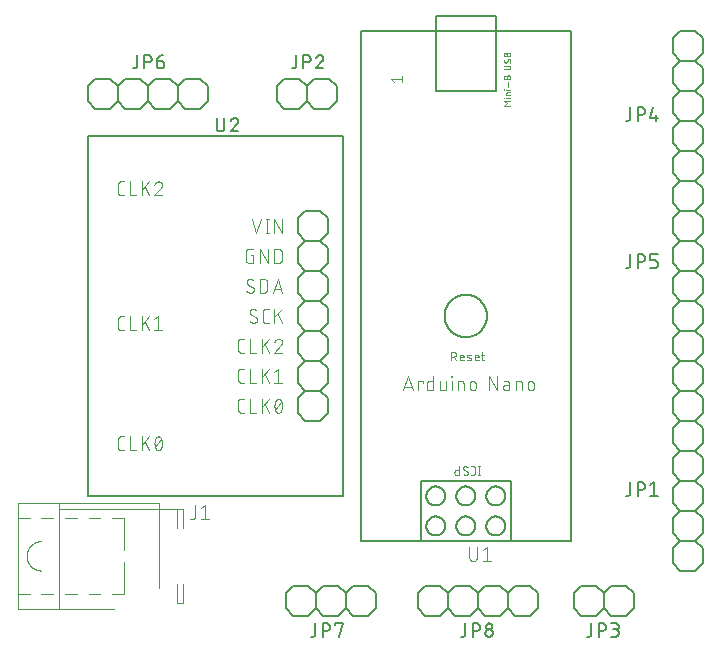
<source format=gbr>
G04 EAGLE Gerber RS-274X export*
G75*
%MOMM*%
%FSLAX34Y34*%
%LPD*%
%INSilkscreen Top*%
%IPPOS*%
%AMOC8*
5,1,8,0,0,1.08239X$1,22.5*%
G01*
%ADD10C,0.127000*%
%ADD11C,0.076200*%
%ADD12C,0.050800*%
%ADD13C,0.101600*%
%ADD14C,0.100000*%
%ADD15C,0.152400*%


D10*
X419100Y515620D02*
X419100Y83820D01*
X368300Y83820D01*
X292100Y83820D01*
X241300Y83820D01*
X241300Y515620D01*
X355600Y515620D01*
X419100Y515620D01*
X355600Y515620D02*
X355600Y528320D01*
X304800Y528320D01*
X304800Y464820D02*
X355600Y464820D01*
X355600Y515620D01*
X304800Y528320D02*
X304800Y464820D01*
X312239Y274320D02*
X312244Y274761D01*
X312261Y275201D01*
X312288Y275641D01*
X312325Y276080D01*
X312374Y276519D01*
X312433Y276955D01*
X312503Y277391D01*
X312584Y277824D01*
X312675Y278255D01*
X312777Y278684D01*
X312890Y279110D01*
X313012Y279534D01*
X313146Y279954D01*
X313289Y280371D01*
X313443Y280784D01*
X313606Y281193D01*
X313780Y281599D01*
X313963Y281999D01*
X314157Y282395D01*
X314360Y282787D01*
X314572Y283173D01*
X314794Y283554D01*
X315026Y283929D01*
X315266Y284299D01*
X315515Y284662D01*
X315774Y285019D01*
X316041Y285370D01*
X316316Y285714D01*
X316600Y286052D01*
X316892Y286382D01*
X317192Y286705D01*
X317500Y287020D01*
X317815Y287328D01*
X318138Y287628D01*
X318468Y287920D01*
X318806Y288204D01*
X319150Y288479D01*
X319501Y288746D01*
X319858Y289005D01*
X320221Y289254D01*
X320591Y289494D01*
X320966Y289726D01*
X321347Y289948D01*
X321733Y290160D01*
X322125Y290363D01*
X322521Y290557D01*
X322921Y290740D01*
X323327Y290914D01*
X323736Y291077D01*
X324149Y291231D01*
X324566Y291374D01*
X324986Y291508D01*
X325410Y291630D01*
X325836Y291743D01*
X326265Y291845D01*
X326696Y291936D01*
X327129Y292017D01*
X327565Y292087D01*
X328001Y292146D01*
X328440Y292195D01*
X328879Y292232D01*
X329319Y292259D01*
X329759Y292276D01*
X330200Y292281D01*
X330641Y292276D01*
X331081Y292259D01*
X331521Y292232D01*
X331960Y292195D01*
X332399Y292146D01*
X332835Y292087D01*
X333271Y292017D01*
X333704Y291936D01*
X334135Y291845D01*
X334564Y291743D01*
X334990Y291630D01*
X335414Y291508D01*
X335834Y291374D01*
X336251Y291231D01*
X336664Y291077D01*
X337073Y290914D01*
X337479Y290740D01*
X337879Y290557D01*
X338275Y290363D01*
X338667Y290160D01*
X339053Y289948D01*
X339434Y289726D01*
X339809Y289494D01*
X340179Y289254D01*
X340542Y289005D01*
X340899Y288746D01*
X341250Y288479D01*
X341594Y288204D01*
X341932Y287920D01*
X342262Y287628D01*
X342585Y287328D01*
X342900Y287020D01*
X343208Y286705D01*
X343508Y286382D01*
X343800Y286052D01*
X344084Y285714D01*
X344359Y285370D01*
X344626Y285019D01*
X344885Y284662D01*
X345134Y284299D01*
X345374Y283929D01*
X345606Y283554D01*
X345828Y283173D01*
X346040Y282787D01*
X346243Y282395D01*
X346437Y281999D01*
X346620Y281599D01*
X346794Y281193D01*
X346957Y280784D01*
X347111Y280371D01*
X347254Y279954D01*
X347388Y279534D01*
X347510Y279110D01*
X347623Y278684D01*
X347725Y278255D01*
X347816Y277824D01*
X347897Y277391D01*
X347967Y276955D01*
X348026Y276519D01*
X348075Y276080D01*
X348112Y275641D01*
X348139Y275201D01*
X348156Y274761D01*
X348161Y274320D01*
X348156Y273879D01*
X348139Y273439D01*
X348112Y272999D01*
X348075Y272560D01*
X348026Y272121D01*
X347967Y271685D01*
X347897Y271249D01*
X347816Y270816D01*
X347725Y270385D01*
X347623Y269956D01*
X347510Y269530D01*
X347388Y269106D01*
X347254Y268686D01*
X347111Y268269D01*
X346957Y267856D01*
X346794Y267447D01*
X346620Y267041D01*
X346437Y266641D01*
X346243Y266245D01*
X346040Y265853D01*
X345828Y265467D01*
X345606Y265086D01*
X345374Y264711D01*
X345134Y264341D01*
X344885Y263978D01*
X344626Y263621D01*
X344359Y263270D01*
X344084Y262926D01*
X343800Y262588D01*
X343508Y262258D01*
X343208Y261935D01*
X342900Y261620D01*
X342585Y261312D01*
X342262Y261012D01*
X341932Y260720D01*
X341594Y260436D01*
X341250Y260161D01*
X340899Y259894D01*
X340542Y259635D01*
X340179Y259386D01*
X339809Y259146D01*
X339434Y258914D01*
X339053Y258692D01*
X338667Y258480D01*
X338275Y258277D01*
X337879Y258083D01*
X337479Y257900D01*
X337073Y257726D01*
X336664Y257563D01*
X336251Y257409D01*
X335834Y257266D01*
X335414Y257132D01*
X334990Y257010D01*
X334564Y256897D01*
X334135Y256795D01*
X333704Y256704D01*
X333271Y256623D01*
X332835Y256553D01*
X332399Y256494D01*
X331960Y256445D01*
X331521Y256408D01*
X331081Y256381D01*
X330641Y256364D01*
X330200Y256359D01*
X329759Y256364D01*
X329319Y256381D01*
X328879Y256408D01*
X328440Y256445D01*
X328001Y256494D01*
X327565Y256553D01*
X327129Y256623D01*
X326696Y256704D01*
X326265Y256795D01*
X325836Y256897D01*
X325410Y257010D01*
X324986Y257132D01*
X324566Y257266D01*
X324149Y257409D01*
X323736Y257563D01*
X323327Y257726D01*
X322921Y257900D01*
X322521Y258083D01*
X322125Y258277D01*
X321733Y258480D01*
X321347Y258692D01*
X320966Y258914D01*
X320591Y259146D01*
X320221Y259386D01*
X319858Y259635D01*
X319501Y259894D01*
X319150Y260161D01*
X318806Y260436D01*
X318468Y260720D01*
X318138Y261012D01*
X317815Y261312D01*
X317500Y261620D01*
X317192Y261935D01*
X316892Y262258D01*
X316600Y262588D01*
X316316Y262926D01*
X316041Y263270D01*
X315774Y263621D01*
X315515Y263978D01*
X315266Y264341D01*
X315026Y264711D01*
X314794Y265086D01*
X314572Y265467D01*
X314360Y265853D01*
X314157Y266245D01*
X313963Y266641D01*
X313780Y267041D01*
X313606Y267447D01*
X313443Y267856D01*
X313289Y268269D01*
X313146Y268686D01*
X313012Y269106D01*
X312890Y269530D01*
X312777Y269956D01*
X312675Y270385D01*
X312584Y270816D01*
X312503Y271249D01*
X312433Y271685D01*
X312374Y272121D01*
X312325Y272560D01*
X312288Y272999D01*
X312261Y273439D01*
X312244Y273879D01*
X312239Y274320D01*
D11*
X317881Y243967D02*
X317881Y236601D01*
X317881Y243967D02*
X319927Y243967D01*
X320016Y243965D01*
X320105Y243959D01*
X320194Y243949D01*
X320282Y243936D01*
X320370Y243919D01*
X320457Y243897D01*
X320542Y243872D01*
X320627Y243844D01*
X320710Y243811D01*
X320792Y243775D01*
X320872Y243736D01*
X320950Y243693D01*
X321026Y243647D01*
X321101Y243597D01*
X321173Y243544D01*
X321242Y243488D01*
X321309Y243429D01*
X321374Y243368D01*
X321435Y243303D01*
X321494Y243236D01*
X321550Y243167D01*
X321603Y243095D01*
X321653Y243020D01*
X321699Y242944D01*
X321742Y242866D01*
X321781Y242786D01*
X321817Y242704D01*
X321850Y242621D01*
X321878Y242536D01*
X321903Y242451D01*
X321925Y242364D01*
X321942Y242276D01*
X321955Y242188D01*
X321965Y242099D01*
X321971Y242010D01*
X321973Y241921D01*
X321971Y241832D01*
X321965Y241743D01*
X321955Y241654D01*
X321942Y241566D01*
X321925Y241478D01*
X321903Y241391D01*
X321878Y241306D01*
X321850Y241221D01*
X321817Y241138D01*
X321781Y241056D01*
X321742Y240976D01*
X321699Y240898D01*
X321653Y240822D01*
X321603Y240747D01*
X321550Y240675D01*
X321494Y240606D01*
X321435Y240539D01*
X321374Y240474D01*
X321309Y240413D01*
X321242Y240354D01*
X321173Y240298D01*
X321101Y240245D01*
X321026Y240195D01*
X320950Y240149D01*
X320872Y240106D01*
X320792Y240067D01*
X320710Y240031D01*
X320627Y239998D01*
X320542Y239970D01*
X320457Y239945D01*
X320370Y239923D01*
X320282Y239906D01*
X320194Y239893D01*
X320105Y239883D01*
X320016Y239877D01*
X319927Y239875D01*
X317881Y239875D01*
X320336Y239875D02*
X321973Y236601D01*
X326294Y236601D02*
X328340Y236601D01*
X326294Y236601D02*
X326225Y236603D01*
X326157Y236609D01*
X326088Y236618D01*
X326021Y236632D01*
X325954Y236649D01*
X325888Y236670D01*
X325824Y236694D01*
X325761Y236723D01*
X325700Y236754D01*
X325641Y236789D01*
X325583Y236827D01*
X325528Y236869D01*
X325476Y236913D01*
X325426Y236961D01*
X325378Y237011D01*
X325334Y237063D01*
X325292Y237118D01*
X325254Y237176D01*
X325219Y237235D01*
X325188Y237296D01*
X325159Y237359D01*
X325135Y237423D01*
X325114Y237489D01*
X325097Y237556D01*
X325083Y237623D01*
X325074Y237692D01*
X325068Y237760D01*
X325066Y237829D01*
X325067Y237829D02*
X325067Y239875D01*
X325066Y239875D02*
X325068Y239954D01*
X325074Y240033D01*
X325083Y240112D01*
X325096Y240190D01*
X325114Y240267D01*
X325134Y240343D01*
X325159Y240418D01*
X325187Y240492D01*
X325218Y240565D01*
X325254Y240636D01*
X325292Y240705D01*
X325334Y240772D01*
X325379Y240837D01*
X325427Y240900D01*
X325478Y240961D01*
X325532Y241018D01*
X325588Y241074D01*
X325647Y241126D01*
X325709Y241176D01*
X325773Y241222D01*
X325839Y241266D01*
X325907Y241306D01*
X325977Y241342D01*
X326049Y241376D01*
X326123Y241406D01*
X326197Y241432D01*
X326273Y241455D01*
X326350Y241473D01*
X326427Y241489D01*
X326506Y241500D01*
X326584Y241508D01*
X326663Y241512D01*
X326743Y241512D01*
X326822Y241508D01*
X326900Y241500D01*
X326979Y241489D01*
X327056Y241473D01*
X327133Y241455D01*
X327209Y241432D01*
X327283Y241406D01*
X327357Y241376D01*
X327429Y241342D01*
X327499Y241306D01*
X327567Y241266D01*
X327633Y241222D01*
X327697Y241176D01*
X327759Y241126D01*
X327818Y241074D01*
X327874Y241018D01*
X327928Y240961D01*
X327979Y240900D01*
X328027Y240837D01*
X328072Y240772D01*
X328114Y240705D01*
X328152Y240636D01*
X328188Y240565D01*
X328219Y240492D01*
X328247Y240418D01*
X328272Y240343D01*
X328292Y240267D01*
X328310Y240190D01*
X328323Y240112D01*
X328332Y240033D01*
X328338Y239954D01*
X328340Y239875D01*
X328340Y239056D01*
X325067Y239056D01*
X332020Y239466D02*
X334066Y238647D01*
X332020Y239466D02*
X331961Y239491D01*
X331904Y239520D01*
X331849Y239553D01*
X331796Y239589D01*
X331745Y239627D01*
X331697Y239669D01*
X331651Y239714D01*
X331608Y239761D01*
X331568Y239811D01*
X331531Y239863D01*
X331497Y239918D01*
X331466Y239974D01*
X331439Y240032D01*
X331416Y240092D01*
X331396Y240152D01*
X331380Y240214D01*
X331367Y240277D01*
X331359Y240341D01*
X331354Y240404D01*
X331353Y240468D01*
X331356Y240532D01*
X331363Y240596D01*
X331374Y240659D01*
X331388Y240721D01*
X331406Y240783D01*
X331428Y240843D01*
X331453Y240902D01*
X331482Y240959D01*
X331515Y241014D01*
X331550Y241067D01*
X331589Y241118D01*
X331631Y241167D01*
X331675Y241213D01*
X331723Y241256D01*
X331772Y241296D01*
X331825Y241333D01*
X331879Y241367D01*
X331935Y241398D01*
X331993Y241425D01*
X332052Y241449D01*
X332113Y241468D01*
X332175Y241485D01*
X332238Y241497D01*
X332301Y241506D01*
X332365Y241511D01*
X332429Y241512D01*
X332565Y241508D01*
X332700Y241500D01*
X332836Y241488D01*
X332970Y241472D01*
X333105Y241452D01*
X333238Y241429D01*
X333371Y241401D01*
X333503Y241370D01*
X333634Y241335D01*
X333764Y241296D01*
X333893Y241253D01*
X334020Y241206D01*
X334146Y241156D01*
X334271Y241102D01*
X334066Y238647D02*
X334125Y238622D01*
X334182Y238593D01*
X334237Y238560D01*
X334290Y238524D01*
X334341Y238486D01*
X334389Y238444D01*
X334435Y238399D01*
X334478Y238352D01*
X334518Y238302D01*
X334555Y238250D01*
X334589Y238195D01*
X334620Y238139D01*
X334647Y238081D01*
X334670Y238021D01*
X334690Y237961D01*
X334706Y237899D01*
X334719Y237836D01*
X334727Y237772D01*
X334732Y237709D01*
X334733Y237645D01*
X334730Y237581D01*
X334723Y237517D01*
X334712Y237454D01*
X334698Y237392D01*
X334680Y237330D01*
X334658Y237270D01*
X334633Y237211D01*
X334604Y237154D01*
X334571Y237099D01*
X334536Y237046D01*
X334497Y236995D01*
X334455Y236946D01*
X334411Y236900D01*
X334363Y236857D01*
X334314Y236817D01*
X334261Y236780D01*
X334207Y236746D01*
X334151Y236715D01*
X334093Y236688D01*
X334034Y236664D01*
X333973Y236645D01*
X333911Y236628D01*
X333848Y236616D01*
X333785Y236607D01*
X333721Y236602D01*
X333657Y236601D01*
X333493Y236605D01*
X333329Y236613D01*
X333165Y236625D01*
X333002Y236641D01*
X332839Y236661D01*
X332676Y236684D01*
X332515Y236712D01*
X332353Y236743D01*
X332193Y236778D01*
X332034Y236817D01*
X331875Y236860D01*
X331718Y236906D01*
X331561Y236956D01*
X331406Y237010D01*
X338974Y236601D02*
X341020Y236601D01*
X338974Y236601D02*
X338905Y236603D01*
X338837Y236609D01*
X338768Y236618D01*
X338701Y236632D01*
X338634Y236649D01*
X338568Y236670D01*
X338504Y236694D01*
X338441Y236723D01*
X338380Y236754D01*
X338321Y236789D01*
X338263Y236827D01*
X338208Y236869D01*
X338156Y236913D01*
X338106Y236961D01*
X338058Y237011D01*
X338014Y237063D01*
X337972Y237118D01*
X337934Y237176D01*
X337899Y237235D01*
X337868Y237296D01*
X337839Y237359D01*
X337815Y237423D01*
X337794Y237489D01*
X337777Y237556D01*
X337763Y237623D01*
X337754Y237692D01*
X337748Y237760D01*
X337746Y237829D01*
X337746Y239875D01*
X337748Y239954D01*
X337754Y240033D01*
X337763Y240112D01*
X337776Y240190D01*
X337794Y240267D01*
X337814Y240343D01*
X337839Y240418D01*
X337867Y240492D01*
X337898Y240565D01*
X337934Y240636D01*
X337972Y240705D01*
X338014Y240772D01*
X338059Y240837D01*
X338107Y240900D01*
X338158Y240961D01*
X338212Y241018D01*
X338268Y241074D01*
X338327Y241126D01*
X338389Y241176D01*
X338453Y241222D01*
X338519Y241266D01*
X338587Y241306D01*
X338657Y241342D01*
X338729Y241376D01*
X338803Y241406D01*
X338877Y241432D01*
X338953Y241455D01*
X339030Y241473D01*
X339107Y241489D01*
X339186Y241500D01*
X339264Y241508D01*
X339343Y241512D01*
X339423Y241512D01*
X339502Y241508D01*
X339580Y241500D01*
X339659Y241489D01*
X339736Y241473D01*
X339813Y241455D01*
X339889Y241432D01*
X339963Y241406D01*
X340037Y241376D01*
X340109Y241342D01*
X340179Y241306D01*
X340247Y241266D01*
X340313Y241222D01*
X340377Y241176D01*
X340439Y241126D01*
X340498Y241074D01*
X340554Y241018D01*
X340608Y240961D01*
X340659Y240900D01*
X340707Y240837D01*
X340752Y240772D01*
X340794Y240705D01*
X340832Y240636D01*
X340868Y240565D01*
X340899Y240492D01*
X340927Y240418D01*
X340952Y240343D01*
X340972Y240267D01*
X340990Y240190D01*
X341003Y240112D01*
X341012Y240033D01*
X341018Y239954D01*
X341020Y239875D01*
X341020Y239056D01*
X337746Y239056D01*
X343456Y241512D02*
X345911Y241512D01*
X344274Y243967D02*
X344274Y237829D01*
X344276Y237760D01*
X344282Y237692D01*
X344291Y237623D01*
X344305Y237556D01*
X344322Y237489D01*
X344343Y237423D01*
X344367Y237359D01*
X344396Y237296D01*
X344427Y237235D01*
X344462Y237176D01*
X344500Y237118D01*
X344542Y237063D01*
X344586Y237011D01*
X344634Y236961D01*
X344684Y236913D01*
X344736Y236869D01*
X344791Y236827D01*
X344849Y236789D01*
X344908Y236754D01*
X344969Y236723D01*
X345032Y236694D01*
X345096Y236670D01*
X345162Y236649D01*
X345229Y236632D01*
X345296Y236618D01*
X345365Y236609D01*
X345433Y236603D01*
X345502Y236601D01*
X345911Y236601D01*
X269169Y471918D02*
X267081Y474528D01*
X276479Y474528D01*
X276479Y471918D02*
X276479Y477139D01*
D12*
X362458Y452374D02*
X368046Y452374D01*
X365562Y454237D02*
X362458Y452374D01*
X365562Y454237D02*
X362458Y456099D01*
X368046Y456099D01*
X368046Y458626D02*
X364321Y458626D01*
X362768Y458471D02*
X362458Y458471D01*
X362458Y458781D01*
X362768Y458781D01*
X362768Y458471D01*
X364321Y461042D02*
X368046Y461042D01*
X364321Y461042D02*
X364321Y462594D01*
X364323Y462652D01*
X364328Y462711D01*
X364337Y462768D01*
X364350Y462826D01*
X364367Y462882D01*
X364386Y462937D01*
X364410Y462990D01*
X364436Y463043D01*
X364466Y463093D01*
X364499Y463141D01*
X364535Y463187D01*
X364573Y463231D01*
X364615Y463273D01*
X364659Y463311D01*
X364705Y463347D01*
X364753Y463380D01*
X364803Y463410D01*
X364856Y463436D01*
X364909Y463460D01*
X364964Y463479D01*
X365020Y463496D01*
X365078Y463509D01*
X365135Y463518D01*
X365194Y463523D01*
X365252Y463525D01*
X368046Y463525D01*
X368046Y465941D02*
X364321Y465941D01*
X362768Y465786D02*
X362458Y465786D01*
X362458Y466096D01*
X362768Y466096D01*
X362768Y465786D01*
X365873Y468284D02*
X365873Y472010D01*
X364942Y474713D02*
X364942Y476265D01*
X364944Y476342D01*
X364950Y476420D01*
X364959Y476496D01*
X364973Y476573D01*
X364990Y476648D01*
X365011Y476722D01*
X365036Y476796D01*
X365064Y476868D01*
X365096Y476938D01*
X365131Y477007D01*
X365170Y477074D01*
X365212Y477139D01*
X365257Y477202D01*
X365305Y477263D01*
X365356Y477321D01*
X365410Y477376D01*
X365467Y477429D01*
X365526Y477478D01*
X365588Y477525D01*
X365652Y477569D01*
X365718Y477609D01*
X365786Y477646D01*
X365856Y477680D01*
X365927Y477710D01*
X366000Y477736D01*
X366074Y477759D01*
X366149Y477778D01*
X366224Y477793D01*
X366301Y477805D01*
X366378Y477813D01*
X366455Y477817D01*
X366533Y477817D01*
X366610Y477813D01*
X366687Y477805D01*
X366764Y477793D01*
X366839Y477778D01*
X366914Y477759D01*
X366988Y477736D01*
X367061Y477710D01*
X367132Y477680D01*
X367202Y477646D01*
X367270Y477609D01*
X367336Y477569D01*
X367400Y477525D01*
X367462Y477478D01*
X367521Y477429D01*
X367578Y477376D01*
X367632Y477321D01*
X367683Y477263D01*
X367731Y477202D01*
X367776Y477139D01*
X367818Y477074D01*
X367857Y477007D01*
X367892Y476938D01*
X367924Y476868D01*
X367952Y476796D01*
X367977Y476722D01*
X367998Y476648D01*
X368015Y476573D01*
X368029Y476496D01*
X368038Y476420D01*
X368044Y476342D01*
X368046Y476265D01*
X368046Y474713D01*
X362458Y474713D01*
X362458Y476265D01*
X362460Y476335D01*
X362466Y476404D01*
X362476Y476473D01*
X362489Y476541D01*
X362507Y476609D01*
X362528Y476675D01*
X362553Y476740D01*
X362581Y476804D01*
X362613Y476866D01*
X362648Y476926D01*
X362687Y476984D01*
X362729Y477039D01*
X362774Y477093D01*
X362822Y477143D01*
X362872Y477191D01*
X362926Y477236D01*
X362981Y477278D01*
X363039Y477317D01*
X363099Y477352D01*
X363161Y477384D01*
X363225Y477412D01*
X363290Y477437D01*
X363356Y477458D01*
X363424Y477476D01*
X363492Y477489D01*
X363561Y477499D01*
X363630Y477505D01*
X363700Y477507D01*
X363770Y477505D01*
X363839Y477499D01*
X363908Y477489D01*
X363976Y477476D01*
X364044Y477458D01*
X364110Y477437D01*
X364175Y477412D01*
X364239Y477384D01*
X364301Y477352D01*
X364361Y477317D01*
X364419Y477278D01*
X364474Y477236D01*
X364528Y477191D01*
X364578Y477143D01*
X364626Y477093D01*
X364671Y477039D01*
X364713Y476984D01*
X364752Y476926D01*
X364787Y476866D01*
X364819Y476804D01*
X364847Y476740D01*
X364872Y476675D01*
X364893Y476609D01*
X364911Y476541D01*
X364924Y476473D01*
X364934Y476404D01*
X364940Y476335D01*
X364942Y476265D01*
X366494Y483042D02*
X362458Y483042D01*
X366494Y483042D02*
X366571Y483044D01*
X366649Y483050D01*
X366725Y483059D01*
X366802Y483073D01*
X366877Y483090D01*
X366951Y483111D01*
X367025Y483136D01*
X367097Y483164D01*
X367167Y483196D01*
X367236Y483231D01*
X367303Y483270D01*
X367368Y483312D01*
X367431Y483357D01*
X367492Y483405D01*
X367550Y483456D01*
X367605Y483510D01*
X367658Y483567D01*
X367707Y483626D01*
X367754Y483688D01*
X367798Y483752D01*
X367838Y483818D01*
X367875Y483886D01*
X367909Y483956D01*
X367939Y484027D01*
X367965Y484100D01*
X367988Y484174D01*
X368007Y484249D01*
X368022Y484324D01*
X368034Y484401D01*
X368042Y484478D01*
X368046Y484555D01*
X368046Y484633D01*
X368042Y484710D01*
X368034Y484787D01*
X368022Y484864D01*
X368007Y484939D01*
X367988Y485014D01*
X367965Y485088D01*
X367939Y485161D01*
X367909Y485232D01*
X367875Y485302D01*
X367838Y485370D01*
X367798Y485436D01*
X367754Y485500D01*
X367707Y485562D01*
X367658Y485621D01*
X367605Y485678D01*
X367550Y485732D01*
X367492Y485783D01*
X367431Y485831D01*
X367368Y485876D01*
X367303Y485918D01*
X367236Y485957D01*
X367167Y485992D01*
X367097Y486024D01*
X367025Y486052D01*
X366951Y486077D01*
X366877Y486098D01*
X366802Y486115D01*
X366725Y486129D01*
X366649Y486138D01*
X366571Y486144D01*
X366494Y486146D01*
X366494Y486147D02*
X362458Y486147D01*
X366804Y491633D02*
X366874Y491631D01*
X366943Y491625D01*
X367012Y491615D01*
X367080Y491602D01*
X367148Y491584D01*
X367214Y491563D01*
X367279Y491538D01*
X367343Y491510D01*
X367405Y491478D01*
X367465Y491443D01*
X367523Y491404D01*
X367578Y491362D01*
X367632Y491317D01*
X367682Y491269D01*
X367730Y491219D01*
X367775Y491165D01*
X367817Y491110D01*
X367856Y491052D01*
X367891Y490992D01*
X367923Y490930D01*
X367951Y490866D01*
X367976Y490801D01*
X367997Y490735D01*
X368015Y490667D01*
X368028Y490599D01*
X368038Y490530D01*
X368044Y490461D01*
X368046Y490391D01*
X368044Y490292D01*
X368039Y490194D01*
X368029Y490096D01*
X368016Y489998D01*
X368000Y489901D01*
X367980Y489804D01*
X367956Y489709D01*
X367928Y489614D01*
X367897Y489520D01*
X367863Y489428D01*
X367825Y489337D01*
X367784Y489247D01*
X367739Y489159D01*
X367691Y489073D01*
X367640Y488989D01*
X367586Y488907D01*
X367528Y488826D01*
X367468Y488748D01*
X367405Y488673D01*
X367339Y488599D01*
X367270Y488529D01*
X363700Y488684D02*
X363630Y488686D01*
X363561Y488692D01*
X363492Y488702D01*
X363424Y488715D01*
X363356Y488733D01*
X363290Y488754D01*
X363225Y488779D01*
X363161Y488807D01*
X363099Y488839D01*
X363039Y488874D01*
X362981Y488913D01*
X362926Y488955D01*
X362872Y489000D01*
X362822Y489048D01*
X362774Y489098D01*
X362729Y489152D01*
X362687Y489207D01*
X362648Y489265D01*
X362613Y489325D01*
X362581Y489387D01*
X362553Y489451D01*
X362528Y489516D01*
X362507Y489582D01*
X362489Y489650D01*
X362476Y489718D01*
X362466Y489787D01*
X362460Y489856D01*
X362458Y489926D01*
X362460Y490020D01*
X362466Y490113D01*
X362475Y490206D01*
X362488Y490299D01*
X362505Y490391D01*
X362525Y490482D01*
X362550Y490573D01*
X362577Y490662D01*
X362609Y490750D01*
X362644Y490837D01*
X362682Y490923D01*
X362724Y491006D01*
X362769Y491089D01*
X362817Y491169D01*
X362869Y491247D01*
X362924Y491323D01*
X364786Y489305D02*
X364750Y489246D01*
X364710Y489190D01*
X364667Y489136D01*
X364622Y489084D01*
X364573Y489035D01*
X364522Y488989D01*
X364469Y488946D01*
X364413Y488905D01*
X364355Y488868D01*
X364295Y488833D01*
X364234Y488803D01*
X364171Y488775D01*
X364106Y488751D01*
X364040Y488731D01*
X363973Y488714D01*
X363906Y488701D01*
X363838Y488692D01*
X363769Y488686D01*
X363700Y488684D01*
X365718Y491012D02*
X365754Y491071D01*
X365794Y491127D01*
X365837Y491181D01*
X365882Y491233D01*
X365931Y491282D01*
X365982Y491328D01*
X366035Y491371D01*
X366091Y491412D01*
X366149Y491449D01*
X366209Y491484D01*
X366270Y491514D01*
X366333Y491542D01*
X366398Y491566D01*
X366464Y491586D01*
X366531Y491603D01*
X366598Y491616D01*
X366666Y491625D01*
X366735Y491631D01*
X366804Y491633D01*
X365718Y491012D02*
X364786Y489305D01*
X364942Y494098D02*
X364942Y495650D01*
X364944Y495727D01*
X364950Y495805D01*
X364959Y495881D01*
X364973Y495958D01*
X364990Y496033D01*
X365011Y496107D01*
X365036Y496181D01*
X365064Y496253D01*
X365096Y496323D01*
X365131Y496392D01*
X365170Y496459D01*
X365212Y496524D01*
X365257Y496587D01*
X365305Y496648D01*
X365356Y496706D01*
X365410Y496761D01*
X365467Y496814D01*
X365526Y496863D01*
X365588Y496910D01*
X365652Y496954D01*
X365718Y496994D01*
X365786Y497031D01*
X365856Y497065D01*
X365927Y497095D01*
X366000Y497121D01*
X366074Y497144D01*
X366149Y497163D01*
X366224Y497178D01*
X366301Y497190D01*
X366378Y497198D01*
X366455Y497202D01*
X366533Y497202D01*
X366610Y497198D01*
X366687Y497190D01*
X366764Y497178D01*
X366839Y497163D01*
X366914Y497144D01*
X366988Y497121D01*
X367061Y497095D01*
X367132Y497065D01*
X367202Y497031D01*
X367270Y496994D01*
X367336Y496954D01*
X367400Y496910D01*
X367462Y496863D01*
X367521Y496814D01*
X367578Y496761D01*
X367632Y496706D01*
X367683Y496648D01*
X367731Y496587D01*
X367776Y496524D01*
X367818Y496459D01*
X367857Y496392D01*
X367892Y496323D01*
X367924Y496253D01*
X367952Y496181D01*
X367977Y496107D01*
X367998Y496033D01*
X368015Y495958D01*
X368029Y495881D01*
X368038Y495805D01*
X368044Y495727D01*
X368046Y495650D01*
X368046Y494098D01*
X362458Y494098D01*
X362458Y495650D01*
X362460Y495720D01*
X362466Y495789D01*
X362476Y495858D01*
X362489Y495926D01*
X362507Y495994D01*
X362528Y496060D01*
X362553Y496125D01*
X362581Y496189D01*
X362613Y496251D01*
X362648Y496311D01*
X362687Y496369D01*
X362729Y496424D01*
X362774Y496478D01*
X362822Y496528D01*
X362872Y496576D01*
X362926Y496621D01*
X362981Y496663D01*
X363039Y496702D01*
X363099Y496737D01*
X363161Y496769D01*
X363225Y496797D01*
X363290Y496822D01*
X363356Y496843D01*
X363424Y496861D01*
X363492Y496874D01*
X363561Y496884D01*
X363630Y496890D01*
X363700Y496892D01*
X363770Y496890D01*
X363839Y496884D01*
X363908Y496874D01*
X363976Y496861D01*
X364044Y496843D01*
X364110Y496822D01*
X364175Y496797D01*
X364239Y496769D01*
X364301Y496737D01*
X364361Y496702D01*
X364419Y496663D01*
X364474Y496621D01*
X364528Y496576D01*
X364578Y496528D01*
X364626Y496478D01*
X364671Y496424D01*
X364713Y496369D01*
X364752Y496311D01*
X364787Y496251D01*
X364819Y496189D01*
X364847Y496125D01*
X364872Y496060D01*
X364893Y495994D01*
X364911Y495926D01*
X364924Y495858D01*
X364934Y495789D01*
X364940Y495720D01*
X364942Y495650D01*
D10*
X368300Y134620D02*
X368300Y83820D01*
X368300Y134620D02*
X292100Y134620D01*
X292100Y83820D01*
X296800Y96520D02*
X296802Y96716D01*
X296810Y96913D01*
X296822Y97109D01*
X296839Y97304D01*
X296860Y97499D01*
X296887Y97694D01*
X296918Y97888D01*
X296954Y98081D01*
X296994Y98273D01*
X297040Y98464D01*
X297090Y98654D01*
X297144Y98842D01*
X297204Y99029D01*
X297268Y99215D01*
X297336Y99399D01*
X297409Y99581D01*
X297486Y99762D01*
X297568Y99940D01*
X297654Y100117D01*
X297745Y100291D01*
X297839Y100463D01*
X297938Y100633D01*
X298041Y100800D01*
X298148Y100965D01*
X298259Y101126D01*
X298374Y101286D01*
X298493Y101442D01*
X298616Y101595D01*
X298742Y101745D01*
X298872Y101892D01*
X299006Y102036D01*
X299143Y102177D01*
X299284Y102314D01*
X299428Y102448D01*
X299575Y102578D01*
X299725Y102704D01*
X299878Y102827D01*
X300034Y102946D01*
X300194Y103061D01*
X300355Y103172D01*
X300520Y103279D01*
X300687Y103382D01*
X300857Y103481D01*
X301029Y103575D01*
X301203Y103666D01*
X301380Y103752D01*
X301558Y103834D01*
X301739Y103911D01*
X301921Y103984D01*
X302105Y104052D01*
X302291Y104116D01*
X302478Y104176D01*
X302666Y104230D01*
X302856Y104280D01*
X303047Y104326D01*
X303239Y104366D01*
X303432Y104402D01*
X303626Y104433D01*
X303821Y104460D01*
X304016Y104481D01*
X304211Y104498D01*
X304407Y104510D01*
X304604Y104518D01*
X304800Y104520D01*
X304996Y104518D01*
X305193Y104510D01*
X305389Y104498D01*
X305584Y104481D01*
X305779Y104460D01*
X305974Y104433D01*
X306168Y104402D01*
X306361Y104366D01*
X306553Y104326D01*
X306744Y104280D01*
X306934Y104230D01*
X307122Y104176D01*
X307309Y104116D01*
X307495Y104052D01*
X307679Y103984D01*
X307861Y103911D01*
X308042Y103834D01*
X308220Y103752D01*
X308397Y103666D01*
X308571Y103575D01*
X308743Y103481D01*
X308913Y103382D01*
X309080Y103279D01*
X309245Y103172D01*
X309406Y103061D01*
X309566Y102946D01*
X309722Y102827D01*
X309875Y102704D01*
X310025Y102578D01*
X310172Y102448D01*
X310316Y102314D01*
X310457Y102177D01*
X310594Y102036D01*
X310728Y101892D01*
X310858Y101745D01*
X310984Y101595D01*
X311107Y101442D01*
X311226Y101286D01*
X311341Y101126D01*
X311452Y100965D01*
X311559Y100800D01*
X311662Y100633D01*
X311761Y100463D01*
X311855Y100291D01*
X311946Y100117D01*
X312032Y99940D01*
X312114Y99762D01*
X312191Y99581D01*
X312264Y99399D01*
X312332Y99215D01*
X312396Y99029D01*
X312456Y98842D01*
X312510Y98654D01*
X312560Y98464D01*
X312606Y98273D01*
X312646Y98081D01*
X312682Y97888D01*
X312713Y97694D01*
X312740Y97499D01*
X312761Y97304D01*
X312778Y97109D01*
X312790Y96913D01*
X312798Y96716D01*
X312800Y96520D01*
X312798Y96324D01*
X312790Y96127D01*
X312778Y95931D01*
X312761Y95736D01*
X312740Y95541D01*
X312713Y95346D01*
X312682Y95152D01*
X312646Y94959D01*
X312606Y94767D01*
X312560Y94576D01*
X312510Y94386D01*
X312456Y94198D01*
X312396Y94011D01*
X312332Y93825D01*
X312264Y93641D01*
X312191Y93459D01*
X312114Y93278D01*
X312032Y93100D01*
X311946Y92923D01*
X311855Y92749D01*
X311761Y92577D01*
X311662Y92407D01*
X311559Y92240D01*
X311452Y92075D01*
X311341Y91914D01*
X311226Y91754D01*
X311107Y91598D01*
X310984Y91445D01*
X310858Y91295D01*
X310728Y91148D01*
X310594Y91004D01*
X310457Y90863D01*
X310316Y90726D01*
X310172Y90592D01*
X310025Y90462D01*
X309875Y90336D01*
X309722Y90213D01*
X309566Y90094D01*
X309406Y89979D01*
X309245Y89868D01*
X309080Y89761D01*
X308913Y89658D01*
X308743Y89559D01*
X308571Y89465D01*
X308397Y89374D01*
X308220Y89288D01*
X308042Y89206D01*
X307861Y89129D01*
X307679Y89056D01*
X307495Y88988D01*
X307309Y88924D01*
X307122Y88864D01*
X306934Y88810D01*
X306744Y88760D01*
X306553Y88714D01*
X306361Y88674D01*
X306168Y88638D01*
X305974Y88607D01*
X305779Y88580D01*
X305584Y88559D01*
X305389Y88542D01*
X305193Y88530D01*
X304996Y88522D01*
X304800Y88520D01*
X304604Y88522D01*
X304407Y88530D01*
X304211Y88542D01*
X304016Y88559D01*
X303821Y88580D01*
X303626Y88607D01*
X303432Y88638D01*
X303239Y88674D01*
X303047Y88714D01*
X302856Y88760D01*
X302666Y88810D01*
X302478Y88864D01*
X302291Y88924D01*
X302105Y88988D01*
X301921Y89056D01*
X301739Y89129D01*
X301558Y89206D01*
X301380Y89288D01*
X301203Y89374D01*
X301029Y89465D01*
X300857Y89559D01*
X300687Y89658D01*
X300520Y89761D01*
X300355Y89868D01*
X300194Y89979D01*
X300034Y90094D01*
X299878Y90213D01*
X299725Y90336D01*
X299575Y90462D01*
X299428Y90592D01*
X299284Y90726D01*
X299143Y90863D01*
X299006Y91004D01*
X298872Y91148D01*
X298742Y91295D01*
X298616Y91445D01*
X298493Y91598D01*
X298374Y91754D01*
X298259Y91914D01*
X298148Y92075D01*
X298041Y92240D01*
X297938Y92407D01*
X297839Y92577D01*
X297745Y92749D01*
X297654Y92923D01*
X297568Y93100D01*
X297486Y93278D01*
X297409Y93459D01*
X297336Y93641D01*
X297268Y93825D01*
X297204Y94011D01*
X297144Y94198D01*
X297090Y94386D01*
X297040Y94576D01*
X296994Y94767D01*
X296954Y94959D01*
X296918Y95152D01*
X296887Y95346D01*
X296860Y95541D01*
X296839Y95736D01*
X296822Y95931D01*
X296810Y96127D01*
X296802Y96324D01*
X296800Y96520D01*
X322200Y96520D02*
X322202Y96716D01*
X322210Y96913D01*
X322222Y97109D01*
X322239Y97304D01*
X322260Y97499D01*
X322287Y97694D01*
X322318Y97888D01*
X322354Y98081D01*
X322394Y98273D01*
X322440Y98464D01*
X322490Y98654D01*
X322544Y98842D01*
X322604Y99029D01*
X322668Y99215D01*
X322736Y99399D01*
X322809Y99581D01*
X322886Y99762D01*
X322968Y99940D01*
X323054Y100117D01*
X323145Y100291D01*
X323239Y100463D01*
X323338Y100633D01*
X323441Y100800D01*
X323548Y100965D01*
X323659Y101126D01*
X323774Y101286D01*
X323893Y101442D01*
X324016Y101595D01*
X324142Y101745D01*
X324272Y101892D01*
X324406Y102036D01*
X324543Y102177D01*
X324684Y102314D01*
X324828Y102448D01*
X324975Y102578D01*
X325125Y102704D01*
X325278Y102827D01*
X325434Y102946D01*
X325594Y103061D01*
X325755Y103172D01*
X325920Y103279D01*
X326087Y103382D01*
X326257Y103481D01*
X326429Y103575D01*
X326603Y103666D01*
X326780Y103752D01*
X326958Y103834D01*
X327139Y103911D01*
X327321Y103984D01*
X327505Y104052D01*
X327691Y104116D01*
X327878Y104176D01*
X328066Y104230D01*
X328256Y104280D01*
X328447Y104326D01*
X328639Y104366D01*
X328832Y104402D01*
X329026Y104433D01*
X329221Y104460D01*
X329416Y104481D01*
X329611Y104498D01*
X329807Y104510D01*
X330004Y104518D01*
X330200Y104520D01*
X330396Y104518D01*
X330593Y104510D01*
X330789Y104498D01*
X330984Y104481D01*
X331179Y104460D01*
X331374Y104433D01*
X331568Y104402D01*
X331761Y104366D01*
X331953Y104326D01*
X332144Y104280D01*
X332334Y104230D01*
X332522Y104176D01*
X332709Y104116D01*
X332895Y104052D01*
X333079Y103984D01*
X333261Y103911D01*
X333442Y103834D01*
X333620Y103752D01*
X333797Y103666D01*
X333971Y103575D01*
X334143Y103481D01*
X334313Y103382D01*
X334480Y103279D01*
X334645Y103172D01*
X334806Y103061D01*
X334966Y102946D01*
X335122Y102827D01*
X335275Y102704D01*
X335425Y102578D01*
X335572Y102448D01*
X335716Y102314D01*
X335857Y102177D01*
X335994Y102036D01*
X336128Y101892D01*
X336258Y101745D01*
X336384Y101595D01*
X336507Y101442D01*
X336626Y101286D01*
X336741Y101126D01*
X336852Y100965D01*
X336959Y100800D01*
X337062Y100633D01*
X337161Y100463D01*
X337255Y100291D01*
X337346Y100117D01*
X337432Y99940D01*
X337514Y99762D01*
X337591Y99581D01*
X337664Y99399D01*
X337732Y99215D01*
X337796Y99029D01*
X337856Y98842D01*
X337910Y98654D01*
X337960Y98464D01*
X338006Y98273D01*
X338046Y98081D01*
X338082Y97888D01*
X338113Y97694D01*
X338140Y97499D01*
X338161Y97304D01*
X338178Y97109D01*
X338190Y96913D01*
X338198Y96716D01*
X338200Y96520D01*
X338198Y96324D01*
X338190Y96127D01*
X338178Y95931D01*
X338161Y95736D01*
X338140Y95541D01*
X338113Y95346D01*
X338082Y95152D01*
X338046Y94959D01*
X338006Y94767D01*
X337960Y94576D01*
X337910Y94386D01*
X337856Y94198D01*
X337796Y94011D01*
X337732Y93825D01*
X337664Y93641D01*
X337591Y93459D01*
X337514Y93278D01*
X337432Y93100D01*
X337346Y92923D01*
X337255Y92749D01*
X337161Y92577D01*
X337062Y92407D01*
X336959Y92240D01*
X336852Y92075D01*
X336741Y91914D01*
X336626Y91754D01*
X336507Y91598D01*
X336384Y91445D01*
X336258Y91295D01*
X336128Y91148D01*
X335994Y91004D01*
X335857Y90863D01*
X335716Y90726D01*
X335572Y90592D01*
X335425Y90462D01*
X335275Y90336D01*
X335122Y90213D01*
X334966Y90094D01*
X334806Y89979D01*
X334645Y89868D01*
X334480Y89761D01*
X334313Y89658D01*
X334143Y89559D01*
X333971Y89465D01*
X333797Y89374D01*
X333620Y89288D01*
X333442Y89206D01*
X333261Y89129D01*
X333079Y89056D01*
X332895Y88988D01*
X332709Y88924D01*
X332522Y88864D01*
X332334Y88810D01*
X332144Y88760D01*
X331953Y88714D01*
X331761Y88674D01*
X331568Y88638D01*
X331374Y88607D01*
X331179Y88580D01*
X330984Y88559D01*
X330789Y88542D01*
X330593Y88530D01*
X330396Y88522D01*
X330200Y88520D01*
X330004Y88522D01*
X329807Y88530D01*
X329611Y88542D01*
X329416Y88559D01*
X329221Y88580D01*
X329026Y88607D01*
X328832Y88638D01*
X328639Y88674D01*
X328447Y88714D01*
X328256Y88760D01*
X328066Y88810D01*
X327878Y88864D01*
X327691Y88924D01*
X327505Y88988D01*
X327321Y89056D01*
X327139Y89129D01*
X326958Y89206D01*
X326780Y89288D01*
X326603Y89374D01*
X326429Y89465D01*
X326257Y89559D01*
X326087Y89658D01*
X325920Y89761D01*
X325755Y89868D01*
X325594Y89979D01*
X325434Y90094D01*
X325278Y90213D01*
X325125Y90336D01*
X324975Y90462D01*
X324828Y90592D01*
X324684Y90726D01*
X324543Y90863D01*
X324406Y91004D01*
X324272Y91148D01*
X324142Y91295D01*
X324016Y91445D01*
X323893Y91598D01*
X323774Y91754D01*
X323659Y91914D01*
X323548Y92075D01*
X323441Y92240D01*
X323338Y92407D01*
X323239Y92577D01*
X323145Y92749D01*
X323054Y92923D01*
X322968Y93100D01*
X322886Y93278D01*
X322809Y93459D01*
X322736Y93641D01*
X322668Y93825D01*
X322604Y94011D01*
X322544Y94198D01*
X322490Y94386D01*
X322440Y94576D01*
X322394Y94767D01*
X322354Y94959D01*
X322318Y95152D01*
X322287Y95346D01*
X322260Y95541D01*
X322239Y95736D01*
X322222Y95931D01*
X322210Y96127D01*
X322202Y96324D01*
X322200Y96520D01*
X347600Y96520D02*
X347602Y96716D01*
X347610Y96913D01*
X347622Y97109D01*
X347639Y97304D01*
X347660Y97499D01*
X347687Y97694D01*
X347718Y97888D01*
X347754Y98081D01*
X347794Y98273D01*
X347840Y98464D01*
X347890Y98654D01*
X347944Y98842D01*
X348004Y99029D01*
X348068Y99215D01*
X348136Y99399D01*
X348209Y99581D01*
X348286Y99762D01*
X348368Y99940D01*
X348454Y100117D01*
X348545Y100291D01*
X348639Y100463D01*
X348738Y100633D01*
X348841Y100800D01*
X348948Y100965D01*
X349059Y101126D01*
X349174Y101286D01*
X349293Y101442D01*
X349416Y101595D01*
X349542Y101745D01*
X349672Y101892D01*
X349806Y102036D01*
X349943Y102177D01*
X350084Y102314D01*
X350228Y102448D01*
X350375Y102578D01*
X350525Y102704D01*
X350678Y102827D01*
X350834Y102946D01*
X350994Y103061D01*
X351155Y103172D01*
X351320Y103279D01*
X351487Y103382D01*
X351657Y103481D01*
X351829Y103575D01*
X352003Y103666D01*
X352180Y103752D01*
X352358Y103834D01*
X352539Y103911D01*
X352721Y103984D01*
X352905Y104052D01*
X353091Y104116D01*
X353278Y104176D01*
X353466Y104230D01*
X353656Y104280D01*
X353847Y104326D01*
X354039Y104366D01*
X354232Y104402D01*
X354426Y104433D01*
X354621Y104460D01*
X354816Y104481D01*
X355011Y104498D01*
X355207Y104510D01*
X355404Y104518D01*
X355600Y104520D01*
X355796Y104518D01*
X355993Y104510D01*
X356189Y104498D01*
X356384Y104481D01*
X356579Y104460D01*
X356774Y104433D01*
X356968Y104402D01*
X357161Y104366D01*
X357353Y104326D01*
X357544Y104280D01*
X357734Y104230D01*
X357922Y104176D01*
X358109Y104116D01*
X358295Y104052D01*
X358479Y103984D01*
X358661Y103911D01*
X358842Y103834D01*
X359020Y103752D01*
X359197Y103666D01*
X359371Y103575D01*
X359543Y103481D01*
X359713Y103382D01*
X359880Y103279D01*
X360045Y103172D01*
X360206Y103061D01*
X360366Y102946D01*
X360522Y102827D01*
X360675Y102704D01*
X360825Y102578D01*
X360972Y102448D01*
X361116Y102314D01*
X361257Y102177D01*
X361394Y102036D01*
X361528Y101892D01*
X361658Y101745D01*
X361784Y101595D01*
X361907Y101442D01*
X362026Y101286D01*
X362141Y101126D01*
X362252Y100965D01*
X362359Y100800D01*
X362462Y100633D01*
X362561Y100463D01*
X362655Y100291D01*
X362746Y100117D01*
X362832Y99940D01*
X362914Y99762D01*
X362991Y99581D01*
X363064Y99399D01*
X363132Y99215D01*
X363196Y99029D01*
X363256Y98842D01*
X363310Y98654D01*
X363360Y98464D01*
X363406Y98273D01*
X363446Y98081D01*
X363482Y97888D01*
X363513Y97694D01*
X363540Y97499D01*
X363561Y97304D01*
X363578Y97109D01*
X363590Y96913D01*
X363598Y96716D01*
X363600Y96520D01*
X363598Y96324D01*
X363590Y96127D01*
X363578Y95931D01*
X363561Y95736D01*
X363540Y95541D01*
X363513Y95346D01*
X363482Y95152D01*
X363446Y94959D01*
X363406Y94767D01*
X363360Y94576D01*
X363310Y94386D01*
X363256Y94198D01*
X363196Y94011D01*
X363132Y93825D01*
X363064Y93641D01*
X362991Y93459D01*
X362914Y93278D01*
X362832Y93100D01*
X362746Y92923D01*
X362655Y92749D01*
X362561Y92577D01*
X362462Y92407D01*
X362359Y92240D01*
X362252Y92075D01*
X362141Y91914D01*
X362026Y91754D01*
X361907Y91598D01*
X361784Y91445D01*
X361658Y91295D01*
X361528Y91148D01*
X361394Y91004D01*
X361257Y90863D01*
X361116Y90726D01*
X360972Y90592D01*
X360825Y90462D01*
X360675Y90336D01*
X360522Y90213D01*
X360366Y90094D01*
X360206Y89979D01*
X360045Y89868D01*
X359880Y89761D01*
X359713Y89658D01*
X359543Y89559D01*
X359371Y89465D01*
X359197Y89374D01*
X359020Y89288D01*
X358842Y89206D01*
X358661Y89129D01*
X358479Y89056D01*
X358295Y88988D01*
X358109Y88924D01*
X357922Y88864D01*
X357734Y88810D01*
X357544Y88760D01*
X357353Y88714D01*
X357161Y88674D01*
X356968Y88638D01*
X356774Y88607D01*
X356579Y88580D01*
X356384Y88559D01*
X356189Y88542D01*
X355993Y88530D01*
X355796Y88522D01*
X355600Y88520D01*
X355404Y88522D01*
X355207Y88530D01*
X355011Y88542D01*
X354816Y88559D01*
X354621Y88580D01*
X354426Y88607D01*
X354232Y88638D01*
X354039Y88674D01*
X353847Y88714D01*
X353656Y88760D01*
X353466Y88810D01*
X353278Y88864D01*
X353091Y88924D01*
X352905Y88988D01*
X352721Y89056D01*
X352539Y89129D01*
X352358Y89206D01*
X352180Y89288D01*
X352003Y89374D01*
X351829Y89465D01*
X351657Y89559D01*
X351487Y89658D01*
X351320Y89761D01*
X351155Y89868D01*
X350994Y89979D01*
X350834Y90094D01*
X350678Y90213D01*
X350525Y90336D01*
X350375Y90462D01*
X350228Y90592D01*
X350084Y90726D01*
X349943Y90863D01*
X349806Y91004D01*
X349672Y91148D01*
X349542Y91295D01*
X349416Y91445D01*
X349293Y91598D01*
X349174Y91754D01*
X349059Y91914D01*
X348948Y92075D01*
X348841Y92240D01*
X348738Y92407D01*
X348639Y92577D01*
X348545Y92749D01*
X348454Y92923D01*
X348368Y93100D01*
X348286Y93278D01*
X348209Y93459D01*
X348136Y93641D01*
X348068Y93825D01*
X348004Y94011D01*
X347944Y94198D01*
X347890Y94386D01*
X347840Y94576D01*
X347794Y94767D01*
X347754Y94959D01*
X347718Y95152D01*
X347687Y95346D01*
X347660Y95541D01*
X347639Y95736D01*
X347622Y95931D01*
X347610Y96127D01*
X347602Y96324D01*
X347600Y96520D01*
X347600Y121920D02*
X347602Y122116D01*
X347610Y122313D01*
X347622Y122509D01*
X347639Y122704D01*
X347660Y122899D01*
X347687Y123094D01*
X347718Y123288D01*
X347754Y123481D01*
X347794Y123673D01*
X347840Y123864D01*
X347890Y124054D01*
X347944Y124242D01*
X348004Y124429D01*
X348068Y124615D01*
X348136Y124799D01*
X348209Y124981D01*
X348286Y125162D01*
X348368Y125340D01*
X348454Y125517D01*
X348545Y125691D01*
X348639Y125863D01*
X348738Y126033D01*
X348841Y126200D01*
X348948Y126365D01*
X349059Y126526D01*
X349174Y126686D01*
X349293Y126842D01*
X349416Y126995D01*
X349542Y127145D01*
X349672Y127292D01*
X349806Y127436D01*
X349943Y127577D01*
X350084Y127714D01*
X350228Y127848D01*
X350375Y127978D01*
X350525Y128104D01*
X350678Y128227D01*
X350834Y128346D01*
X350994Y128461D01*
X351155Y128572D01*
X351320Y128679D01*
X351487Y128782D01*
X351657Y128881D01*
X351829Y128975D01*
X352003Y129066D01*
X352180Y129152D01*
X352358Y129234D01*
X352539Y129311D01*
X352721Y129384D01*
X352905Y129452D01*
X353091Y129516D01*
X353278Y129576D01*
X353466Y129630D01*
X353656Y129680D01*
X353847Y129726D01*
X354039Y129766D01*
X354232Y129802D01*
X354426Y129833D01*
X354621Y129860D01*
X354816Y129881D01*
X355011Y129898D01*
X355207Y129910D01*
X355404Y129918D01*
X355600Y129920D01*
X355796Y129918D01*
X355993Y129910D01*
X356189Y129898D01*
X356384Y129881D01*
X356579Y129860D01*
X356774Y129833D01*
X356968Y129802D01*
X357161Y129766D01*
X357353Y129726D01*
X357544Y129680D01*
X357734Y129630D01*
X357922Y129576D01*
X358109Y129516D01*
X358295Y129452D01*
X358479Y129384D01*
X358661Y129311D01*
X358842Y129234D01*
X359020Y129152D01*
X359197Y129066D01*
X359371Y128975D01*
X359543Y128881D01*
X359713Y128782D01*
X359880Y128679D01*
X360045Y128572D01*
X360206Y128461D01*
X360366Y128346D01*
X360522Y128227D01*
X360675Y128104D01*
X360825Y127978D01*
X360972Y127848D01*
X361116Y127714D01*
X361257Y127577D01*
X361394Y127436D01*
X361528Y127292D01*
X361658Y127145D01*
X361784Y126995D01*
X361907Y126842D01*
X362026Y126686D01*
X362141Y126526D01*
X362252Y126365D01*
X362359Y126200D01*
X362462Y126033D01*
X362561Y125863D01*
X362655Y125691D01*
X362746Y125517D01*
X362832Y125340D01*
X362914Y125162D01*
X362991Y124981D01*
X363064Y124799D01*
X363132Y124615D01*
X363196Y124429D01*
X363256Y124242D01*
X363310Y124054D01*
X363360Y123864D01*
X363406Y123673D01*
X363446Y123481D01*
X363482Y123288D01*
X363513Y123094D01*
X363540Y122899D01*
X363561Y122704D01*
X363578Y122509D01*
X363590Y122313D01*
X363598Y122116D01*
X363600Y121920D01*
X363598Y121724D01*
X363590Y121527D01*
X363578Y121331D01*
X363561Y121136D01*
X363540Y120941D01*
X363513Y120746D01*
X363482Y120552D01*
X363446Y120359D01*
X363406Y120167D01*
X363360Y119976D01*
X363310Y119786D01*
X363256Y119598D01*
X363196Y119411D01*
X363132Y119225D01*
X363064Y119041D01*
X362991Y118859D01*
X362914Y118678D01*
X362832Y118500D01*
X362746Y118323D01*
X362655Y118149D01*
X362561Y117977D01*
X362462Y117807D01*
X362359Y117640D01*
X362252Y117475D01*
X362141Y117314D01*
X362026Y117154D01*
X361907Y116998D01*
X361784Y116845D01*
X361658Y116695D01*
X361528Y116548D01*
X361394Y116404D01*
X361257Y116263D01*
X361116Y116126D01*
X360972Y115992D01*
X360825Y115862D01*
X360675Y115736D01*
X360522Y115613D01*
X360366Y115494D01*
X360206Y115379D01*
X360045Y115268D01*
X359880Y115161D01*
X359713Y115058D01*
X359543Y114959D01*
X359371Y114865D01*
X359197Y114774D01*
X359020Y114688D01*
X358842Y114606D01*
X358661Y114529D01*
X358479Y114456D01*
X358295Y114388D01*
X358109Y114324D01*
X357922Y114264D01*
X357734Y114210D01*
X357544Y114160D01*
X357353Y114114D01*
X357161Y114074D01*
X356968Y114038D01*
X356774Y114007D01*
X356579Y113980D01*
X356384Y113959D01*
X356189Y113942D01*
X355993Y113930D01*
X355796Y113922D01*
X355600Y113920D01*
X355404Y113922D01*
X355207Y113930D01*
X355011Y113942D01*
X354816Y113959D01*
X354621Y113980D01*
X354426Y114007D01*
X354232Y114038D01*
X354039Y114074D01*
X353847Y114114D01*
X353656Y114160D01*
X353466Y114210D01*
X353278Y114264D01*
X353091Y114324D01*
X352905Y114388D01*
X352721Y114456D01*
X352539Y114529D01*
X352358Y114606D01*
X352180Y114688D01*
X352003Y114774D01*
X351829Y114865D01*
X351657Y114959D01*
X351487Y115058D01*
X351320Y115161D01*
X351155Y115268D01*
X350994Y115379D01*
X350834Y115494D01*
X350678Y115613D01*
X350525Y115736D01*
X350375Y115862D01*
X350228Y115992D01*
X350084Y116126D01*
X349943Y116263D01*
X349806Y116404D01*
X349672Y116548D01*
X349542Y116695D01*
X349416Y116845D01*
X349293Y116998D01*
X349174Y117154D01*
X349059Y117314D01*
X348948Y117475D01*
X348841Y117640D01*
X348738Y117807D01*
X348639Y117977D01*
X348545Y118149D01*
X348454Y118323D01*
X348368Y118500D01*
X348286Y118678D01*
X348209Y118859D01*
X348136Y119041D01*
X348068Y119225D01*
X348004Y119411D01*
X347944Y119598D01*
X347890Y119786D01*
X347840Y119976D01*
X347794Y120167D01*
X347754Y120359D01*
X347718Y120552D01*
X347687Y120746D01*
X347660Y120941D01*
X347639Y121136D01*
X347622Y121331D01*
X347610Y121527D01*
X347602Y121724D01*
X347600Y121920D01*
X322200Y96520D02*
X322202Y96716D01*
X322210Y96913D01*
X322222Y97109D01*
X322239Y97304D01*
X322260Y97499D01*
X322287Y97694D01*
X322318Y97888D01*
X322354Y98081D01*
X322394Y98273D01*
X322440Y98464D01*
X322490Y98654D01*
X322544Y98842D01*
X322604Y99029D01*
X322668Y99215D01*
X322736Y99399D01*
X322809Y99581D01*
X322886Y99762D01*
X322968Y99940D01*
X323054Y100117D01*
X323145Y100291D01*
X323239Y100463D01*
X323338Y100633D01*
X323441Y100800D01*
X323548Y100965D01*
X323659Y101126D01*
X323774Y101286D01*
X323893Y101442D01*
X324016Y101595D01*
X324142Y101745D01*
X324272Y101892D01*
X324406Y102036D01*
X324543Y102177D01*
X324684Y102314D01*
X324828Y102448D01*
X324975Y102578D01*
X325125Y102704D01*
X325278Y102827D01*
X325434Y102946D01*
X325594Y103061D01*
X325755Y103172D01*
X325920Y103279D01*
X326087Y103382D01*
X326257Y103481D01*
X326429Y103575D01*
X326603Y103666D01*
X326780Y103752D01*
X326958Y103834D01*
X327139Y103911D01*
X327321Y103984D01*
X327505Y104052D01*
X327691Y104116D01*
X327878Y104176D01*
X328066Y104230D01*
X328256Y104280D01*
X328447Y104326D01*
X328639Y104366D01*
X328832Y104402D01*
X329026Y104433D01*
X329221Y104460D01*
X329416Y104481D01*
X329611Y104498D01*
X329807Y104510D01*
X330004Y104518D01*
X330200Y104520D01*
X330396Y104518D01*
X330593Y104510D01*
X330789Y104498D01*
X330984Y104481D01*
X331179Y104460D01*
X331374Y104433D01*
X331568Y104402D01*
X331761Y104366D01*
X331953Y104326D01*
X332144Y104280D01*
X332334Y104230D01*
X332522Y104176D01*
X332709Y104116D01*
X332895Y104052D01*
X333079Y103984D01*
X333261Y103911D01*
X333442Y103834D01*
X333620Y103752D01*
X333797Y103666D01*
X333971Y103575D01*
X334143Y103481D01*
X334313Y103382D01*
X334480Y103279D01*
X334645Y103172D01*
X334806Y103061D01*
X334966Y102946D01*
X335122Y102827D01*
X335275Y102704D01*
X335425Y102578D01*
X335572Y102448D01*
X335716Y102314D01*
X335857Y102177D01*
X335994Y102036D01*
X336128Y101892D01*
X336258Y101745D01*
X336384Y101595D01*
X336507Y101442D01*
X336626Y101286D01*
X336741Y101126D01*
X336852Y100965D01*
X336959Y100800D01*
X337062Y100633D01*
X337161Y100463D01*
X337255Y100291D01*
X337346Y100117D01*
X337432Y99940D01*
X337514Y99762D01*
X337591Y99581D01*
X337664Y99399D01*
X337732Y99215D01*
X337796Y99029D01*
X337856Y98842D01*
X337910Y98654D01*
X337960Y98464D01*
X338006Y98273D01*
X338046Y98081D01*
X338082Y97888D01*
X338113Y97694D01*
X338140Y97499D01*
X338161Y97304D01*
X338178Y97109D01*
X338190Y96913D01*
X338198Y96716D01*
X338200Y96520D01*
X338198Y96324D01*
X338190Y96127D01*
X338178Y95931D01*
X338161Y95736D01*
X338140Y95541D01*
X338113Y95346D01*
X338082Y95152D01*
X338046Y94959D01*
X338006Y94767D01*
X337960Y94576D01*
X337910Y94386D01*
X337856Y94198D01*
X337796Y94011D01*
X337732Y93825D01*
X337664Y93641D01*
X337591Y93459D01*
X337514Y93278D01*
X337432Y93100D01*
X337346Y92923D01*
X337255Y92749D01*
X337161Y92577D01*
X337062Y92407D01*
X336959Y92240D01*
X336852Y92075D01*
X336741Y91914D01*
X336626Y91754D01*
X336507Y91598D01*
X336384Y91445D01*
X336258Y91295D01*
X336128Y91148D01*
X335994Y91004D01*
X335857Y90863D01*
X335716Y90726D01*
X335572Y90592D01*
X335425Y90462D01*
X335275Y90336D01*
X335122Y90213D01*
X334966Y90094D01*
X334806Y89979D01*
X334645Y89868D01*
X334480Y89761D01*
X334313Y89658D01*
X334143Y89559D01*
X333971Y89465D01*
X333797Y89374D01*
X333620Y89288D01*
X333442Y89206D01*
X333261Y89129D01*
X333079Y89056D01*
X332895Y88988D01*
X332709Y88924D01*
X332522Y88864D01*
X332334Y88810D01*
X332144Y88760D01*
X331953Y88714D01*
X331761Y88674D01*
X331568Y88638D01*
X331374Y88607D01*
X331179Y88580D01*
X330984Y88559D01*
X330789Y88542D01*
X330593Y88530D01*
X330396Y88522D01*
X330200Y88520D01*
X330004Y88522D01*
X329807Y88530D01*
X329611Y88542D01*
X329416Y88559D01*
X329221Y88580D01*
X329026Y88607D01*
X328832Y88638D01*
X328639Y88674D01*
X328447Y88714D01*
X328256Y88760D01*
X328066Y88810D01*
X327878Y88864D01*
X327691Y88924D01*
X327505Y88988D01*
X327321Y89056D01*
X327139Y89129D01*
X326958Y89206D01*
X326780Y89288D01*
X326603Y89374D01*
X326429Y89465D01*
X326257Y89559D01*
X326087Y89658D01*
X325920Y89761D01*
X325755Y89868D01*
X325594Y89979D01*
X325434Y90094D01*
X325278Y90213D01*
X325125Y90336D01*
X324975Y90462D01*
X324828Y90592D01*
X324684Y90726D01*
X324543Y90863D01*
X324406Y91004D01*
X324272Y91148D01*
X324142Y91295D01*
X324016Y91445D01*
X323893Y91598D01*
X323774Y91754D01*
X323659Y91914D01*
X323548Y92075D01*
X323441Y92240D01*
X323338Y92407D01*
X323239Y92577D01*
X323145Y92749D01*
X323054Y92923D01*
X322968Y93100D01*
X322886Y93278D01*
X322809Y93459D01*
X322736Y93641D01*
X322668Y93825D01*
X322604Y94011D01*
X322544Y94198D01*
X322490Y94386D01*
X322440Y94576D01*
X322394Y94767D01*
X322354Y94959D01*
X322318Y95152D01*
X322287Y95346D01*
X322260Y95541D01*
X322239Y95736D01*
X322222Y95931D01*
X322210Y96127D01*
X322202Y96324D01*
X322200Y96520D01*
X322200Y121920D02*
X322202Y122116D01*
X322210Y122313D01*
X322222Y122509D01*
X322239Y122704D01*
X322260Y122899D01*
X322287Y123094D01*
X322318Y123288D01*
X322354Y123481D01*
X322394Y123673D01*
X322440Y123864D01*
X322490Y124054D01*
X322544Y124242D01*
X322604Y124429D01*
X322668Y124615D01*
X322736Y124799D01*
X322809Y124981D01*
X322886Y125162D01*
X322968Y125340D01*
X323054Y125517D01*
X323145Y125691D01*
X323239Y125863D01*
X323338Y126033D01*
X323441Y126200D01*
X323548Y126365D01*
X323659Y126526D01*
X323774Y126686D01*
X323893Y126842D01*
X324016Y126995D01*
X324142Y127145D01*
X324272Y127292D01*
X324406Y127436D01*
X324543Y127577D01*
X324684Y127714D01*
X324828Y127848D01*
X324975Y127978D01*
X325125Y128104D01*
X325278Y128227D01*
X325434Y128346D01*
X325594Y128461D01*
X325755Y128572D01*
X325920Y128679D01*
X326087Y128782D01*
X326257Y128881D01*
X326429Y128975D01*
X326603Y129066D01*
X326780Y129152D01*
X326958Y129234D01*
X327139Y129311D01*
X327321Y129384D01*
X327505Y129452D01*
X327691Y129516D01*
X327878Y129576D01*
X328066Y129630D01*
X328256Y129680D01*
X328447Y129726D01*
X328639Y129766D01*
X328832Y129802D01*
X329026Y129833D01*
X329221Y129860D01*
X329416Y129881D01*
X329611Y129898D01*
X329807Y129910D01*
X330004Y129918D01*
X330200Y129920D01*
X330396Y129918D01*
X330593Y129910D01*
X330789Y129898D01*
X330984Y129881D01*
X331179Y129860D01*
X331374Y129833D01*
X331568Y129802D01*
X331761Y129766D01*
X331953Y129726D01*
X332144Y129680D01*
X332334Y129630D01*
X332522Y129576D01*
X332709Y129516D01*
X332895Y129452D01*
X333079Y129384D01*
X333261Y129311D01*
X333442Y129234D01*
X333620Y129152D01*
X333797Y129066D01*
X333971Y128975D01*
X334143Y128881D01*
X334313Y128782D01*
X334480Y128679D01*
X334645Y128572D01*
X334806Y128461D01*
X334966Y128346D01*
X335122Y128227D01*
X335275Y128104D01*
X335425Y127978D01*
X335572Y127848D01*
X335716Y127714D01*
X335857Y127577D01*
X335994Y127436D01*
X336128Y127292D01*
X336258Y127145D01*
X336384Y126995D01*
X336507Y126842D01*
X336626Y126686D01*
X336741Y126526D01*
X336852Y126365D01*
X336959Y126200D01*
X337062Y126033D01*
X337161Y125863D01*
X337255Y125691D01*
X337346Y125517D01*
X337432Y125340D01*
X337514Y125162D01*
X337591Y124981D01*
X337664Y124799D01*
X337732Y124615D01*
X337796Y124429D01*
X337856Y124242D01*
X337910Y124054D01*
X337960Y123864D01*
X338006Y123673D01*
X338046Y123481D01*
X338082Y123288D01*
X338113Y123094D01*
X338140Y122899D01*
X338161Y122704D01*
X338178Y122509D01*
X338190Y122313D01*
X338198Y122116D01*
X338200Y121920D01*
X338198Y121724D01*
X338190Y121527D01*
X338178Y121331D01*
X338161Y121136D01*
X338140Y120941D01*
X338113Y120746D01*
X338082Y120552D01*
X338046Y120359D01*
X338006Y120167D01*
X337960Y119976D01*
X337910Y119786D01*
X337856Y119598D01*
X337796Y119411D01*
X337732Y119225D01*
X337664Y119041D01*
X337591Y118859D01*
X337514Y118678D01*
X337432Y118500D01*
X337346Y118323D01*
X337255Y118149D01*
X337161Y117977D01*
X337062Y117807D01*
X336959Y117640D01*
X336852Y117475D01*
X336741Y117314D01*
X336626Y117154D01*
X336507Y116998D01*
X336384Y116845D01*
X336258Y116695D01*
X336128Y116548D01*
X335994Y116404D01*
X335857Y116263D01*
X335716Y116126D01*
X335572Y115992D01*
X335425Y115862D01*
X335275Y115736D01*
X335122Y115613D01*
X334966Y115494D01*
X334806Y115379D01*
X334645Y115268D01*
X334480Y115161D01*
X334313Y115058D01*
X334143Y114959D01*
X333971Y114865D01*
X333797Y114774D01*
X333620Y114688D01*
X333442Y114606D01*
X333261Y114529D01*
X333079Y114456D01*
X332895Y114388D01*
X332709Y114324D01*
X332522Y114264D01*
X332334Y114210D01*
X332144Y114160D01*
X331953Y114114D01*
X331761Y114074D01*
X331568Y114038D01*
X331374Y114007D01*
X331179Y113980D01*
X330984Y113959D01*
X330789Y113942D01*
X330593Y113930D01*
X330396Y113922D01*
X330200Y113920D01*
X330004Y113922D01*
X329807Y113930D01*
X329611Y113942D01*
X329416Y113959D01*
X329221Y113980D01*
X329026Y114007D01*
X328832Y114038D01*
X328639Y114074D01*
X328447Y114114D01*
X328256Y114160D01*
X328066Y114210D01*
X327878Y114264D01*
X327691Y114324D01*
X327505Y114388D01*
X327321Y114456D01*
X327139Y114529D01*
X326958Y114606D01*
X326780Y114688D01*
X326603Y114774D01*
X326429Y114865D01*
X326257Y114959D01*
X326087Y115058D01*
X325920Y115161D01*
X325755Y115268D01*
X325594Y115379D01*
X325434Y115494D01*
X325278Y115613D01*
X325125Y115736D01*
X324975Y115862D01*
X324828Y115992D01*
X324684Y116126D01*
X324543Y116263D01*
X324406Y116404D01*
X324272Y116548D01*
X324142Y116695D01*
X324016Y116845D01*
X323893Y116998D01*
X323774Y117154D01*
X323659Y117314D01*
X323548Y117475D01*
X323441Y117640D01*
X323338Y117807D01*
X323239Y117977D01*
X323145Y118149D01*
X323054Y118323D01*
X322968Y118500D01*
X322886Y118678D01*
X322809Y118859D01*
X322736Y119041D01*
X322668Y119225D01*
X322604Y119411D01*
X322544Y119598D01*
X322490Y119786D01*
X322440Y119976D01*
X322394Y120167D01*
X322354Y120359D01*
X322318Y120552D01*
X322287Y120746D01*
X322260Y120941D01*
X322239Y121136D01*
X322222Y121331D01*
X322210Y121527D01*
X322202Y121724D01*
X322200Y121920D01*
X296800Y121920D02*
X296802Y122116D01*
X296810Y122313D01*
X296822Y122509D01*
X296839Y122704D01*
X296860Y122899D01*
X296887Y123094D01*
X296918Y123288D01*
X296954Y123481D01*
X296994Y123673D01*
X297040Y123864D01*
X297090Y124054D01*
X297144Y124242D01*
X297204Y124429D01*
X297268Y124615D01*
X297336Y124799D01*
X297409Y124981D01*
X297486Y125162D01*
X297568Y125340D01*
X297654Y125517D01*
X297745Y125691D01*
X297839Y125863D01*
X297938Y126033D01*
X298041Y126200D01*
X298148Y126365D01*
X298259Y126526D01*
X298374Y126686D01*
X298493Y126842D01*
X298616Y126995D01*
X298742Y127145D01*
X298872Y127292D01*
X299006Y127436D01*
X299143Y127577D01*
X299284Y127714D01*
X299428Y127848D01*
X299575Y127978D01*
X299725Y128104D01*
X299878Y128227D01*
X300034Y128346D01*
X300194Y128461D01*
X300355Y128572D01*
X300520Y128679D01*
X300687Y128782D01*
X300857Y128881D01*
X301029Y128975D01*
X301203Y129066D01*
X301380Y129152D01*
X301558Y129234D01*
X301739Y129311D01*
X301921Y129384D01*
X302105Y129452D01*
X302291Y129516D01*
X302478Y129576D01*
X302666Y129630D01*
X302856Y129680D01*
X303047Y129726D01*
X303239Y129766D01*
X303432Y129802D01*
X303626Y129833D01*
X303821Y129860D01*
X304016Y129881D01*
X304211Y129898D01*
X304407Y129910D01*
X304604Y129918D01*
X304800Y129920D01*
X304996Y129918D01*
X305193Y129910D01*
X305389Y129898D01*
X305584Y129881D01*
X305779Y129860D01*
X305974Y129833D01*
X306168Y129802D01*
X306361Y129766D01*
X306553Y129726D01*
X306744Y129680D01*
X306934Y129630D01*
X307122Y129576D01*
X307309Y129516D01*
X307495Y129452D01*
X307679Y129384D01*
X307861Y129311D01*
X308042Y129234D01*
X308220Y129152D01*
X308397Y129066D01*
X308571Y128975D01*
X308743Y128881D01*
X308913Y128782D01*
X309080Y128679D01*
X309245Y128572D01*
X309406Y128461D01*
X309566Y128346D01*
X309722Y128227D01*
X309875Y128104D01*
X310025Y127978D01*
X310172Y127848D01*
X310316Y127714D01*
X310457Y127577D01*
X310594Y127436D01*
X310728Y127292D01*
X310858Y127145D01*
X310984Y126995D01*
X311107Y126842D01*
X311226Y126686D01*
X311341Y126526D01*
X311452Y126365D01*
X311559Y126200D01*
X311662Y126033D01*
X311761Y125863D01*
X311855Y125691D01*
X311946Y125517D01*
X312032Y125340D01*
X312114Y125162D01*
X312191Y124981D01*
X312264Y124799D01*
X312332Y124615D01*
X312396Y124429D01*
X312456Y124242D01*
X312510Y124054D01*
X312560Y123864D01*
X312606Y123673D01*
X312646Y123481D01*
X312682Y123288D01*
X312713Y123094D01*
X312740Y122899D01*
X312761Y122704D01*
X312778Y122509D01*
X312790Y122313D01*
X312798Y122116D01*
X312800Y121920D01*
X312798Y121724D01*
X312790Y121527D01*
X312778Y121331D01*
X312761Y121136D01*
X312740Y120941D01*
X312713Y120746D01*
X312682Y120552D01*
X312646Y120359D01*
X312606Y120167D01*
X312560Y119976D01*
X312510Y119786D01*
X312456Y119598D01*
X312396Y119411D01*
X312332Y119225D01*
X312264Y119041D01*
X312191Y118859D01*
X312114Y118678D01*
X312032Y118500D01*
X311946Y118323D01*
X311855Y118149D01*
X311761Y117977D01*
X311662Y117807D01*
X311559Y117640D01*
X311452Y117475D01*
X311341Y117314D01*
X311226Y117154D01*
X311107Y116998D01*
X310984Y116845D01*
X310858Y116695D01*
X310728Y116548D01*
X310594Y116404D01*
X310457Y116263D01*
X310316Y116126D01*
X310172Y115992D01*
X310025Y115862D01*
X309875Y115736D01*
X309722Y115613D01*
X309566Y115494D01*
X309406Y115379D01*
X309245Y115268D01*
X309080Y115161D01*
X308913Y115058D01*
X308743Y114959D01*
X308571Y114865D01*
X308397Y114774D01*
X308220Y114688D01*
X308042Y114606D01*
X307861Y114529D01*
X307679Y114456D01*
X307495Y114388D01*
X307309Y114324D01*
X307122Y114264D01*
X306934Y114210D01*
X306744Y114160D01*
X306553Y114114D01*
X306361Y114074D01*
X306168Y114038D01*
X305974Y114007D01*
X305779Y113980D01*
X305584Y113959D01*
X305389Y113942D01*
X305193Y113930D01*
X304996Y113922D01*
X304800Y113920D01*
X304604Y113922D01*
X304407Y113930D01*
X304211Y113942D01*
X304016Y113959D01*
X303821Y113980D01*
X303626Y114007D01*
X303432Y114038D01*
X303239Y114074D01*
X303047Y114114D01*
X302856Y114160D01*
X302666Y114210D01*
X302478Y114264D01*
X302291Y114324D01*
X302105Y114388D01*
X301921Y114456D01*
X301739Y114529D01*
X301558Y114606D01*
X301380Y114688D01*
X301203Y114774D01*
X301029Y114865D01*
X300857Y114959D01*
X300687Y115058D01*
X300520Y115161D01*
X300355Y115268D01*
X300194Y115379D01*
X300034Y115494D01*
X299878Y115613D01*
X299725Y115736D01*
X299575Y115862D01*
X299428Y115992D01*
X299284Y116126D01*
X299143Y116263D01*
X299006Y116404D01*
X298872Y116548D01*
X298742Y116695D01*
X298616Y116845D01*
X298493Y116998D01*
X298374Y117154D01*
X298259Y117314D01*
X298148Y117475D01*
X298041Y117640D01*
X297938Y117807D01*
X297839Y117977D01*
X297745Y118149D01*
X297654Y118323D01*
X297568Y118500D01*
X297486Y118678D01*
X297409Y118859D01*
X297336Y119041D01*
X297268Y119225D01*
X297204Y119411D01*
X297144Y119598D01*
X297090Y119786D01*
X297040Y119976D01*
X296994Y120167D01*
X296954Y120359D01*
X296918Y120552D01*
X296887Y120746D01*
X296860Y120941D01*
X296839Y121136D01*
X296822Y121331D01*
X296810Y121527D01*
X296802Y121724D01*
X296800Y121920D01*
D11*
X341701Y139573D02*
X341701Y146939D01*
X342519Y146939D02*
X340882Y146939D01*
X340882Y139573D02*
X342519Y139573D01*
X336281Y146939D02*
X334644Y146939D01*
X336281Y146939D02*
X336359Y146937D01*
X336437Y146932D01*
X336514Y146922D01*
X336591Y146909D01*
X336667Y146893D01*
X336742Y146873D01*
X336816Y146849D01*
X336889Y146822D01*
X336961Y146791D01*
X337031Y146757D01*
X337100Y146720D01*
X337166Y146679D01*
X337231Y146635D01*
X337293Y146589D01*
X337353Y146539D01*
X337411Y146487D01*
X337466Y146432D01*
X337518Y146374D01*
X337568Y146314D01*
X337614Y146252D01*
X337658Y146187D01*
X337699Y146121D01*
X337736Y146052D01*
X337770Y145982D01*
X337801Y145910D01*
X337828Y145837D01*
X337852Y145763D01*
X337872Y145688D01*
X337888Y145612D01*
X337901Y145535D01*
X337911Y145458D01*
X337916Y145380D01*
X337918Y145302D01*
X337918Y141210D01*
X337916Y141130D01*
X337910Y141050D01*
X337900Y140970D01*
X337887Y140891D01*
X337869Y140812D01*
X337848Y140735D01*
X337822Y140659D01*
X337793Y140584D01*
X337761Y140510D01*
X337725Y140438D01*
X337685Y140368D01*
X337642Y140301D01*
X337596Y140235D01*
X337546Y140172D01*
X337494Y140111D01*
X337439Y140052D01*
X337380Y139997D01*
X337320Y139945D01*
X337256Y139895D01*
X337191Y139849D01*
X337123Y139806D01*
X337053Y139766D01*
X336981Y139730D01*
X336907Y139698D01*
X336833Y139669D01*
X336756Y139644D01*
X336679Y139622D01*
X336600Y139604D01*
X336521Y139591D01*
X336442Y139581D01*
X336361Y139575D01*
X336281Y139573D01*
X334644Y139573D01*
X327950Y145302D02*
X327952Y145380D01*
X327957Y145458D01*
X327967Y145535D01*
X327980Y145612D01*
X327996Y145688D01*
X328016Y145763D01*
X328040Y145837D01*
X328067Y145910D01*
X328098Y145982D01*
X328132Y146052D01*
X328169Y146121D01*
X328210Y146187D01*
X328254Y146252D01*
X328300Y146314D01*
X328350Y146374D01*
X328402Y146432D01*
X328457Y146487D01*
X328515Y146539D01*
X328575Y146589D01*
X328637Y146635D01*
X328702Y146679D01*
X328769Y146720D01*
X328837Y146757D01*
X328907Y146791D01*
X328979Y146822D01*
X329052Y146849D01*
X329126Y146873D01*
X329201Y146893D01*
X329277Y146909D01*
X329354Y146922D01*
X329431Y146932D01*
X329509Y146937D01*
X329587Y146939D01*
X329701Y146937D01*
X329814Y146932D01*
X329928Y146922D01*
X330041Y146909D01*
X330153Y146892D01*
X330265Y146872D01*
X330376Y146848D01*
X330487Y146820D01*
X330596Y146789D01*
X330704Y146754D01*
X330811Y146715D01*
X330917Y146673D01*
X331021Y146628D01*
X331124Y146579D01*
X331225Y146526D01*
X331324Y146471D01*
X331422Y146412D01*
X331517Y146350D01*
X331610Y146285D01*
X331702Y146217D01*
X331790Y146146D01*
X331877Y146072D01*
X331961Y145995D01*
X332042Y145916D01*
X331838Y141210D02*
X331836Y141130D01*
X331830Y141050D01*
X331820Y140970D01*
X331807Y140891D01*
X331789Y140812D01*
X331768Y140735D01*
X331742Y140659D01*
X331713Y140584D01*
X331681Y140510D01*
X331645Y140438D01*
X331605Y140368D01*
X331562Y140301D01*
X331516Y140235D01*
X331466Y140172D01*
X331414Y140111D01*
X331359Y140052D01*
X331300Y139997D01*
X331240Y139945D01*
X331176Y139895D01*
X331110Y139849D01*
X331043Y139806D01*
X330973Y139766D01*
X330901Y139730D01*
X330827Y139698D01*
X330753Y139669D01*
X330676Y139643D01*
X330599Y139622D01*
X330520Y139604D01*
X330441Y139591D01*
X330361Y139581D01*
X330281Y139575D01*
X330201Y139573D01*
X330091Y139575D01*
X329982Y139581D01*
X329873Y139591D01*
X329764Y139604D01*
X329655Y139622D01*
X329548Y139643D01*
X329441Y139669D01*
X329335Y139698D01*
X329230Y139730D01*
X329127Y139767D01*
X329025Y139807D01*
X328924Y139851D01*
X328825Y139899D01*
X328728Y139949D01*
X328633Y140004D01*
X328540Y140062D01*
X328448Y140123D01*
X328360Y140187D01*
X331019Y142642D02*
X331085Y142600D01*
X331150Y142556D01*
X331212Y142508D01*
X331272Y142458D01*
X331330Y142405D01*
X331385Y142349D01*
X331438Y142291D01*
X331487Y142230D01*
X331534Y142167D01*
X331578Y142102D01*
X331618Y142035D01*
X331655Y141966D01*
X331689Y141895D01*
X331720Y141823D01*
X331747Y141749D01*
X331771Y141674D01*
X331791Y141599D01*
X331807Y141522D01*
X331820Y141445D01*
X331830Y141367D01*
X331835Y141288D01*
X331837Y141210D01*
X328769Y143870D02*
X328703Y143912D01*
X328638Y143956D01*
X328576Y144004D01*
X328516Y144054D01*
X328458Y144107D01*
X328403Y144163D01*
X328350Y144221D01*
X328301Y144282D01*
X328254Y144345D01*
X328210Y144410D01*
X328170Y144477D01*
X328133Y144546D01*
X328099Y144617D01*
X328068Y144689D01*
X328041Y144763D01*
X328017Y144838D01*
X327997Y144913D01*
X327981Y144990D01*
X327968Y145067D01*
X327958Y145145D01*
X327953Y145224D01*
X327951Y145302D01*
X328769Y143870D02*
X331019Y142642D01*
X324610Y139573D02*
X324610Y146939D01*
X324610Y139573D02*
X322563Y139573D01*
X322474Y139575D01*
X322385Y139581D01*
X322296Y139591D01*
X322208Y139604D01*
X322120Y139621D01*
X322033Y139643D01*
X321948Y139668D01*
X321863Y139696D01*
X321780Y139729D01*
X321698Y139765D01*
X321618Y139804D01*
X321540Y139847D01*
X321464Y139893D01*
X321389Y139943D01*
X321317Y139996D01*
X321248Y140052D01*
X321181Y140111D01*
X321116Y140172D01*
X321055Y140237D01*
X320996Y140304D01*
X320940Y140373D01*
X320887Y140445D01*
X320837Y140520D01*
X320791Y140596D01*
X320748Y140674D01*
X320709Y140754D01*
X320673Y140836D01*
X320640Y140919D01*
X320612Y141004D01*
X320587Y141089D01*
X320565Y141176D01*
X320548Y141264D01*
X320535Y141352D01*
X320525Y141441D01*
X320519Y141530D01*
X320517Y141619D01*
X320519Y141708D01*
X320525Y141797D01*
X320535Y141886D01*
X320548Y141974D01*
X320565Y142062D01*
X320587Y142149D01*
X320612Y142234D01*
X320640Y142319D01*
X320673Y142402D01*
X320709Y142484D01*
X320748Y142564D01*
X320791Y142642D01*
X320837Y142718D01*
X320887Y142793D01*
X320940Y142865D01*
X320996Y142934D01*
X321055Y143001D01*
X321116Y143066D01*
X321181Y143127D01*
X321248Y143186D01*
X321317Y143242D01*
X321389Y143295D01*
X321464Y143345D01*
X321540Y143391D01*
X321618Y143434D01*
X321698Y143473D01*
X321780Y143509D01*
X321863Y143542D01*
X321948Y143570D01*
X322033Y143595D01*
X322120Y143617D01*
X322208Y143634D01*
X322296Y143647D01*
X322385Y143657D01*
X322474Y143663D01*
X322563Y143665D01*
X324610Y143665D01*
D13*
X333248Y78232D02*
X333248Y69794D01*
X333250Y69681D01*
X333256Y69568D01*
X333266Y69455D01*
X333280Y69342D01*
X333297Y69230D01*
X333319Y69119D01*
X333344Y69009D01*
X333374Y68899D01*
X333407Y68791D01*
X333444Y68684D01*
X333484Y68578D01*
X333529Y68474D01*
X333577Y68371D01*
X333628Y68270D01*
X333683Y68171D01*
X333741Y68074D01*
X333803Y67979D01*
X333868Y67886D01*
X333936Y67796D01*
X334007Y67708D01*
X334082Y67622D01*
X334159Y67539D01*
X334239Y67459D01*
X334322Y67382D01*
X334408Y67307D01*
X334496Y67236D01*
X334586Y67168D01*
X334679Y67103D01*
X334774Y67041D01*
X334871Y66983D01*
X334970Y66928D01*
X335071Y66877D01*
X335174Y66829D01*
X335278Y66784D01*
X335384Y66744D01*
X335491Y66707D01*
X335599Y66674D01*
X335709Y66644D01*
X335819Y66619D01*
X335930Y66597D01*
X336042Y66580D01*
X336155Y66566D01*
X336268Y66556D01*
X336381Y66550D01*
X336494Y66548D01*
X336607Y66550D01*
X336720Y66556D01*
X336833Y66566D01*
X336946Y66580D01*
X337058Y66597D01*
X337169Y66619D01*
X337279Y66644D01*
X337389Y66674D01*
X337497Y66707D01*
X337604Y66744D01*
X337710Y66784D01*
X337814Y66829D01*
X337917Y66877D01*
X338018Y66928D01*
X338117Y66983D01*
X338214Y67041D01*
X338309Y67103D01*
X338402Y67168D01*
X338492Y67236D01*
X338580Y67307D01*
X338666Y67382D01*
X338749Y67459D01*
X338829Y67539D01*
X338906Y67622D01*
X338981Y67708D01*
X339052Y67796D01*
X339120Y67886D01*
X339185Y67979D01*
X339247Y68074D01*
X339305Y68171D01*
X339360Y68270D01*
X339411Y68371D01*
X339459Y68474D01*
X339504Y68578D01*
X339544Y68684D01*
X339581Y68791D01*
X339614Y68899D01*
X339644Y69009D01*
X339669Y69119D01*
X339691Y69230D01*
X339708Y69342D01*
X339722Y69455D01*
X339732Y69568D01*
X339738Y69681D01*
X339740Y69794D01*
X339739Y69794D02*
X339739Y78232D01*
X345059Y75636D02*
X348305Y78232D01*
X348305Y66548D01*
X351550Y66548D02*
X345059Y66548D01*
X277368Y211328D02*
X281263Y223012D01*
X285157Y211328D01*
X284184Y214249D02*
X278342Y214249D01*
X289782Y211328D02*
X289782Y219117D01*
X293676Y219117D01*
X293676Y217819D01*
X302469Y223012D02*
X302469Y211328D01*
X299224Y211328D01*
X299137Y211330D01*
X299049Y211336D01*
X298963Y211346D01*
X298876Y211359D01*
X298791Y211377D01*
X298706Y211398D01*
X298622Y211423D01*
X298540Y211452D01*
X298459Y211485D01*
X298379Y211521D01*
X298301Y211560D01*
X298225Y211604D01*
X298151Y211650D01*
X298080Y211700D01*
X298010Y211753D01*
X297943Y211809D01*
X297879Y211868D01*
X297817Y211930D01*
X297758Y211994D01*
X297702Y212061D01*
X297649Y212131D01*
X297599Y212202D01*
X297553Y212276D01*
X297509Y212352D01*
X297470Y212430D01*
X297434Y212510D01*
X297401Y212591D01*
X297372Y212673D01*
X297347Y212757D01*
X297326Y212842D01*
X297308Y212927D01*
X297295Y213014D01*
X297285Y213100D01*
X297279Y213188D01*
X297277Y213275D01*
X297276Y213275D02*
X297276Y217170D01*
X297277Y217170D02*
X297279Y217257D01*
X297285Y217345D01*
X297295Y217431D01*
X297308Y217518D01*
X297326Y217603D01*
X297347Y217688D01*
X297372Y217772D01*
X297401Y217854D01*
X297434Y217935D01*
X297470Y218015D01*
X297509Y218093D01*
X297553Y218169D01*
X297599Y218243D01*
X297649Y218314D01*
X297702Y218384D01*
X297758Y218451D01*
X297817Y218515D01*
X297879Y218577D01*
X297943Y218636D01*
X298010Y218692D01*
X298080Y218745D01*
X298151Y218795D01*
X298225Y218841D01*
X298301Y218885D01*
X298379Y218924D01*
X298459Y218960D01*
X298540Y218993D01*
X298622Y219022D01*
X298706Y219047D01*
X298791Y219068D01*
X298876Y219086D01*
X298963Y219099D01*
X299049Y219109D01*
X299137Y219115D01*
X299224Y219117D01*
X302469Y219117D01*
X308003Y219117D02*
X308003Y213275D01*
X308004Y213275D02*
X308006Y213188D01*
X308012Y213100D01*
X308022Y213014D01*
X308035Y212927D01*
X308053Y212842D01*
X308074Y212757D01*
X308099Y212673D01*
X308128Y212591D01*
X308161Y212510D01*
X308197Y212430D01*
X308236Y212352D01*
X308280Y212276D01*
X308326Y212202D01*
X308376Y212131D01*
X308429Y212061D01*
X308485Y211994D01*
X308544Y211930D01*
X308606Y211868D01*
X308670Y211809D01*
X308737Y211753D01*
X308807Y211700D01*
X308878Y211650D01*
X308952Y211604D01*
X309028Y211560D01*
X309106Y211521D01*
X309186Y211485D01*
X309267Y211452D01*
X309349Y211423D01*
X309433Y211398D01*
X309518Y211377D01*
X309603Y211359D01*
X309690Y211346D01*
X309776Y211336D01*
X309864Y211330D01*
X309951Y211328D01*
X313196Y211328D01*
X313196Y219117D01*
X318220Y219117D02*
X318220Y211328D01*
X317895Y222363D02*
X317895Y223012D01*
X318544Y223012D01*
X318544Y222363D01*
X317895Y222363D01*
X323243Y219117D02*
X323243Y211328D01*
X323243Y219117D02*
X326489Y219117D01*
X326576Y219115D01*
X326664Y219109D01*
X326750Y219099D01*
X326837Y219086D01*
X326922Y219068D01*
X327007Y219047D01*
X327091Y219022D01*
X327173Y218993D01*
X327254Y218960D01*
X327334Y218924D01*
X327412Y218885D01*
X327488Y218841D01*
X327562Y218795D01*
X327633Y218745D01*
X327703Y218692D01*
X327770Y218636D01*
X327834Y218577D01*
X327896Y218516D01*
X327955Y218451D01*
X328011Y218384D01*
X328064Y218314D01*
X328114Y218243D01*
X328160Y218169D01*
X328204Y218093D01*
X328243Y218015D01*
X328279Y217935D01*
X328312Y217854D01*
X328341Y217772D01*
X328366Y217688D01*
X328387Y217603D01*
X328405Y217518D01*
X328418Y217431D01*
X328428Y217345D01*
X328434Y217257D01*
X328436Y217170D01*
X328436Y211328D01*
X333530Y213924D02*
X333530Y216521D01*
X333531Y216521D02*
X333533Y216622D01*
X333539Y216722D01*
X333549Y216822D01*
X333562Y216922D01*
X333580Y217021D01*
X333601Y217120D01*
X333626Y217217D01*
X333655Y217314D01*
X333688Y217409D01*
X333724Y217503D01*
X333764Y217595D01*
X333807Y217686D01*
X333854Y217775D01*
X333904Y217862D01*
X333958Y217948D01*
X334015Y218031D01*
X334075Y218111D01*
X334138Y218190D01*
X334205Y218266D01*
X334274Y218339D01*
X334346Y218409D01*
X334420Y218477D01*
X334497Y218542D01*
X334577Y218603D01*
X334659Y218662D01*
X334743Y218717D01*
X334829Y218769D01*
X334917Y218818D01*
X335007Y218863D01*
X335099Y218905D01*
X335192Y218943D01*
X335287Y218977D01*
X335382Y219008D01*
X335479Y219035D01*
X335577Y219058D01*
X335676Y219078D01*
X335776Y219093D01*
X335876Y219105D01*
X335976Y219113D01*
X336077Y219117D01*
X336177Y219117D01*
X336278Y219113D01*
X336378Y219105D01*
X336478Y219093D01*
X336578Y219078D01*
X336677Y219058D01*
X336775Y219035D01*
X336872Y219008D01*
X336967Y218977D01*
X337062Y218943D01*
X337155Y218905D01*
X337247Y218863D01*
X337337Y218818D01*
X337425Y218769D01*
X337511Y218717D01*
X337595Y218662D01*
X337677Y218603D01*
X337757Y218542D01*
X337834Y218477D01*
X337908Y218409D01*
X337980Y218339D01*
X338049Y218266D01*
X338116Y218190D01*
X338179Y218111D01*
X338239Y218031D01*
X338296Y217948D01*
X338350Y217862D01*
X338400Y217775D01*
X338447Y217686D01*
X338490Y217595D01*
X338530Y217503D01*
X338566Y217409D01*
X338599Y217314D01*
X338628Y217217D01*
X338653Y217120D01*
X338674Y217021D01*
X338692Y216922D01*
X338705Y216822D01*
X338715Y216722D01*
X338721Y216622D01*
X338723Y216521D01*
X338723Y213924D01*
X338721Y213823D01*
X338715Y213723D01*
X338705Y213623D01*
X338692Y213523D01*
X338674Y213424D01*
X338653Y213325D01*
X338628Y213228D01*
X338599Y213131D01*
X338566Y213036D01*
X338530Y212942D01*
X338490Y212850D01*
X338447Y212759D01*
X338400Y212670D01*
X338350Y212583D01*
X338296Y212497D01*
X338239Y212414D01*
X338179Y212334D01*
X338116Y212255D01*
X338049Y212179D01*
X337980Y212106D01*
X337908Y212036D01*
X337834Y211968D01*
X337757Y211903D01*
X337677Y211842D01*
X337595Y211783D01*
X337511Y211728D01*
X337425Y211676D01*
X337337Y211627D01*
X337247Y211582D01*
X337155Y211540D01*
X337062Y211502D01*
X336967Y211468D01*
X336872Y211437D01*
X336775Y211410D01*
X336677Y211387D01*
X336578Y211367D01*
X336478Y211352D01*
X336378Y211340D01*
X336278Y211332D01*
X336177Y211328D01*
X336077Y211328D01*
X335976Y211332D01*
X335876Y211340D01*
X335776Y211352D01*
X335676Y211367D01*
X335577Y211387D01*
X335479Y211410D01*
X335382Y211437D01*
X335287Y211468D01*
X335192Y211502D01*
X335099Y211540D01*
X335007Y211582D01*
X334917Y211627D01*
X334829Y211676D01*
X334743Y211728D01*
X334659Y211783D01*
X334577Y211842D01*
X334497Y211903D01*
X334420Y211968D01*
X334346Y212036D01*
X334274Y212106D01*
X334205Y212179D01*
X334138Y212255D01*
X334075Y212334D01*
X334015Y212414D01*
X333958Y212497D01*
X333904Y212583D01*
X333854Y212670D01*
X333807Y212759D01*
X333764Y212850D01*
X333724Y212942D01*
X333688Y213036D01*
X333655Y213131D01*
X333626Y213228D01*
X333601Y213325D01*
X333580Y213424D01*
X333562Y213523D01*
X333549Y213623D01*
X333539Y213723D01*
X333533Y213823D01*
X333531Y213924D01*
X350026Y211328D02*
X350026Y223012D01*
X356517Y211328D01*
X356517Y223012D01*
X363937Y215872D02*
X366858Y215872D01*
X363937Y215872D02*
X363843Y215870D01*
X363749Y215864D01*
X363656Y215855D01*
X363563Y215841D01*
X363471Y215824D01*
X363379Y215802D01*
X363289Y215778D01*
X363199Y215749D01*
X363111Y215717D01*
X363024Y215681D01*
X362939Y215641D01*
X362856Y215598D01*
X362774Y215552D01*
X362694Y215502D01*
X362617Y215449D01*
X362542Y215393D01*
X362469Y215334D01*
X362398Y215272D01*
X362330Y215207D01*
X362265Y215139D01*
X362203Y215068D01*
X362144Y214995D01*
X362088Y214920D01*
X362035Y214843D01*
X361985Y214763D01*
X361939Y214681D01*
X361896Y214598D01*
X361856Y214513D01*
X361820Y214426D01*
X361788Y214338D01*
X361759Y214248D01*
X361735Y214158D01*
X361713Y214066D01*
X361696Y213974D01*
X361682Y213881D01*
X361673Y213788D01*
X361667Y213694D01*
X361665Y213600D01*
X361667Y213506D01*
X361673Y213412D01*
X361682Y213319D01*
X361696Y213226D01*
X361713Y213134D01*
X361735Y213042D01*
X361759Y212952D01*
X361788Y212862D01*
X361820Y212774D01*
X361856Y212687D01*
X361896Y212602D01*
X361939Y212519D01*
X361985Y212437D01*
X362035Y212357D01*
X362088Y212280D01*
X362144Y212205D01*
X362203Y212132D01*
X362265Y212061D01*
X362330Y211993D01*
X362398Y211928D01*
X362469Y211866D01*
X362542Y211807D01*
X362617Y211751D01*
X362694Y211698D01*
X362774Y211648D01*
X362856Y211602D01*
X362939Y211559D01*
X363024Y211519D01*
X363111Y211483D01*
X363199Y211451D01*
X363289Y211422D01*
X363379Y211398D01*
X363471Y211376D01*
X363563Y211359D01*
X363656Y211345D01*
X363749Y211336D01*
X363843Y211330D01*
X363937Y211328D01*
X366858Y211328D01*
X366858Y217170D01*
X366856Y217257D01*
X366850Y217345D01*
X366840Y217431D01*
X366827Y217518D01*
X366809Y217603D01*
X366788Y217688D01*
X366763Y217772D01*
X366734Y217854D01*
X366701Y217935D01*
X366665Y218015D01*
X366626Y218093D01*
X366582Y218169D01*
X366536Y218243D01*
X366486Y218314D01*
X366433Y218384D01*
X366377Y218451D01*
X366318Y218515D01*
X366256Y218577D01*
X366192Y218636D01*
X366125Y218692D01*
X366055Y218745D01*
X365984Y218795D01*
X365910Y218841D01*
X365834Y218885D01*
X365756Y218924D01*
X365676Y218960D01*
X365595Y218993D01*
X365513Y219022D01*
X365429Y219047D01*
X365344Y219068D01*
X365259Y219086D01*
X365172Y219099D01*
X365086Y219109D01*
X364998Y219115D01*
X364911Y219117D01*
X362314Y219117D01*
X372392Y219117D02*
X372392Y211328D01*
X372392Y219117D02*
X375638Y219117D01*
X375725Y219115D01*
X375813Y219109D01*
X375899Y219099D01*
X375986Y219086D01*
X376071Y219068D01*
X376156Y219047D01*
X376240Y219022D01*
X376322Y218993D01*
X376403Y218960D01*
X376483Y218924D01*
X376561Y218885D01*
X376637Y218841D01*
X376711Y218795D01*
X376782Y218745D01*
X376852Y218692D01*
X376919Y218636D01*
X376983Y218577D01*
X377045Y218516D01*
X377104Y218451D01*
X377160Y218384D01*
X377213Y218314D01*
X377263Y218243D01*
X377309Y218169D01*
X377353Y218093D01*
X377392Y218015D01*
X377428Y217935D01*
X377461Y217854D01*
X377490Y217772D01*
X377515Y217688D01*
X377536Y217603D01*
X377554Y217518D01*
X377567Y217431D01*
X377577Y217345D01*
X377583Y217257D01*
X377585Y217170D01*
X377585Y211328D01*
X382679Y213924D02*
X382679Y216521D01*
X382680Y216521D02*
X382682Y216622D01*
X382688Y216722D01*
X382698Y216822D01*
X382711Y216922D01*
X382729Y217021D01*
X382750Y217120D01*
X382775Y217217D01*
X382804Y217314D01*
X382837Y217409D01*
X382873Y217503D01*
X382913Y217595D01*
X382956Y217686D01*
X383003Y217775D01*
X383053Y217862D01*
X383107Y217948D01*
X383164Y218031D01*
X383224Y218111D01*
X383287Y218190D01*
X383354Y218266D01*
X383423Y218339D01*
X383495Y218409D01*
X383569Y218477D01*
X383646Y218542D01*
X383726Y218603D01*
X383808Y218662D01*
X383892Y218717D01*
X383978Y218769D01*
X384066Y218818D01*
X384156Y218863D01*
X384248Y218905D01*
X384341Y218943D01*
X384436Y218977D01*
X384531Y219008D01*
X384628Y219035D01*
X384726Y219058D01*
X384825Y219078D01*
X384925Y219093D01*
X385025Y219105D01*
X385125Y219113D01*
X385226Y219117D01*
X385326Y219117D01*
X385427Y219113D01*
X385527Y219105D01*
X385627Y219093D01*
X385727Y219078D01*
X385826Y219058D01*
X385924Y219035D01*
X386021Y219008D01*
X386116Y218977D01*
X386211Y218943D01*
X386304Y218905D01*
X386396Y218863D01*
X386486Y218818D01*
X386574Y218769D01*
X386660Y218717D01*
X386744Y218662D01*
X386826Y218603D01*
X386906Y218542D01*
X386983Y218477D01*
X387057Y218409D01*
X387129Y218339D01*
X387198Y218266D01*
X387265Y218190D01*
X387328Y218111D01*
X387388Y218031D01*
X387445Y217948D01*
X387499Y217862D01*
X387549Y217775D01*
X387596Y217686D01*
X387639Y217595D01*
X387679Y217503D01*
X387715Y217409D01*
X387748Y217314D01*
X387777Y217217D01*
X387802Y217120D01*
X387823Y217021D01*
X387841Y216922D01*
X387854Y216822D01*
X387864Y216722D01*
X387870Y216622D01*
X387872Y216521D01*
X387872Y213924D01*
X387870Y213823D01*
X387864Y213723D01*
X387854Y213623D01*
X387841Y213523D01*
X387823Y213424D01*
X387802Y213325D01*
X387777Y213228D01*
X387748Y213131D01*
X387715Y213036D01*
X387679Y212942D01*
X387639Y212850D01*
X387596Y212759D01*
X387549Y212670D01*
X387499Y212583D01*
X387445Y212497D01*
X387388Y212414D01*
X387328Y212334D01*
X387265Y212255D01*
X387198Y212179D01*
X387129Y212106D01*
X387057Y212036D01*
X386983Y211968D01*
X386906Y211903D01*
X386826Y211842D01*
X386744Y211783D01*
X386660Y211728D01*
X386574Y211676D01*
X386486Y211627D01*
X386396Y211582D01*
X386304Y211540D01*
X386211Y211502D01*
X386116Y211468D01*
X386021Y211437D01*
X385924Y211410D01*
X385826Y211387D01*
X385727Y211367D01*
X385627Y211352D01*
X385527Y211340D01*
X385427Y211332D01*
X385326Y211328D01*
X385226Y211328D01*
X385125Y211332D01*
X385025Y211340D01*
X384925Y211352D01*
X384825Y211367D01*
X384726Y211387D01*
X384628Y211410D01*
X384531Y211437D01*
X384436Y211468D01*
X384341Y211502D01*
X384248Y211540D01*
X384156Y211582D01*
X384066Y211627D01*
X383978Y211676D01*
X383892Y211728D01*
X383808Y211783D01*
X383726Y211842D01*
X383646Y211903D01*
X383569Y211968D01*
X383495Y212036D01*
X383423Y212106D01*
X383354Y212179D01*
X383287Y212255D01*
X383224Y212334D01*
X383164Y212414D01*
X383107Y212497D01*
X383053Y212583D01*
X383003Y212670D01*
X382956Y212759D01*
X382913Y212850D01*
X382873Y212942D01*
X382837Y213036D01*
X382804Y213131D01*
X382775Y213228D01*
X382750Y213325D01*
X382729Y213424D01*
X382711Y213523D01*
X382698Y213623D01*
X382688Y213723D01*
X382682Y213823D01*
X382680Y213924D01*
D14*
X-49080Y39120D02*
X-49080Y26120D01*
X-49080Y39120D02*
X-49080Y103120D01*
X-49080Y116120D01*
X-14080Y111120D02*
X-14080Y26120D01*
X-14080Y111120D02*
X-14080Y116120D01*
X-14080Y111120D02*
X70920Y111120D01*
X70920Y116120D01*
X-49080Y116120D01*
X70920Y111120D02*
X85920Y111120D01*
X90920Y111120D01*
X-39080Y103120D02*
X-49080Y103120D01*
X-29080Y103120D02*
X-19080Y103120D01*
X-9080Y103120D02*
X920Y103120D01*
X10920Y103120D02*
X20920Y103120D01*
X30920Y103120D02*
X40920Y103120D01*
X-39080Y39120D02*
X-49080Y39120D01*
X-29080Y39120D02*
X-19080Y39120D01*
X-9080Y39120D02*
X920Y39120D01*
X10920Y39120D02*
X20920Y39120D01*
X30920Y39120D02*
X40920Y39120D01*
X40920Y58620D01*
X40920Y66120D01*
X40920Y76120D02*
X40920Y83620D01*
X40920Y103120D01*
X-29080Y83620D02*
X-29384Y83616D01*
X-29689Y83605D01*
X-29992Y83587D01*
X-30296Y83561D01*
X-30598Y83527D01*
X-30900Y83487D01*
X-31201Y83439D01*
X-31500Y83384D01*
X-31798Y83321D01*
X-32094Y83251D01*
X-32389Y83174D01*
X-32681Y83090D01*
X-32972Y82999D01*
X-33260Y82900D01*
X-33545Y82795D01*
X-33828Y82683D01*
X-34109Y82564D01*
X-34386Y82438D01*
X-34660Y82306D01*
X-34930Y82166D01*
X-35198Y82021D01*
X-35461Y81868D01*
X-35721Y81710D01*
X-35977Y81545D01*
X-36229Y81374D01*
X-36476Y81197D01*
X-36720Y81014D01*
X-36958Y80825D01*
X-37192Y80630D01*
X-37421Y80430D01*
X-37646Y80224D01*
X-37865Y80012D01*
X-38079Y79796D01*
X-38287Y79574D01*
X-38491Y79348D01*
X-38688Y79116D01*
X-38880Y78880D01*
X-39066Y78639D01*
X-39246Y78393D01*
X-39420Y78144D01*
X-39588Y77890D01*
X-39750Y77632D01*
X-39905Y77370D01*
X-40054Y77105D01*
X-40197Y76836D01*
X-40333Y76563D01*
X-40462Y76288D01*
X-40584Y76009D01*
X-40700Y75727D01*
X-40809Y75443D01*
X-40910Y75156D01*
X-41005Y74867D01*
X-41093Y74575D01*
X-41174Y74282D01*
X-41247Y73986D01*
X-41313Y73689D01*
X-41372Y73390D01*
X-41424Y73090D01*
X-41468Y72789D01*
X-41505Y72487D01*
X-41535Y72184D01*
X-41557Y71881D01*
X-41572Y71577D01*
X-41579Y71272D01*
X-41579Y70968D01*
X-41572Y70663D01*
X-41557Y70359D01*
X-41535Y70056D01*
X-41505Y69753D01*
X-41468Y69451D01*
X-41424Y69150D01*
X-41372Y68850D01*
X-41313Y68551D01*
X-41247Y68254D01*
X-41174Y67958D01*
X-41093Y67665D01*
X-41005Y67373D01*
X-40910Y67084D01*
X-40809Y66797D01*
X-40700Y66513D01*
X-40584Y66231D01*
X-40462Y65952D01*
X-40333Y65677D01*
X-40197Y65404D01*
X-40054Y65135D01*
X-39905Y64870D01*
X-39750Y64608D01*
X-39588Y64350D01*
X-39420Y64096D01*
X-39246Y63847D01*
X-39066Y63601D01*
X-38880Y63360D01*
X-38688Y63124D01*
X-38491Y62892D01*
X-38287Y62666D01*
X-38079Y62444D01*
X-37865Y62228D01*
X-37646Y62016D01*
X-37421Y61810D01*
X-37192Y61610D01*
X-36958Y61415D01*
X-36720Y61226D01*
X-36476Y61043D01*
X-36229Y60866D01*
X-35977Y60695D01*
X-35721Y60530D01*
X-35461Y60372D01*
X-35198Y60219D01*
X-34930Y60074D01*
X-34660Y59934D01*
X-34386Y59802D01*
X-34109Y59676D01*
X-33828Y59557D01*
X-33545Y59445D01*
X-33260Y59340D01*
X-32972Y59241D01*
X-32681Y59150D01*
X-32389Y59066D01*
X-32094Y58989D01*
X-31798Y58919D01*
X-31500Y58856D01*
X-31201Y58801D01*
X-30900Y58753D01*
X-30598Y58713D01*
X-30296Y58679D01*
X-29992Y58653D01*
X-29689Y58635D01*
X-29384Y58624D01*
X-29080Y58620D01*
X85920Y94620D02*
X85920Y111120D01*
X85920Y47620D02*
X85920Y31120D01*
X90920Y31120D02*
X90920Y47620D01*
X90920Y94620D02*
X90920Y111120D01*
X90920Y31120D02*
X85920Y31120D01*
X32820Y26120D02*
X-49080Y26120D01*
X70920Y43820D02*
X70920Y111120D01*
D13*
X100923Y113792D02*
X100923Y104704D01*
X100922Y104704D02*
X100920Y104605D01*
X100914Y104505D01*
X100905Y104406D01*
X100892Y104308D01*
X100875Y104210D01*
X100854Y104112D01*
X100829Y104016D01*
X100801Y103921D01*
X100769Y103827D01*
X100734Y103734D01*
X100695Y103642D01*
X100652Y103552D01*
X100607Y103464D01*
X100557Y103377D01*
X100505Y103293D01*
X100449Y103210D01*
X100391Y103130D01*
X100329Y103052D01*
X100264Y102977D01*
X100196Y102904D01*
X100126Y102834D01*
X100053Y102766D01*
X99978Y102701D01*
X99900Y102639D01*
X99820Y102581D01*
X99737Y102525D01*
X99653Y102473D01*
X99566Y102423D01*
X99478Y102378D01*
X99388Y102335D01*
X99296Y102296D01*
X99203Y102261D01*
X99109Y102229D01*
X99014Y102201D01*
X98918Y102176D01*
X98820Y102155D01*
X98722Y102138D01*
X98624Y102125D01*
X98525Y102116D01*
X98425Y102110D01*
X98326Y102108D01*
X97028Y102108D01*
X106196Y111196D02*
X109442Y113792D01*
X109442Y102108D01*
X112687Y102108D02*
X106196Y102108D01*
D15*
X201930Y449580D02*
X214630Y449580D01*
X201930Y449580D02*
X195580Y455930D01*
X195580Y468630D01*
X201930Y474980D01*
X220980Y468630D02*
X220980Y455930D01*
X214630Y449580D01*
X220980Y468630D02*
X214630Y474980D01*
X201930Y474980D01*
X195580Y455930D02*
X189230Y449580D01*
X176530Y449580D01*
X170180Y455930D01*
X170180Y468630D01*
X176530Y474980D01*
X189230Y474980D01*
X195580Y468630D01*
D10*
X186563Y486283D02*
X186563Y495173D01*
X186563Y486283D02*
X186561Y486183D01*
X186555Y486084D01*
X186545Y485984D01*
X186532Y485886D01*
X186514Y485787D01*
X186493Y485690D01*
X186468Y485594D01*
X186439Y485498D01*
X186406Y485404D01*
X186370Y485311D01*
X186330Y485220D01*
X186286Y485130D01*
X186239Y485042D01*
X186189Y484956D01*
X186135Y484872D01*
X186078Y484790D01*
X186018Y484711D01*
X185954Y484633D01*
X185888Y484559D01*
X185819Y484487D01*
X185747Y484418D01*
X185673Y484352D01*
X185595Y484288D01*
X185516Y484228D01*
X185434Y484171D01*
X185350Y484117D01*
X185264Y484067D01*
X185176Y484020D01*
X185086Y483976D01*
X184995Y483936D01*
X184902Y483900D01*
X184808Y483867D01*
X184712Y483838D01*
X184616Y483813D01*
X184519Y483792D01*
X184420Y483774D01*
X184322Y483761D01*
X184222Y483751D01*
X184123Y483745D01*
X184023Y483743D01*
X182753Y483743D01*
X192543Y483743D02*
X192543Y495173D01*
X195718Y495173D01*
X195829Y495171D01*
X195939Y495165D01*
X196050Y495156D01*
X196160Y495142D01*
X196269Y495125D01*
X196378Y495104D01*
X196486Y495079D01*
X196593Y495050D01*
X196699Y495018D01*
X196804Y494982D01*
X196907Y494942D01*
X197009Y494899D01*
X197110Y494852D01*
X197209Y494801D01*
X197306Y494748D01*
X197400Y494691D01*
X197493Y494630D01*
X197584Y494567D01*
X197673Y494500D01*
X197759Y494430D01*
X197842Y494357D01*
X197924Y494282D01*
X198002Y494204D01*
X198077Y494122D01*
X198150Y494039D01*
X198220Y493953D01*
X198287Y493864D01*
X198350Y493773D01*
X198411Y493680D01*
X198468Y493585D01*
X198521Y493489D01*
X198572Y493390D01*
X198619Y493289D01*
X198662Y493187D01*
X198702Y493084D01*
X198738Y492979D01*
X198770Y492873D01*
X198799Y492766D01*
X198824Y492658D01*
X198845Y492549D01*
X198862Y492440D01*
X198876Y492330D01*
X198885Y492219D01*
X198891Y492109D01*
X198893Y491998D01*
X198891Y491887D01*
X198885Y491777D01*
X198876Y491666D01*
X198862Y491556D01*
X198845Y491447D01*
X198824Y491338D01*
X198799Y491230D01*
X198770Y491123D01*
X198738Y491017D01*
X198702Y490912D01*
X198662Y490809D01*
X198619Y490707D01*
X198572Y490606D01*
X198521Y490507D01*
X198468Y490410D01*
X198411Y490316D01*
X198350Y490223D01*
X198287Y490132D01*
X198220Y490043D01*
X198150Y489957D01*
X198077Y489874D01*
X198002Y489792D01*
X197924Y489714D01*
X197842Y489639D01*
X197759Y489566D01*
X197673Y489496D01*
X197584Y489429D01*
X197493Y489366D01*
X197400Y489305D01*
X197305Y489248D01*
X197209Y489195D01*
X197110Y489144D01*
X197009Y489097D01*
X196907Y489054D01*
X196804Y489014D01*
X196699Y488978D01*
X196593Y488946D01*
X196486Y488917D01*
X196378Y488892D01*
X196269Y488871D01*
X196160Y488854D01*
X196050Y488840D01*
X195939Y488831D01*
X195829Y488825D01*
X195718Y488823D01*
X192543Y488823D01*
X206894Y495174D02*
X206998Y495172D01*
X207103Y495166D01*
X207207Y495157D01*
X207310Y495144D01*
X207413Y495126D01*
X207515Y495106D01*
X207617Y495081D01*
X207717Y495053D01*
X207817Y495021D01*
X207915Y494985D01*
X208012Y494946D01*
X208107Y494904D01*
X208201Y494858D01*
X208293Y494808D01*
X208383Y494756D01*
X208471Y494700D01*
X208557Y494640D01*
X208641Y494578D01*
X208722Y494513D01*
X208801Y494445D01*
X208878Y494373D01*
X208951Y494300D01*
X209023Y494223D01*
X209091Y494144D01*
X209156Y494063D01*
X209218Y493979D01*
X209278Y493893D01*
X209334Y493805D01*
X209386Y493715D01*
X209436Y493623D01*
X209482Y493529D01*
X209524Y493434D01*
X209563Y493337D01*
X209599Y493239D01*
X209631Y493139D01*
X209659Y493039D01*
X209684Y492937D01*
X209704Y492835D01*
X209722Y492732D01*
X209735Y492629D01*
X209744Y492525D01*
X209750Y492420D01*
X209752Y492316D01*
X206894Y495173D02*
X206776Y495171D01*
X206657Y495165D01*
X206539Y495156D01*
X206422Y495143D01*
X206305Y495125D01*
X206188Y495105D01*
X206072Y495080D01*
X205957Y495052D01*
X205844Y495019D01*
X205731Y494984D01*
X205619Y494944D01*
X205509Y494902D01*
X205400Y494855D01*
X205292Y494805D01*
X205187Y494752D01*
X205083Y494695D01*
X204981Y494635D01*
X204881Y494572D01*
X204783Y494505D01*
X204687Y494436D01*
X204594Y494363D01*
X204503Y494287D01*
X204414Y494209D01*
X204328Y494127D01*
X204245Y494043D01*
X204164Y493957D01*
X204087Y493867D01*
X204012Y493776D01*
X203940Y493682D01*
X203871Y493585D01*
X203806Y493487D01*
X203743Y493386D01*
X203684Y493283D01*
X203628Y493179D01*
X203576Y493073D01*
X203527Y492965D01*
X203482Y492856D01*
X203440Y492745D01*
X203402Y492633D01*
X208800Y490094D02*
X208876Y490169D01*
X208951Y490248D01*
X209022Y490329D01*
X209091Y490413D01*
X209156Y490499D01*
X209218Y490587D01*
X209278Y490677D01*
X209334Y490769D01*
X209387Y490864D01*
X209436Y490960D01*
X209482Y491058D01*
X209525Y491157D01*
X209564Y491258D01*
X209599Y491360D01*
X209631Y491463D01*
X209659Y491567D01*
X209684Y491672D01*
X209705Y491779D01*
X209722Y491885D01*
X209735Y491992D01*
X209744Y492100D01*
X209750Y492208D01*
X209752Y492316D01*
X208799Y490093D02*
X203402Y483743D01*
X209752Y483743D01*
D15*
X427990Y45720D02*
X440690Y45720D01*
X447040Y39370D01*
X447040Y26670D01*
X440690Y20320D01*
X421640Y26670D02*
X421640Y39370D01*
X427990Y45720D01*
X421640Y26670D02*
X427990Y20320D01*
X440690Y20320D01*
X447040Y39370D02*
X453390Y45720D01*
X466090Y45720D01*
X472440Y39370D01*
X472440Y26670D01*
X466090Y20320D01*
X453390Y20320D01*
X447040Y26670D01*
D10*
X436678Y14097D02*
X436678Y5207D01*
X436676Y5107D01*
X436670Y5008D01*
X436660Y4908D01*
X436647Y4810D01*
X436629Y4711D01*
X436608Y4614D01*
X436583Y4518D01*
X436554Y4422D01*
X436521Y4328D01*
X436485Y4235D01*
X436445Y4144D01*
X436401Y4054D01*
X436354Y3966D01*
X436304Y3880D01*
X436250Y3796D01*
X436193Y3714D01*
X436133Y3635D01*
X436069Y3557D01*
X436003Y3483D01*
X435934Y3411D01*
X435862Y3342D01*
X435788Y3276D01*
X435710Y3212D01*
X435631Y3152D01*
X435549Y3095D01*
X435465Y3041D01*
X435379Y2991D01*
X435291Y2944D01*
X435201Y2900D01*
X435110Y2860D01*
X435017Y2824D01*
X434923Y2791D01*
X434827Y2762D01*
X434731Y2737D01*
X434634Y2716D01*
X434535Y2698D01*
X434437Y2685D01*
X434337Y2675D01*
X434238Y2669D01*
X434138Y2667D01*
X432868Y2667D01*
X442659Y2667D02*
X442659Y14097D01*
X445834Y14097D01*
X445945Y14095D01*
X446055Y14089D01*
X446166Y14080D01*
X446276Y14066D01*
X446385Y14049D01*
X446494Y14028D01*
X446602Y14003D01*
X446709Y13974D01*
X446815Y13942D01*
X446920Y13906D01*
X447023Y13866D01*
X447125Y13823D01*
X447226Y13776D01*
X447325Y13725D01*
X447422Y13672D01*
X447516Y13615D01*
X447609Y13554D01*
X447700Y13491D01*
X447789Y13424D01*
X447875Y13354D01*
X447958Y13281D01*
X448040Y13206D01*
X448118Y13128D01*
X448193Y13046D01*
X448266Y12963D01*
X448336Y12877D01*
X448403Y12788D01*
X448466Y12697D01*
X448527Y12604D01*
X448584Y12509D01*
X448637Y12413D01*
X448688Y12314D01*
X448735Y12213D01*
X448778Y12111D01*
X448818Y12008D01*
X448854Y11903D01*
X448886Y11797D01*
X448915Y11690D01*
X448940Y11582D01*
X448961Y11473D01*
X448978Y11364D01*
X448992Y11254D01*
X449001Y11143D01*
X449007Y11033D01*
X449009Y10922D01*
X449007Y10811D01*
X449001Y10701D01*
X448992Y10590D01*
X448978Y10480D01*
X448961Y10371D01*
X448940Y10262D01*
X448915Y10154D01*
X448886Y10047D01*
X448854Y9941D01*
X448818Y9836D01*
X448778Y9733D01*
X448735Y9631D01*
X448688Y9530D01*
X448637Y9431D01*
X448584Y9334D01*
X448527Y9240D01*
X448466Y9147D01*
X448403Y9056D01*
X448336Y8967D01*
X448266Y8881D01*
X448193Y8798D01*
X448118Y8716D01*
X448040Y8638D01*
X447958Y8563D01*
X447875Y8490D01*
X447789Y8420D01*
X447700Y8353D01*
X447609Y8290D01*
X447516Y8229D01*
X447422Y8172D01*
X447325Y8119D01*
X447226Y8068D01*
X447125Y8021D01*
X447023Y7978D01*
X446920Y7938D01*
X446815Y7902D01*
X446709Y7870D01*
X446602Y7841D01*
X446494Y7816D01*
X446385Y7795D01*
X446276Y7778D01*
X446166Y7764D01*
X446055Y7755D01*
X445945Y7749D01*
X445834Y7747D01*
X442659Y7747D01*
X453517Y2667D02*
X456692Y2667D01*
X456803Y2669D01*
X456913Y2675D01*
X457024Y2684D01*
X457134Y2698D01*
X457243Y2715D01*
X457352Y2736D01*
X457460Y2761D01*
X457567Y2790D01*
X457673Y2822D01*
X457778Y2858D01*
X457881Y2898D01*
X457983Y2941D01*
X458084Y2988D01*
X458183Y3039D01*
X458280Y3092D01*
X458374Y3149D01*
X458467Y3210D01*
X458558Y3273D01*
X458647Y3340D01*
X458733Y3410D01*
X458816Y3483D01*
X458898Y3558D01*
X458976Y3636D01*
X459051Y3718D01*
X459124Y3801D01*
X459194Y3887D01*
X459261Y3976D01*
X459324Y4067D01*
X459385Y4160D01*
X459442Y4254D01*
X459495Y4351D01*
X459546Y4450D01*
X459593Y4551D01*
X459636Y4653D01*
X459676Y4756D01*
X459712Y4861D01*
X459744Y4967D01*
X459773Y5074D01*
X459798Y5182D01*
X459819Y5291D01*
X459836Y5400D01*
X459850Y5510D01*
X459859Y5621D01*
X459865Y5731D01*
X459867Y5842D01*
X459865Y5953D01*
X459859Y6063D01*
X459850Y6174D01*
X459836Y6284D01*
X459819Y6393D01*
X459798Y6502D01*
X459773Y6610D01*
X459744Y6717D01*
X459712Y6823D01*
X459676Y6928D01*
X459636Y7031D01*
X459593Y7133D01*
X459546Y7234D01*
X459495Y7333D01*
X459442Y7429D01*
X459385Y7524D01*
X459324Y7617D01*
X459261Y7708D01*
X459194Y7797D01*
X459124Y7883D01*
X459051Y7966D01*
X458976Y8048D01*
X458898Y8126D01*
X458816Y8201D01*
X458733Y8274D01*
X458647Y8344D01*
X458558Y8411D01*
X458467Y8474D01*
X458374Y8535D01*
X458280Y8592D01*
X458183Y8645D01*
X458084Y8696D01*
X457983Y8743D01*
X457881Y8786D01*
X457778Y8826D01*
X457673Y8862D01*
X457567Y8894D01*
X457460Y8923D01*
X457352Y8948D01*
X457243Y8969D01*
X457134Y8986D01*
X457024Y9000D01*
X456913Y9009D01*
X456803Y9015D01*
X456692Y9017D01*
X457327Y14097D02*
X453517Y14097D01*
X457327Y14097D02*
X457427Y14095D01*
X457526Y14089D01*
X457626Y14079D01*
X457724Y14066D01*
X457823Y14048D01*
X457920Y14027D01*
X458016Y14002D01*
X458112Y13973D01*
X458206Y13940D01*
X458299Y13904D01*
X458390Y13864D01*
X458480Y13820D01*
X458568Y13773D01*
X458654Y13723D01*
X458738Y13669D01*
X458820Y13612D01*
X458899Y13552D01*
X458977Y13488D01*
X459051Y13422D01*
X459123Y13353D01*
X459192Y13281D01*
X459258Y13207D01*
X459322Y13129D01*
X459382Y13050D01*
X459439Y12968D01*
X459493Y12884D01*
X459543Y12798D01*
X459590Y12710D01*
X459634Y12620D01*
X459674Y12529D01*
X459710Y12436D01*
X459743Y12342D01*
X459772Y12246D01*
X459797Y12150D01*
X459818Y12053D01*
X459836Y11954D01*
X459849Y11856D01*
X459859Y11756D01*
X459865Y11657D01*
X459867Y11557D01*
X459865Y11457D01*
X459859Y11358D01*
X459849Y11258D01*
X459836Y11160D01*
X459818Y11061D01*
X459797Y10964D01*
X459772Y10868D01*
X459743Y10772D01*
X459710Y10678D01*
X459674Y10585D01*
X459634Y10494D01*
X459590Y10404D01*
X459543Y10316D01*
X459493Y10230D01*
X459439Y10146D01*
X459382Y10064D01*
X459322Y9985D01*
X459258Y9907D01*
X459192Y9833D01*
X459123Y9761D01*
X459051Y9692D01*
X458977Y9626D01*
X458899Y9562D01*
X458820Y9502D01*
X458738Y9445D01*
X458654Y9391D01*
X458568Y9341D01*
X458480Y9294D01*
X458390Y9250D01*
X458299Y9210D01*
X458206Y9174D01*
X458112Y9141D01*
X458016Y9112D01*
X457920Y9087D01*
X457823Y9066D01*
X457724Y9048D01*
X457626Y9035D01*
X457526Y9025D01*
X457427Y9019D01*
X457327Y9017D01*
X454787Y9017D01*
D15*
X505460Y445770D02*
X505460Y458470D01*
X511810Y464820D01*
X524510Y464820D01*
X530860Y458470D01*
X511810Y464820D02*
X505460Y471170D01*
X505460Y483870D01*
X511810Y490220D01*
X524510Y490220D01*
X530860Y483870D01*
X530860Y471170D01*
X524510Y464820D01*
X524510Y439420D02*
X511810Y439420D01*
X505460Y445770D01*
X524510Y439420D02*
X530860Y445770D01*
X530860Y458470D01*
X511810Y490220D02*
X505460Y496570D01*
X505460Y509270D01*
X511810Y515620D01*
X524510Y515620D01*
X530860Y509270D01*
X530860Y496570D01*
X524510Y490220D01*
D10*
X469698Y450977D02*
X469698Y442087D01*
X469696Y441987D01*
X469690Y441888D01*
X469680Y441788D01*
X469667Y441690D01*
X469649Y441591D01*
X469628Y441494D01*
X469603Y441398D01*
X469574Y441302D01*
X469541Y441208D01*
X469505Y441115D01*
X469465Y441024D01*
X469421Y440934D01*
X469374Y440846D01*
X469324Y440760D01*
X469270Y440676D01*
X469213Y440594D01*
X469153Y440515D01*
X469089Y440437D01*
X469023Y440363D01*
X468954Y440291D01*
X468882Y440222D01*
X468808Y440156D01*
X468730Y440092D01*
X468651Y440032D01*
X468569Y439975D01*
X468485Y439921D01*
X468399Y439871D01*
X468311Y439824D01*
X468221Y439780D01*
X468130Y439740D01*
X468037Y439704D01*
X467943Y439671D01*
X467847Y439642D01*
X467751Y439617D01*
X467654Y439596D01*
X467555Y439578D01*
X467457Y439565D01*
X467357Y439555D01*
X467258Y439549D01*
X467158Y439547D01*
X465888Y439547D01*
X475679Y439547D02*
X475679Y450977D01*
X478854Y450977D01*
X478965Y450975D01*
X479075Y450969D01*
X479186Y450960D01*
X479296Y450946D01*
X479405Y450929D01*
X479514Y450908D01*
X479622Y450883D01*
X479729Y450854D01*
X479835Y450822D01*
X479940Y450786D01*
X480043Y450746D01*
X480145Y450703D01*
X480246Y450656D01*
X480345Y450605D01*
X480442Y450552D01*
X480536Y450495D01*
X480629Y450434D01*
X480720Y450371D01*
X480809Y450304D01*
X480895Y450234D01*
X480978Y450161D01*
X481060Y450086D01*
X481138Y450008D01*
X481213Y449926D01*
X481286Y449843D01*
X481356Y449757D01*
X481423Y449668D01*
X481486Y449577D01*
X481547Y449484D01*
X481604Y449389D01*
X481657Y449293D01*
X481708Y449194D01*
X481755Y449093D01*
X481798Y448991D01*
X481838Y448888D01*
X481874Y448783D01*
X481906Y448677D01*
X481935Y448570D01*
X481960Y448462D01*
X481981Y448353D01*
X481998Y448244D01*
X482012Y448134D01*
X482021Y448023D01*
X482027Y447913D01*
X482029Y447802D01*
X482027Y447691D01*
X482021Y447581D01*
X482012Y447470D01*
X481998Y447360D01*
X481981Y447251D01*
X481960Y447142D01*
X481935Y447034D01*
X481906Y446927D01*
X481874Y446821D01*
X481838Y446716D01*
X481798Y446613D01*
X481755Y446511D01*
X481708Y446410D01*
X481657Y446311D01*
X481604Y446214D01*
X481547Y446120D01*
X481486Y446027D01*
X481423Y445936D01*
X481356Y445847D01*
X481286Y445761D01*
X481213Y445678D01*
X481138Y445596D01*
X481060Y445518D01*
X480978Y445443D01*
X480895Y445370D01*
X480809Y445300D01*
X480720Y445233D01*
X480629Y445170D01*
X480536Y445109D01*
X480442Y445052D01*
X480345Y444999D01*
X480246Y444948D01*
X480145Y444901D01*
X480043Y444858D01*
X479940Y444818D01*
X479835Y444782D01*
X479729Y444750D01*
X479622Y444721D01*
X479514Y444696D01*
X479405Y444675D01*
X479296Y444658D01*
X479186Y444644D01*
X479075Y444635D01*
X478965Y444629D01*
X478854Y444627D01*
X475679Y444627D01*
X486537Y442087D02*
X489077Y450977D01*
X486537Y442087D02*
X492887Y442087D01*
X490982Y444627D02*
X490982Y439547D01*
D15*
X196850Y45720D02*
X184150Y45720D01*
X196850Y45720D02*
X203200Y39370D01*
X203200Y26670D01*
X196850Y20320D01*
X203200Y39370D02*
X209550Y45720D01*
X222250Y45720D01*
X228600Y39370D01*
X228600Y26670D01*
X222250Y20320D01*
X209550Y20320D01*
X203200Y26670D01*
X177800Y26670D02*
X177800Y39370D01*
X184150Y45720D01*
X177800Y26670D02*
X184150Y20320D01*
X196850Y20320D01*
X228600Y39370D02*
X234950Y45720D01*
X247650Y45720D01*
X254000Y39370D01*
X254000Y26670D01*
X247650Y20320D01*
X234950Y20320D01*
X228600Y26670D01*
D10*
X202998Y14097D02*
X202998Y5207D01*
X202996Y5107D01*
X202990Y5008D01*
X202980Y4908D01*
X202967Y4810D01*
X202949Y4711D01*
X202928Y4614D01*
X202903Y4518D01*
X202874Y4422D01*
X202841Y4328D01*
X202805Y4235D01*
X202765Y4144D01*
X202721Y4054D01*
X202674Y3966D01*
X202624Y3880D01*
X202570Y3796D01*
X202513Y3714D01*
X202453Y3635D01*
X202389Y3557D01*
X202323Y3483D01*
X202254Y3411D01*
X202182Y3342D01*
X202108Y3276D01*
X202030Y3212D01*
X201951Y3152D01*
X201869Y3095D01*
X201785Y3041D01*
X201699Y2991D01*
X201611Y2944D01*
X201521Y2900D01*
X201430Y2860D01*
X201337Y2824D01*
X201243Y2791D01*
X201147Y2762D01*
X201051Y2737D01*
X200954Y2716D01*
X200855Y2698D01*
X200757Y2685D01*
X200657Y2675D01*
X200558Y2669D01*
X200458Y2667D01*
X199188Y2667D01*
X208979Y2667D02*
X208979Y14097D01*
X212154Y14097D01*
X212265Y14095D01*
X212375Y14089D01*
X212486Y14080D01*
X212596Y14066D01*
X212705Y14049D01*
X212814Y14028D01*
X212922Y14003D01*
X213029Y13974D01*
X213135Y13942D01*
X213240Y13906D01*
X213343Y13866D01*
X213445Y13823D01*
X213546Y13776D01*
X213645Y13725D01*
X213742Y13672D01*
X213836Y13615D01*
X213929Y13554D01*
X214020Y13491D01*
X214109Y13424D01*
X214195Y13354D01*
X214278Y13281D01*
X214360Y13206D01*
X214438Y13128D01*
X214513Y13046D01*
X214586Y12963D01*
X214656Y12877D01*
X214723Y12788D01*
X214786Y12697D01*
X214847Y12604D01*
X214904Y12509D01*
X214957Y12413D01*
X215008Y12314D01*
X215055Y12213D01*
X215098Y12111D01*
X215138Y12008D01*
X215174Y11903D01*
X215206Y11797D01*
X215235Y11690D01*
X215260Y11582D01*
X215281Y11473D01*
X215298Y11364D01*
X215312Y11254D01*
X215321Y11143D01*
X215327Y11033D01*
X215329Y10922D01*
X215327Y10811D01*
X215321Y10701D01*
X215312Y10590D01*
X215298Y10480D01*
X215281Y10371D01*
X215260Y10262D01*
X215235Y10154D01*
X215206Y10047D01*
X215174Y9941D01*
X215138Y9836D01*
X215098Y9733D01*
X215055Y9631D01*
X215008Y9530D01*
X214957Y9431D01*
X214904Y9334D01*
X214847Y9240D01*
X214786Y9147D01*
X214723Y9056D01*
X214656Y8967D01*
X214586Y8881D01*
X214513Y8798D01*
X214438Y8716D01*
X214360Y8638D01*
X214278Y8563D01*
X214195Y8490D01*
X214109Y8420D01*
X214020Y8353D01*
X213929Y8290D01*
X213836Y8229D01*
X213741Y8172D01*
X213645Y8119D01*
X213546Y8068D01*
X213445Y8021D01*
X213343Y7978D01*
X213240Y7938D01*
X213135Y7902D01*
X213029Y7870D01*
X212922Y7841D01*
X212814Y7816D01*
X212705Y7795D01*
X212596Y7778D01*
X212486Y7764D01*
X212375Y7755D01*
X212265Y7749D01*
X212154Y7747D01*
X208979Y7747D01*
X219837Y12827D02*
X219837Y14097D01*
X226187Y14097D01*
X223012Y2667D01*
D15*
X54610Y449580D02*
X60960Y455930D01*
X54610Y449580D02*
X41910Y449580D01*
X35560Y455930D01*
X35560Y468630D01*
X41910Y474980D01*
X54610Y474980D01*
X60960Y468630D01*
X92710Y449580D02*
X105410Y449580D01*
X92710Y449580D02*
X86360Y455930D01*
X86360Y468630D01*
X92710Y474980D01*
X86360Y455930D02*
X80010Y449580D01*
X67310Y449580D01*
X60960Y455930D01*
X60960Y468630D01*
X67310Y474980D01*
X80010Y474980D01*
X86360Y468630D01*
X111760Y468630D02*
X111760Y455930D01*
X105410Y449580D01*
X111760Y468630D02*
X105410Y474980D01*
X92710Y474980D01*
X29210Y449580D02*
X16510Y449580D01*
X10160Y455930D01*
X10160Y468630D01*
X16510Y474980D01*
X35560Y455930D02*
X29210Y449580D01*
X35560Y468630D02*
X29210Y474980D01*
X16510Y474980D01*
D10*
X51943Y486283D02*
X51943Y495173D01*
X51943Y486283D02*
X51941Y486183D01*
X51935Y486084D01*
X51925Y485984D01*
X51912Y485886D01*
X51894Y485787D01*
X51873Y485690D01*
X51848Y485594D01*
X51819Y485498D01*
X51786Y485404D01*
X51750Y485311D01*
X51710Y485220D01*
X51666Y485130D01*
X51619Y485042D01*
X51569Y484956D01*
X51515Y484872D01*
X51458Y484790D01*
X51398Y484711D01*
X51334Y484633D01*
X51268Y484559D01*
X51199Y484487D01*
X51127Y484418D01*
X51053Y484352D01*
X50975Y484288D01*
X50896Y484228D01*
X50814Y484171D01*
X50730Y484117D01*
X50644Y484067D01*
X50556Y484020D01*
X50466Y483976D01*
X50375Y483936D01*
X50282Y483900D01*
X50188Y483867D01*
X50092Y483838D01*
X49996Y483813D01*
X49899Y483792D01*
X49800Y483774D01*
X49702Y483761D01*
X49602Y483751D01*
X49503Y483745D01*
X49403Y483743D01*
X48133Y483743D01*
X57923Y483743D02*
X57923Y495173D01*
X61098Y495173D01*
X61209Y495171D01*
X61319Y495165D01*
X61430Y495156D01*
X61540Y495142D01*
X61649Y495125D01*
X61758Y495104D01*
X61866Y495079D01*
X61973Y495050D01*
X62079Y495018D01*
X62184Y494982D01*
X62287Y494942D01*
X62389Y494899D01*
X62490Y494852D01*
X62589Y494801D01*
X62686Y494748D01*
X62780Y494691D01*
X62873Y494630D01*
X62964Y494567D01*
X63053Y494500D01*
X63139Y494430D01*
X63222Y494357D01*
X63304Y494282D01*
X63382Y494204D01*
X63457Y494122D01*
X63530Y494039D01*
X63600Y493953D01*
X63667Y493864D01*
X63730Y493773D01*
X63791Y493680D01*
X63848Y493585D01*
X63901Y493489D01*
X63952Y493390D01*
X63999Y493289D01*
X64042Y493187D01*
X64082Y493084D01*
X64118Y492979D01*
X64150Y492873D01*
X64179Y492766D01*
X64204Y492658D01*
X64225Y492549D01*
X64242Y492440D01*
X64256Y492330D01*
X64265Y492219D01*
X64271Y492109D01*
X64273Y491998D01*
X64271Y491887D01*
X64265Y491777D01*
X64256Y491666D01*
X64242Y491556D01*
X64225Y491447D01*
X64204Y491338D01*
X64179Y491230D01*
X64150Y491123D01*
X64118Y491017D01*
X64082Y490912D01*
X64042Y490809D01*
X63999Y490707D01*
X63952Y490606D01*
X63901Y490507D01*
X63848Y490410D01*
X63791Y490316D01*
X63730Y490223D01*
X63667Y490132D01*
X63600Y490043D01*
X63530Y489957D01*
X63457Y489874D01*
X63382Y489792D01*
X63304Y489714D01*
X63222Y489639D01*
X63139Y489566D01*
X63053Y489496D01*
X62964Y489429D01*
X62873Y489366D01*
X62780Y489305D01*
X62685Y489248D01*
X62589Y489195D01*
X62490Y489144D01*
X62389Y489097D01*
X62287Y489054D01*
X62184Y489014D01*
X62079Y488978D01*
X61973Y488946D01*
X61866Y488917D01*
X61758Y488892D01*
X61649Y488871D01*
X61540Y488854D01*
X61430Y488840D01*
X61319Y488831D01*
X61209Y488825D01*
X61098Y488823D01*
X57923Y488823D01*
X68782Y490093D02*
X72592Y490093D01*
X72692Y490091D01*
X72791Y490085D01*
X72891Y490075D01*
X72989Y490062D01*
X73088Y490044D01*
X73185Y490023D01*
X73281Y489998D01*
X73377Y489969D01*
X73471Y489936D01*
X73564Y489900D01*
X73655Y489860D01*
X73745Y489816D01*
X73833Y489769D01*
X73919Y489719D01*
X74003Y489665D01*
X74085Y489608D01*
X74164Y489548D01*
X74242Y489484D01*
X74316Y489418D01*
X74388Y489349D01*
X74457Y489277D01*
X74523Y489203D01*
X74587Y489125D01*
X74647Y489046D01*
X74704Y488964D01*
X74758Y488880D01*
X74808Y488794D01*
X74855Y488706D01*
X74899Y488616D01*
X74939Y488525D01*
X74975Y488432D01*
X75008Y488338D01*
X75037Y488242D01*
X75062Y488146D01*
X75083Y488049D01*
X75101Y487950D01*
X75114Y487852D01*
X75124Y487752D01*
X75130Y487653D01*
X75132Y487553D01*
X75132Y486918D01*
X75130Y486807D01*
X75124Y486697D01*
X75115Y486586D01*
X75101Y486476D01*
X75084Y486367D01*
X75063Y486258D01*
X75038Y486150D01*
X75009Y486043D01*
X74977Y485937D01*
X74941Y485832D01*
X74901Y485729D01*
X74858Y485627D01*
X74811Y485526D01*
X74760Y485427D01*
X74707Y485330D01*
X74650Y485236D01*
X74589Y485143D01*
X74526Y485052D01*
X74459Y484963D01*
X74389Y484877D01*
X74316Y484794D01*
X74241Y484712D01*
X74163Y484634D01*
X74081Y484559D01*
X73998Y484486D01*
X73912Y484416D01*
X73823Y484349D01*
X73732Y484286D01*
X73639Y484225D01*
X73544Y484168D01*
X73448Y484115D01*
X73349Y484064D01*
X73248Y484017D01*
X73146Y483974D01*
X73043Y483934D01*
X72938Y483898D01*
X72832Y483866D01*
X72725Y483837D01*
X72617Y483812D01*
X72508Y483791D01*
X72399Y483774D01*
X72289Y483760D01*
X72178Y483751D01*
X72068Y483745D01*
X71957Y483743D01*
X71846Y483745D01*
X71736Y483751D01*
X71625Y483760D01*
X71515Y483774D01*
X71406Y483791D01*
X71297Y483812D01*
X71189Y483837D01*
X71082Y483866D01*
X70976Y483898D01*
X70871Y483934D01*
X70768Y483974D01*
X70666Y484017D01*
X70565Y484064D01*
X70466Y484115D01*
X70370Y484168D01*
X70275Y484225D01*
X70182Y484286D01*
X70091Y484349D01*
X70002Y484416D01*
X69916Y484486D01*
X69833Y484559D01*
X69751Y484634D01*
X69673Y484712D01*
X69598Y484794D01*
X69525Y484877D01*
X69455Y484963D01*
X69388Y485052D01*
X69325Y485143D01*
X69264Y485236D01*
X69207Y485331D01*
X69154Y485427D01*
X69103Y485526D01*
X69056Y485627D01*
X69013Y485729D01*
X68973Y485832D01*
X68937Y485937D01*
X68905Y486043D01*
X68876Y486150D01*
X68851Y486258D01*
X68830Y486367D01*
X68813Y486476D01*
X68799Y486586D01*
X68790Y486697D01*
X68784Y486807D01*
X68782Y486918D01*
X68782Y490093D01*
X68784Y490233D01*
X68790Y490373D01*
X68799Y490513D01*
X68813Y490652D01*
X68830Y490791D01*
X68851Y490929D01*
X68876Y491067D01*
X68905Y491204D01*
X68937Y491340D01*
X68974Y491475D01*
X69014Y491609D01*
X69057Y491742D01*
X69105Y491874D01*
X69155Y492005D01*
X69210Y492134D01*
X69268Y492261D01*
X69329Y492387D01*
X69394Y492511D01*
X69463Y492633D01*
X69534Y492753D01*
X69609Y492871D01*
X69687Y492988D01*
X69769Y493102D01*
X69853Y493213D01*
X69941Y493322D01*
X70031Y493429D01*
X70125Y493534D01*
X70221Y493635D01*
X70320Y493734D01*
X70421Y493830D01*
X70526Y493924D01*
X70633Y494014D01*
X70742Y494102D01*
X70853Y494186D01*
X70967Y494268D01*
X71084Y494346D01*
X71202Y494421D01*
X71322Y494492D01*
X71444Y494561D01*
X71568Y494626D01*
X71694Y494687D01*
X71821Y494745D01*
X71950Y494800D01*
X72081Y494850D01*
X72213Y494898D01*
X72346Y494941D01*
X72480Y494981D01*
X72615Y495018D01*
X72751Y495050D01*
X72888Y495079D01*
X73026Y495104D01*
X73164Y495125D01*
X73303Y495142D01*
X73442Y495156D01*
X73582Y495165D01*
X73722Y495171D01*
X73862Y495173D01*
D15*
X505460Y382270D02*
X505460Y369570D01*
X505460Y382270D02*
X511810Y388620D01*
X524510Y388620D01*
X530860Y382270D01*
X511810Y388620D02*
X505460Y394970D01*
X505460Y407670D01*
X511810Y414020D01*
X524510Y414020D01*
X530860Y407670D01*
X530860Y394970D01*
X524510Y388620D01*
X505460Y344170D02*
X511810Y337820D01*
X505460Y344170D02*
X505460Y356870D01*
X511810Y363220D01*
X524510Y363220D01*
X530860Y356870D01*
X530860Y344170D01*
X524510Y337820D01*
X511810Y363220D02*
X505460Y369570D01*
X524510Y363220D02*
X530860Y369570D01*
X530860Y382270D01*
X505460Y306070D02*
X505460Y293370D01*
X505460Y306070D02*
X511810Y312420D01*
X524510Y312420D01*
X530860Y306070D01*
X511810Y312420D02*
X505460Y318770D01*
X505460Y331470D01*
X511810Y337820D01*
X524510Y337820D01*
X530860Y331470D01*
X530860Y318770D01*
X524510Y312420D01*
X505460Y267970D02*
X511810Y261620D01*
X505460Y267970D02*
X505460Y280670D01*
X511810Y287020D01*
X524510Y287020D01*
X530860Y280670D01*
X530860Y267970D01*
X524510Y261620D01*
X511810Y287020D02*
X505460Y293370D01*
X524510Y287020D02*
X530860Y293370D01*
X530860Y306070D01*
X505460Y229870D02*
X505460Y217170D01*
X505460Y229870D02*
X511810Y236220D01*
X524510Y236220D01*
X530860Y229870D01*
X511810Y236220D02*
X505460Y242570D01*
X505460Y255270D01*
X511810Y261620D01*
X524510Y261620D01*
X530860Y255270D01*
X530860Y242570D01*
X524510Y236220D01*
X524510Y210820D02*
X511810Y210820D01*
X505460Y217170D01*
X524510Y210820D02*
X530860Y217170D01*
X530860Y229870D01*
X505460Y420370D02*
X505460Y433070D01*
X511810Y439420D01*
X524510Y439420D01*
X530860Y433070D01*
X511810Y414020D02*
X505460Y420370D01*
X524510Y414020D02*
X530860Y420370D01*
X530860Y433070D01*
D10*
X469698Y326517D02*
X469698Y317627D01*
X469696Y317527D01*
X469690Y317428D01*
X469680Y317328D01*
X469667Y317230D01*
X469649Y317131D01*
X469628Y317034D01*
X469603Y316938D01*
X469574Y316842D01*
X469541Y316748D01*
X469505Y316655D01*
X469465Y316564D01*
X469421Y316474D01*
X469374Y316386D01*
X469324Y316300D01*
X469270Y316216D01*
X469213Y316134D01*
X469153Y316055D01*
X469089Y315977D01*
X469023Y315903D01*
X468954Y315831D01*
X468882Y315762D01*
X468808Y315696D01*
X468730Y315632D01*
X468651Y315572D01*
X468569Y315515D01*
X468485Y315461D01*
X468399Y315411D01*
X468311Y315364D01*
X468221Y315320D01*
X468130Y315280D01*
X468037Y315244D01*
X467943Y315211D01*
X467847Y315182D01*
X467751Y315157D01*
X467654Y315136D01*
X467555Y315118D01*
X467457Y315105D01*
X467357Y315095D01*
X467258Y315089D01*
X467158Y315087D01*
X465888Y315087D01*
X475679Y315087D02*
X475679Y326517D01*
X478854Y326517D01*
X478965Y326515D01*
X479075Y326509D01*
X479186Y326500D01*
X479296Y326486D01*
X479405Y326469D01*
X479514Y326448D01*
X479622Y326423D01*
X479729Y326394D01*
X479835Y326362D01*
X479940Y326326D01*
X480043Y326286D01*
X480145Y326243D01*
X480246Y326196D01*
X480345Y326145D01*
X480442Y326092D01*
X480536Y326035D01*
X480629Y325974D01*
X480720Y325911D01*
X480809Y325844D01*
X480895Y325774D01*
X480978Y325701D01*
X481060Y325626D01*
X481138Y325548D01*
X481213Y325466D01*
X481286Y325383D01*
X481356Y325297D01*
X481423Y325208D01*
X481486Y325117D01*
X481547Y325024D01*
X481604Y324929D01*
X481657Y324833D01*
X481708Y324734D01*
X481755Y324633D01*
X481798Y324531D01*
X481838Y324428D01*
X481874Y324323D01*
X481906Y324217D01*
X481935Y324110D01*
X481960Y324002D01*
X481981Y323893D01*
X481998Y323784D01*
X482012Y323674D01*
X482021Y323563D01*
X482027Y323453D01*
X482029Y323342D01*
X482027Y323231D01*
X482021Y323121D01*
X482012Y323010D01*
X481998Y322900D01*
X481981Y322791D01*
X481960Y322682D01*
X481935Y322574D01*
X481906Y322467D01*
X481874Y322361D01*
X481838Y322256D01*
X481798Y322153D01*
X481755Y322051D01*
X481708Y321950D01*
X481657Y321851D01*
X481604Y321754D01*
X481547Y321660D01*
X481486Y321567D01*
X481423Y321476D01*
X481356Y321387D01*
X481286Y321301D01*
X481213Y321218D01*
X481138Y321136D01*
X481060Y321058D01*
X480978Y320983D01*
X480895Y320910D01*
X480809Y320840D01*
X480720Y320773D01*
X480629Y320710D01*
X480536Y320649D01*
X480442Y320592D01*
X480345Y320539D01*
X480246Y320488D01*
X480145Y320441D01*
X480043Y320398D01*
X479940Y320358D01*
X479835Y320322D01*
X479729Y320290D01*
X479622Y320261D01*
X479514Y320236D01*
X479405Y320215D01*
X479296Y320198D01*
X479186Y320184D01*
X479075Y320175D01*
X478965Y320169D01*
X478854Y320167D01*
X475679Y320167D01*
X486537Y315087D02*
X490347Y315087D01*
X490447Y315089D01*
X490546Y315095D01*
X490646Y315105D01*
X490744Y315118D01*
X490843Y315136D01*
X490940Y315157D01*
X491036Y315182D01*
X491132Y315211D01*
X491226Y315244D01*
X491319Y315280D01*
X491410Y315320D01*
X491500Y315364D01*
X491588Y315411D01*
X491674Y315461D01*
X491758Y315515D01*
X491840Y315572D01*
X491919Y315632D01*
X491997Y315696D01*
X492071Y315762D01*
X492143Y315831D01*
X492212Y315903D01*
X492278Y315977D01*
X492342Y316055D01*
X492402Y316134D01*
X492459Y316216D01*
X492513Y316300D01*
X492563Y316386D01*
X492610Y316474D01*
X492654Y316564D01*
X492694Y316655D01*
X492730Y316748D01*
X492763Y316842D01*
X492792Y316938D01*
X492817Y317034D01*
X492838Y317131D01*
X492856Y317230D01*
X492869Y317328D01*
X492879Y317428D01*
X492885Y317527D01*
X492887Y317627D01*
X492887Y318897D01*
X492885Y318997D01*
X492879Y319096D01*
X492869Y319196D01*
X492856Y319294D01*
X492838Y319393D01*
X492817Y319490D01*
X492792Y319586D01*
X492763Y319682D01*
X492730Y319776D01*
X492694Y319869D01*
X492654Y319960D01*
X492610Y320050D01*
X492563Y320138D01*
X492513Y320224D01*
X492459Y320308D01*
X492402Y320390D01*
X492342Y320469D01*
X492278Y320547D01*
X492212Y320621D01*
X492143Y320693D01*
X492071Y320762D01*
X491997Y320828D01*
X491919Y320892D01*
X491840Y320952D01*
X491758Y321009D01*
X491674Y321063D01*
X491588Y321113D01*
X491500Y321160D01*
X491410Y321204D01*
X491319Y321244D01*
X491226Y321280D01*
X491132Y321313D01*
X491036Y321342D01*
X490940Y321367D01*
X490843Y321388D01*
X490744Y321406D01*
X490646Y321419D01*
X490546Y321429D01*
X490447Y321435D01*
X490347Y321437D01*
X486537Y321437D01*
X486537Y326517D01*
X492887Y326517D01*
D15*
X213360Y229870D02*
X207010Y236220D01*
X213360Y229870D02*
X213360Y217170D01*
X207010Y210820D01*
X194310Y210820D01*
X187960Y217170D01*
X187960Y229870D01*
X194310Y236220D01*
X213360Y267970D02*
X213360Y280670D01*
X213360Y267970D02*
X207010Y261620D01*
X194310Y261620D01*
X187960Y267970D01*
X207010Y261620D02*
X213360Y255270D01*
X213360Y242570D01*
X207010Y236220D01*
X194310Y236220D01*
X187960Y242570D01*
X187960Y255270D01*
X194310Y261620D01*
X213360Y306070D02*
X207010Y312420D01*
X213360Y306070D02*
X213360Y293370D01*
X207010Y287020D01*
X194310Y287020D01*
X187960Y293370D01*
X187960Y306070D01*
X194310Y312420D01*
X207010Y287020D02*
X213360Y280670D01*
X194310Y287020D02*
X187960Y280670D01*
X187960Y267970D01*
X213360Y344170D02*
X213360Y356870D01*
X213360Y344170D02*
X207010Y337820D01*
X194310Y337820D01*
X187960Y344170D01*
X207010Y337820D02*
X213360Y331470D01*
X213360Y318770D01*
X207010Y312420D01*
X194310Y312420D01*
X187960Y318770D01*
X187960Y331470D01*
X194310Y337820D01*
X194310Y363220D02*
X207010Y363220D01*
X213360Y356870D01*
X194310Y363220D02*
X187960Y356870D01*
X187960Y344170D01*
X213360Y204470D02*
X213360Y191770D01*
X207010Y185420D01*
X194310Y185420D01*
X187960Y191770D01*
X207010Y210820D02*
X213360Y204470D01*
X194310Y210820D02*
X187960Y204470D01*
X187960Y191770D01*
D10*
X226060Y121920D02*
X10160Y121920D01*
X10160Y426720D01*
X226060Y426720D01*
X226060Y121920D01*
D13*
X40960Y160528D02*
X38363Y160528D01*
X38264Y160530D01*
X38164Y160536D01*
X38065Y160545D01*
X37967Y160558D01*
X37869Y160575D01*
X37771Y160596D01*
X37675Y160621D01*
X37580Y160649D01*
X37486Y160681D01*
X37393Y160716D01*
X37301Y160755D01*
X37211Y160798D01*
X37123Y160843D01*
X37036Y160893D01*
X36952Y160945D01*
X36869Y161001D01*
X36789Y161059D01*
X36711Y161121D01*
X36636Y161186D01*
X36563Y161254D01*
X36493Y161324D01*
X36425Y161397D01*
X36360Y161472D01*
X36298Y161550D01*
X36240Y161630D01*
X36184Y161713D01*
X36132Y161797D01*
X36082Y161884D01*
X36037Y161972D01*
X35994Y162062D01*
X35955Y162154D01*
X35920Y162247D01*
X35888Y162341D01*
X35860Y162436D01*
X35835Y162532D01*
X35814Y162630D01*
X35797Y162728D01*
X35784Y162826D01*
X35775Y162925D01*
X35769Y163025D01*
X35767Y163124D01*
X35767Y169616D01*
X35769Y169715D01*
X35775Y169815D01*
X35784Y169914D01*
X35797Y170012D01*
X35814Y170110D01*
X35835Y170208D01*
X35860Y170304D01*
X35888Y170399D01*
X35920Y170493D01*
X35955Y170586D01*
X35994Y170678D01*
X36037Y170768D01*
X36082Y170856D01*
X36132Y170943D01*
X36184Y171027D01*
X36240Y171110D01*
X36298Y171190D01*
X36360Y171268D01*
X36425Y171343D01*
X36493Y171416D01*
X36563Y171486D01*
X36636Y171554D01*
X36711Y171619D01*
X36789Y171681D01*
X36869Y171739D01*
X36952Y171795D01*
X37036Y171847D01*
X37123Y171897D01*
X37211Y171942D01*
X37301Y171985D01*
X37393Y172024D01*
X37485Y172059D01*
X37580Y172091D01*
X37675Y172119D01*
X37771Y172144D01*
X37869Y172165D01*
X37967Y172182D01*
X38065Y172195D01*
X38164Y172204D01*
X38264Y172210D01*
X38363Y172212D01*
X40960Y172212D01*
X45729Y172212D02*
X45729Y160528D01*
X50921Y160528D01*
X55781Y160528D02*
X55781Y172212D01*
X62272Y172212D02*
X55781Y165072D01*
X58378Y167668D02*
X62272Y160528D01*
X66661Y166370D02*
X66664Y166600D01*
X66672Y166830D01*
X66686Y167059D01*
X66705Y167288D01*
X66730Y167517D01*
X66760Y167744D01*
X66795Y167972D01*
X66836Y168198D01*
X66882Y168423D01*
X66934Y168647D01*
X66991Y168869D01*
X67053Y169091D01*
X67121Y169310D01*
X67194Y169528D01*
X67272Y169745D01*
X67355Y169959D01*
X67443Y170171D01*
X67536Y170381D01*
X67635Y170589D01*
X67634Y170589D02*
X67667Y170679D01*
X67703Y170768D01*
X67743Y170856D01*
X67787Y170941D01*
X67834Y171025D01*
X67884Y171107D01*
X67938Y171187D01*
X67994Y171264D01*
X68054Y171340D01*
X68117Y171413D01*
X68182Y171483D01*
X68251Y171551D01*
X68322Y171615D01*
X68395Y171677D01*
X68471Y171736D01*
X68549Y171792D01*
X68630Y171845D01*
X68712Y171894D01*
X68796Y171940D01*
X68883Y171983D01*
X68970Y172022D01*
X69060Y172058D01*
X69150Y172090D01*
X69242Y172118D01*
X69335Y172143D01*
X69429Y172164D01*
X69523Y172181D01*
X69618Y172195D01*
X69714Y172204D01*
X69810Y172210D01*
X69906Y172212D01*
X70002Y172210D01*
X70098Y172204D01*
X70194Y172195D01*
X70289Y172181D01*
X70383Y172164D01*
X70477Y172143D01*
X70570Y172118D01*
X70662Y172090D01*
X70752Y172058D01*
X70842Y172022D01*
X70929Y171983D01*
X71016Y171940D01*
X71100Y171894D01*
X71182Y171845D01*
X71263Y171792D01*
X71341Y171736D01*
X71417Y171677D01*
X71490Y171615D01*
X71561Y171551D01*
X71630Y171483D01*
X71695Y171413D01*
X71758Y171340D01*
X71818Y171264D01*
X71874Y171187D01*
X71928Y171107D01*
X71978Y171025D01*
X72025Y170941D01*
X72069Y170856D01*
X72109Y170768D01*
X72145Y170679D01*
X72178Y170589D01*
X72179Y170589D02*
X72278Y170382D01*
X72371Y170172D01*
X72459Y169959D01*
X72542Y169745D01*
X72620Y169529D01*
X72693Y169311D01*
X72761Y169091D01*
X72823Y168870D01*
X72880Y168647D01*
X72932Y168423D01*
X72978Y168198D01*
X73019Y167972D01*
X73054Y167745D01*
X73084Y167517D01*
X73109Y167288D01*
X73128Y167059D01*
X73142Y166830D01*
X73150Y166600D01*
X73153Y166370D01*
X66661Y166370D02*
X66664Y166140D01*
X66672Y165910D01*
X66686Y165681D01*
X66705Y165452D01*
X66730Y165223D01*
X66760Y164995D01*
X66795Y164768D01*
X66836Y164542D01*
X66882Y164317D01*
X66934Y164093D01*
X66991Y163870D01*
X67053Y163649D01*
X67121Y163429D01*
X67194Y163211D01*
X67272Y162995D01*
X67355Y162781D01*
X67443Y162569D01*
X67536Y162358D01*
X67635Y162151D01*
X67634Y162151D02*
X67667Y162061D01*
X67703Y161972D01*
X67744Y161884D01*
X67787Y161799D01*
X67834Y161715D01*
X67884Y161633D01*
X67938Y161553D01*
X67994Y161476D01*
X68054Y161400D01*
X68117Y161327D01*
X68182Y161257D01*
X68251Y161189D01*
X68322Y161125D01*
X68395Y161063D01*
X68471Y161004D01*
X68549Y160948D01*
X68630Y160895D01*
X68712Y160846D01*
X68796Y160800D01*
X68883Y160757D01*
X68970Y160718D01*
X69060Y160682D01*
X69150Y160650D01*
X69242Y160622D01*
X69335Y160597D01*
X69429Y160576D01*
X69523Y160559D01*
X69618Y160545D01*
X69714Y160536D01*
X69810Y160530D01*
X69906Y160528D01*
X72178Y162151D02*
X72277Y162358D01*
X72370Y162569D01*
X72458Y162781D01*
X72541Y162995D01*
X72619Y163211D01*
X72692Y163429D01*
X72760Y163649D01*
X72822Y163870D01*
X72879Y164093D01*
X72931Y164317D01*
X72977Y164542D01*
X73018Y164768D01*
X73053Y164995D01*
X73083Y165223D01*
X73108Y165452D01*
X73127Y165681D01*
X73141Y165910D01*
X73149Y166140D01*
X73152Y166370D01*
X72178Y162151D02*
X72145Y162061D01*
X72109Y161972D01*
X72069Y161884D01*
X72025Y161799D01*
X71978Y161715D01*
X71928Y161633D01*
X71874Y161553D01*
X71818Y161476D01*
X71758Y161400D01*
X71695Y161327D01*
X71630Y161257D01*
X71561Y161189D01*
X71490Y161125D01*
X71417Y161063D01*
X71341Y161004D01*
X71263Y160948D01*
X71182Y160895D01*
X71100Y160846D01*
X71016Y160800D01*
X70929Y160757D01*
X70842Y160718D01*
X70752Y160682D01*
X70662Y160650D01*
X70570Y160622D01*
X70477Y160597D01*
X70383Y160576D01*
X70289Y160559D01*
X70194Y160545D01*
X70098Y160536D01*
X70002Y160530D01*
X69906Y160528D01*
X67310Y163124D02*
X72503Y169616D01*
X40960Y262128D02*
X38363Y262128D01*
X38264Y262130D01*
X38164Y262136D01*
X38065Y262145D01*
X37967Y262158D01*
X37869Y262175D01*
X37771Y262196D01*
X37675Y262221D01*
X37580Y262249D01*
X37486Y262281D01*
X37393Y262316D01*
X37301Y262355D01*
X37211Y262398D01*
X37123Y262443D01*
X37036Y262493D01*
X36952Y262545D01*
X36869Y262601D01*
X36789Y262659D01*
X36711Y262721D01*
X36636Y262786D01*
X36563Y262854D01*
X36493Y262924D01*
X36425Y262997D01*
X36360Y263072D01*
X36298Y263150D01*
X36240Y263230D01*
X36184Y263313D01*
X36132Y263397D01*
X36082Y263484D01*
X36037Y263572D01*
X35994Y263662D01*
X35955Y263754D01*
X35920Y263847D01*
X35888Y263941D01*
X35860Y264036D01*
X35835Y264132D01*
X35814Y264230D01*
X35797Y264328D01*
X35784Y264426D01*
X35775Y264525D01*
X35769Y264625D01*
X35767Y264724D01*
X35767Y271216D01*
X35769Y271315D01*
X35775Y271415D01*
X35784Y271514D01*
X35797Y271612D01*
X35814Y271710D01*
X35835Y271808D01*
X35860Y271904D01*
X35888Y271999D01*
X35920Y272093D01*
X35955Y272186D01*
X35994Y272278D01*
X36037Y272368D01*
X36082Y272456D01*
X36132Y272543D01*
X36184Y272627D01*
X36240Y272710D01*
X36298Y272790D01*
X36360Y272868D01*
X36425Y272943D01*
X36493Y273016D01*
X36563Y273086D01*
X36636Y273154D01*
X36711Y273219D01*
X36789Y273281D01*
X36869Y273339D01*
X36952Y273395D01*
X37036Y273447D01*
X37123Y273497D01*
X37211Y273542D01*
X37301Y273585D01*
X37393Y273624D01*
X37485Y273659D01*
X37580Y273691D01*
X37675Y273719D01*
X37771Y273744D01*
X37869Y273765D01*
X37967Y273782D01*
X38065Y273795D01*
X38164Y273804D01*
X38264Y273810D01*
X38363Y273812D01*
X40960Y273812D01*
X45729Y273812D02*
X45729Y262128D01*
X50921Y262128D01*
X55781Y262128D02*
X55781Y273812D01*
X62272Y273812D02*
X55781Y266672D01*
X58378Y269268D02*
X62272Y262128D01*
X66661Y271216D02*
X69906Y273812D01*
X69906Y262128D01*
X66661Y262128D02*
X73152Y262128D01*
X40960Y376428D02*
X38363Y376428D01*
X38264Y376430D01*
X38164Y376436D01*
X38065Y376445D01*
X37967Y376458D01*
X37869Y376475D01*
X37771Y376496D01*
X37675Y376521D01*
X37580Y376549D01*
X37486Y376581D01*
X37393Y376616D01*
X37301Y376655D01*
X37211Y376698D01*
X37123Y376743D01*
X37036Y376793D01*
X36952Y376845D01*
X36869Y376901D01*
X36789Y376959D01*
X36711Y377021D01*
X36636Y377086D01*
X36563Y377154D01*
X36493Y377224D01*
X36425Y377297D01*
X36360Y377372D01*
X36298Y377450D01*
X36240Y377530D01*
X36184Y377613D01*
X36132Y377697D01*
X36082Y377784D01*
X36037Y377872D01*
X35994Y377962D01*
X35955Y378054D01*
X35920Y378147D01*
X35888Y378241D01*
X35860Y378336D01*
X35835Y378432D01*
X35814Y378530D01*
X35797Y378628D01*
X35784Y378726D01*
X35775Y378825D01*
X35769Y378925D01*
X35767Y379024D01*
X35767Y385516D01*
X35769Y385615D01*
X35775Y385715D01*
X35784Y385814D01*
X35797Y385912D01*
X35814Y386010D01*
X35835Y386108D01*
X35860Y386204D01*
X35888Y386299D01*
X35920Y386393D01*
X35955Y386486D01*
X35994Y386578D01*
X36037Y386668D01*
X36082Y386756D01*
X36132Y386843D01*
X36184Y386927D01*
X36240Y387010D01*
X36298Y387090D01*
X36360Y387168D01*
X36425Y387243D01*
X36493Y387316D01*
X36563Y387386D01*
X36636Y387454D01*
X36711Y387519D01*
X36789Y387581D01*
X36869Y387639D01*
X36952Y387695D01*
X37036Y387747D01*
X37123Y387797D01*
X37211Y387842D01*
X37301Y387885D01*
X37393Y387924D01*
X37485Y387959D01*
X37580Y387991D01*
X37675Y388019D01*
X37771Y388044D01*
X37869Y388065D01*
X37967Y388082D01*
X38065Y388095D01*
X38164Y388104D01*
X38264Y388110D01*
X38363Y388112D01*
X40960Y388112D01*
X45729Y388112D02*
X45729Y376428D01*
X50921Y376428D01*
X55781Y376428D02*
X55781Y388112D01*
X62272Y388112D02*
X55781Y380972D01*
X58378Y383568D02*
X62272Y376428D01*
X73152Y385191D02*
X73150Y385298D01*
X73144Y385404D01*
X73134Y385510D01*
X73121Y385616D01*
X73103Y385722D01*
X73082Y385826D01*
X73057Y385930D01*
X73028Y386033D01*
X72996Y386134D01*
X72959Y386234D01*
X72919Y386333D01*
X72876Y386431D01*
X72829Y386527D01*
X72778Y386621D01*
X72724Y386713D01*
X72667Y386803D01*
X72607Y386891D01*
X72543Y386976D01*
X72476Y387059D01*
X72406Y387140D01*
X72334Y387218D01*
X72258Y387294D01*
X72180Y387366D01*
X72099Y387436D01*
X72016Y387503D01*
X71931Y387567D01*
X71843Y387627D01*
X71753Y387684D01*
X71661Y387738D01*
X71567Y387789D01*
X71471Y387836D01*
X71373Y387879D01*
X71274Y387919D01*
X71174Y387956D01*
X71073Y387988D01*
X70970Y388017D01*
X70866Y388042D01*
X70762Y388063D01*
X70656Y388081D01*
X70550Y388094D01*
X70444Y388104D01*
X70338Y388110D01*
X70231Y388112D01*
X70110Y388110D01*
X69989Y388104D01*
X69869Y388094D01*
X69748Y388081D01*
X69629Y388063D01*
X69509Y388042D01*
X69391Y388017D01*
X69274Y387988D01*
X69157Y387955D01*
X69042Y387919D01*
X68928Y387878D01*
X68815Y387835D01*
X68703Y387787D01*
X68594Y387736D01*
X68486Y387681D01*
X68379Y387623D01*
X68275Y387562D01*
X68173Y387497D01*
X68073Y387429D01*
X67975Y387358D01*
X67879Y387284D01*
X67786Y387207D01*
X67696Y387126D01*
X67608Y387043D01*
X67523Y386957D01*
X67440Y386868D01*
X67361Y386777D01*
X67284Y386683D01*
X67211Y386587D01*
X67141Y386489D01*
X67074Y386388D01*
X67010Y386285D01*
X66950Y386180D01*
X66893Y386073D01*
X66839Y385965D01*
X66789Y385855D01*
X66743Y385743D01*
X66700Y385630D01*
X66661Y385515D01*
X72179Y382919D02*
X72258Y382996D01*
X72334Y383077D01*
X72407Y383160D01*
X72477Y383245D01*
X72544Y383333D01*
X72608Y383423D01*
X72668Y383515D01*
X72725Y383610D01*
X72779Y383706D01*
X72830Y383804D01*
X72877Y383904D01*
X72921Y384006D01*
X72961Y384109D01*
X72997Y384213D01*
X73029Y384319D01*
X73058Y384425D01*
X73083Y384533D01*
X73105Y384641D01*
X73122Y384751D01*
X73136Y384860D01*
X73145Y384970D01*
X73151Y385081D01*
X73153Y385191D01*
X72178Y382919D02*
X66661Y376428D01*
X73152Y376428D01*
X148943Y356362D02*
X152837Y344678D01*
X156732Y356362D01*
X161981Y356362D02*
X161981Y344678D01*
X160683Y344678D02*
X163280Y344678D01*
X163280Y356362D02*
X160683Y356362D01*
X168261Y356362D02*
X168261Y344678D01*
X174752Y344678D02*
X168261Y356362D01*
X174752Y356362D02*
X174752Y344678D01*
X150368Y325769D02*
X148421Y325769D01*
X150368Y325769D02*
X150368Y319278D01*
X146473Y319278D01*
X146374Y319280D01*
X146274Y319286D01*
X146175Y319295D01*
X146077Y319308D01*
X145979Y319325D01*
X145881Y319346D01*
X145785Y319371D01*
X145690Y319399D01*
X145596Y319431D01*
X145503Y319466D01*
X145411Y319505D01*
X145321Y319548D01*
X145233Y319593D01*
X145146Y319643D01*
X145062Y319695D01*
X144979Y319751D01*
X144899Y319809D01*
X144821Y319871D01*
X144746Y319936D01*
X144673Y320004D01*
X144603Y320074D01*
X144535Y320147D01*
X144470Y320222D01*
X144408Y320300D01*
X144350Y320380D01*
X144294Y320463D01*
X144242Y320547D01*
X144192Y320634D01*
X144147Y320722D01*
X144104Y320812D01*
X144065Y320904D01*
X144030Y320997D01*
X143998Y321091D01*
X143970Y321186D01*
X143945Y321282D01*
X143924Y321380D01*
X143907Y321478D01*
X143894Y321576D01*
X143885Y321675D01*
X143879Y321775D01*
X143877Y321874D01*
X143877Y328366D01*
X143879Y328465D01*
X143885Y328565D01*
X143894Y328664D01*
X143907Y328762D01*
X143924Y328860D01*
X143945Y328958D01*
X143970Y329054D01*
X143998Y329149D01*
X144030Y329243D01*
X144065Y329336D01*
X144104Y329428D01*
X144147Y329518D01*
X144192Y329606D01*
X144242Y329693D01*
X144294Y329777D01*
X144350Y329860D01*
X144408Y329940D01*
X144470Y330018D01*
X144535Y330093D01*
X144603Y330166D01*
X144673Y330236D01*
X144746Y330304D01*
X144821Y330369D01*
X144899Y330431D01*
X144979Y330489D01*
X145062Y330545D01*
X145146Y330597D01*
X145233Y330647D01*
X145321Y330692D01*
X145411Y330735D01*
X145503Y330774D01*
X145595Y330809D01*
X145690Y330841D01*
X145785Y330869D01*
X145881Y330894D01*
X145979Y330915D01*
X146077Y330932D01*
X146175Y330945D01*
X146274Y330954D01*
X146374Y330960D01*
X146473Y330962D01*
X150368Y330962D01*
X156069Y330962D02*
X156069Y319278D01*
X162560Y319278D02*
X156069Y330962D01*
X162560Y330962D02*
X162560Y319278D01*
X168261Y319278D02*
X168261Y330962D01*
X171506Y330962D01*
X171619Y330960D01*
X171732Y330954D01*
X171845Y330944D01*
X171958Y330930D01*
X172070Y330913D01*
X172181Y330891D01*
X172291Y330866D01*
X172401Y330836D01*
X172509Y330803D01*
X172616Y330766D01*
X172722Y330726D01*
X172826Y330681D01*
X172929Y330633D01*
X173030Y330582D01*
X173129Y330527D01*
X173226Y330469D01*
X173321Y330407D01*
X173414Y330342D01*
X173504Y330274D01*
X173592Y330203D01*
X173678Y330128D01*
X173761Y330051D01*
X173841Y329971D01*
X173918Y329888D01*
X173993Y329802D01*
X174064Y329714D01*
X174132Y329624D01*
X174197Y329531D01*
X174259Y329436D01*
X174317Y329339D01*
X174372Y329240D01*
X174423Y329139D01*
X174471Y329036D01*
X174516Y328932D01*
X174556Y328826D01*
X174593Y328719D01*
X174626Y328611D01*
X174656Y328501D01*
X174681Y328391D01*
X174703Y328280D01*
X174720Y328168D01*
X174734Y328055D01*
X174744Y327942D01*
X174750Y327829D01*
X174752Y327716D01*
X174752Y322524D01*
X174750Y322411D01*
X174744Y322298D01*
X174734Y322185D01*
X174720Y322072D01*
X174703Y321960D01*
X174681Y321849D01*
X174656Y321739D01*
X174626Y321629D01*
X174593Y321521D01*
X174556Y321414D01*
X174516Y321308D01*
X174471Y321204D01*
X174423Y321101D01*
X174372Y321000D01*
X174317Y320901D01*
X174259Y320804D01*
X174197Y320709D01*
X174132Y320616D01*
X174064Y320526D01*
X173993Y320438D01*
X173918Y320352D01*
X173841Y320269D01*
X173761Y320189D01*
X173678Y320112D01*
X173592Y320037D01*
X173504Y319966D01*
X173414Y319898D01*
X173321Y319833D01*
X173226Y319771D01*
X173129Y319713D01*
X173030Y319658D01*
X172929Y319607D01*
X172826Y319559D01*
X172722Y319514D01*
X172616Y319474D01*
X172509Y319437D01*
X172401Y319404D01*
X172291Y319374D01*
X172181Y319349D01*
X172070Y319327D01*
X171958Y319310D01*
X171845Y319296D01*
X171732Y319286D01*
X171619Y319280D01*
X171506Y319278D01*
X168261Y319278D01*
X150862Y296474D02*
X150860Y296375D01*
X150854Y296275D01*
X150845Y296176D01*
X150832Y296078D01*
X150815Y295980D01*
X150794Y295882D01*
X150769Y295786D01*
X150741Y295691D01*
X150709Y295597D01*
X150674Y295504D01*
X150635Y295412D01*
X150592Y295322D01*
X150547Y295234D01*
X150497Y295147D01*
X150445Y295063D01*
X150389Y294980D01*
X150331Y294900D01*
X150269Y294822D01*
X150204Y294747D01*
X150136Y294674D01*
X150066Y294604D01*
X149993Y294536D01*
X149918Y294471D01*
X149840Y294409D01*
X149760Y294351D01*
X149677Y294295D01*
X149593Y294243D01*
X149506Y294193D01*
X149418Y294148D01*
X149328Y294105D01*
X149236Y294066D01*
X149143Y294031D01*
X149049Y293999D01*
X148954Y293971D01*
X148858Y293946D01*
X148760Y293925D01*
X148662Y293908D01*
X148564Y293895D01*
X148465Y293886D01*
X148365Y293880D01*
X148266Y293878D01*
X148122Y293880D01*
X147977Y293886D01*
X147833Y293895D01*
X147690Y293908D01*
X147546Y293925D01*
X147403Y293946D01*
X147261Y293971D01*
X147120Y293999D01*
X146979Y294031D01*
X146839Y294067D01*
X146700Y294106D01*
X146562Y294149D01*
X146426Y294196D01*
X146290Y294246D01*
X146156Y294300D01*
X146024Y294357D01*
X145893Y294418D01*
X145764Y294482D01*
X145636Y294550D01*
X145510Y294620D01*
X145386Y294695D01*
X145265Y294772D01*
X145145Y294853D01*
X145027Y294936D01*
X144912Y295023D01*
X144799Y295113D01*
X144688Y295206D01*
X144580Y295301D01*
X144474Y295400D01*
X144371Y295501D01*
X144696Y302966D02*
X144698Y303065D01*
X144704Y303165D01*
X144713Y303264D01*
X144726Y303362D01*
X144743Y303460D01*
X144764Y303558D01*
X144789Y303654D01*
X144817Y303749D01*
X144849Y303843D01*
X144884Y303936D01*
X144923Y304028D01*
X144966Y304118D01*
X145011Y304206D01*
X145061Y304293D01*
X145113Y304377D01*
X145169Y304460D01*
X145227Y304540D01*
X145289Y304618D01*
X145354Y304693D01*
X145422Y304766D01*
X145492Y304836D01*
X145565Y304904D01*
X145640Y304969D01*
X145718Y305031D01*
X145798Y305089D01*
X145881Y305145D01*
X145965Y305197D01*
X146052Y305247D01*
X146140Y305292D01*
X146230Y305335D01*
X146322Y305374D01*
X146415Y305409D01*
X146509Y305441D01*
X146604Y305469D01*
X146701Y305494D01*
X146798Y305515D01*
X146896Y305532D01*
X146994Y305545D01*
X147093Y305554D01*
X147193Y305560D01*
X147292Y305562D01*
X147428Y305560D01*
X147564Y305554D01*
X147700Y305545D01*
X147836Y305532D01*
X147971Y305514D01*
X148105Y305494D01*
X148239Y305469D01*
X148373Y305441D01*
X148505Y305408D01*
X148636Y305373D01*
X148767Y305333D01*
X148896Y305290D01*
X149024Y305244D01*
X149150Y305193D01*
X149276Y305140D01*
X149399Y305082D01*
X149521Y305022D01*
X149641Y304958D01*
X149760Y304890D01*
X149876Y304820D01*
X149990Y304746D01*
X150103Y304669D01*
X150213Y304588D01*
X145993Y300694D02*
X145907Y300747D01*
X145823Y300804D01*
X145741Y300863D01*
X145661Y300926D01*
X145584Y300992D01*
X145509Y301060D01*
X145437Y301132D01*
X145368Y301206D01*
X145302Y301283D01*
X145239Y301362D01*
X145179Y301444D01*
X145122Y301528D01*
X145068Y301614D01*
X145018Y301702D01*
X144971Y301792D01*
X144927Y301883D01*
X144888Y301977D01*
X144851Y302071D01*
X144819Y302167D01*
X144790Y302265D01*
X144765Y302363D01*
X144744Y302462D01*
X144726Y302562D01*
X144713Y302662D01*
X144703Y302763D01*
X144697Y302865D01*
X144695Y302966D01*
X149564Y298746D02*
X149650Y298693D01*
X149734Y298636D01*
X149816Y298577D01*
X149896Y298514D01*
X149973Y298448D01*
X150048Y298380D01*
X150120Y298308D01*
X150189Y298234D01*
X150255Y298157D01*
X150318Y298078D01*
X150378Y297996D01*
X150435Y297912D01*
X150489Y297826D01*
X150539Y297738D01*
X150586Y297648D01*
X150630Y297557D01*
X150669Y297463D01*
X150706Y297369D01*
X150738Y297273D01*
X150767Y297175D01*
X150792Y297077D01*
X150813Y296978D01*
X150831Y296878D01*
X150844Y296778D01*
X150854Y296677D01*
X150860Y296575D01*
X150862Y296474D01*
X149564Y298746D02*
X145994Y300694D01*
X155801Y305562D02*
X155801Y293878D01*
X155801Y305562D02*
X159046Y305562D01*
X159159Y305560D01*
X159272Y305554D01*
X159385Y305544D01*
X159498Y305530D01*
X159610Y305513D01*
X159721Y305491D01*
X159831Y305466D01*
X159941Y305436D01*
X160049Y305403D01*
X160156Y305366D01*
X160262Y305326D01*
X160366Y305281D01*
X160469Y305233D01*
X160570Y305182D01*
X160669Y305127D01*
X160766Y305069D01*
X160861Y305007D01*
X160954Y304942D01*
X161044Y304874D01*
X161132Y304803D01*
X161218Y304728D01*
X161301Y304651D01*
X161381Y304571D01*
X161458Y304488D01*
X161533Y304402D01*
X161604Y304314D01*
X161672Y304224D01*
X161737Y304131D01*
X161799Y304036D01*
X161857Y303939D01*
X161912Y303840D01*
X161963Y303739D01*
X162011Y303636D01*
X162056Y303532D01*
X162096Y303426D01*
X162133Y303319D01*
X162166Y303211D01*
X162196Y303101D01*
X162221Y302991D01*
X162243Y302880D01*
X162260Y302768D01*
X162274Y302655D01*
X162284Y302542D01*
X162290Y302429D01*
X162292Y302316D01*
X162292Y297124D01*
X162290Y297011D01*
X162284Y296898D01*
X162274Y296785D01*
X162260Y296672D01*
X162243Y296560D01*
X162221Y296449D01*
X162196Y296339D01*
X162166Y296229D01*
X162133Y296121D01*
X162096Y296014D01*
X162056Y295908D01*
X162011Y295804D01*
X161963Y295701D01*
X161912Y295600D01*
X161857Y295501D01*
X161799Y295404D01*
X161737Y295309D01*
X161672Y295216D01*
X161604Y295126D01*
X161533Y295038D01*
X161458Y294952D01*
X161381Y294869D01*
X161301Y294789D01*
X161218Y294712D01*
X161132Y294637D01*
X161044Y294566D01*
X160954Y294498D01*
X160861Y294433D01*
X160766Y294371D01*
X160669Y294313D01*
X160570Y294258D01*
X160469Y294207D01*
X160366Y294159D01*
X160262Y294114D01*
X160156Y294074D01*
X160049Y294037D01*
X159941Y294004D01*
X159831Y293974D01*
X159721Y293949D01*
X159610Y293927D01*
X159498Y293910D01*
X159385Y293896D01*
X159272Y293886D01*
X159159Y293880D01*
X159046Y293878D01*
X155801Y293878D01*
X166963Y293878D02*
X170857Y305562D01*
X174752Y293878D01*
X173778Y296799D02*
X167936Y296799D01*
X153627Y271074D02*
X153625Y270975D01*
X153619Y270875D01*
X153610Y270776D01*
X153597Y270678D01*
X153580Y270580D01*
X153559Y270482D01*
X153534Y270386D01*
X153506Y270291D01*
X153474Y270197D01*
X153439Y270104D01*
X153400Y270012D01*
X153357Y269922D01*
X153312Y269834D01*
X153262Y269747D01*
X153210Y269663D01*
X153154Y269580D01*
X153096Y269500D01*
X153034Y269422D01*
X152969Y269347D01*
X152901Y269274D01*
X152831Y269204D01*
X152758Y269136D01*
X152683Y269071D01*
X152605Y269009D01*
X152525Y268951D01*
X152442Y268895D01*
X152358Y268843D01*
X152271Y268793D01*
X152183Y268748D01*
X152093Y268705D01*
X152001Y268666D01*
X151908Y268631D01*
X151814Y268599D01*
X151719Y268571D01*
X151623Y268546D01*
X151525Y268525D01*
X151427Y268508D01*
X151329Y268495D01*
X151230Y268486D01*
X151130Y268480D01*
X151031Y268478D01*
X150887Y268480D01*
X150742Y268486D01*
X150598Y268495D01*
X150455Y268508D01*
X150311Y268525D01*
X150168Y268546D01*
X150026Y268571D01*
X149885Y268599D01*
X149744Y268631D01*
X149604Y268667D01*
X149465Y268706D01*
X149327Y268749D01*
X149191Y268796D01*
X149055Y268846D01*
X148921Y268900D01*
X148789Y268957D01*
X148658Y269018D01*
X148529Y269082D01*
X148401Y269150D01*
X148275Y269220D01*
X148151Y269295D01*
X148030Y269372D01*
X147910Y269453D01*
X147792Y269536D01*
X147677Y269623D01*
X147564Y269713D01*
X147453Y269806D01*
X147345Y269901D01*
X147239Y270000D01*
X147136Y270101D01*
X147462Y277566D02*
X147464Y277665D01*
X147470Y277765D01*
X147479Y277864D01*
X147492Y277962D01*
X147509Y278060D01*
X147530Y278158D01*
X147555Y278254D01*
X147583Y278349D01*
X147615Y278443D01*
X147650Y278536D01*
X147689Y278628D01*
X147732Y278718D01*
X147777Y278806D01*
X147827Y278893D01*
X147879Y278977D01*
X147935Y279060D01*
X147993Y279140D01*
X148055Y279218D01*
X148120Y279293D01*
X148188Y279366D01*
X148258Y279436D01*
X148331Y279504D01*
X148406Y279569D01*
X148484Y279631D01*
X148564Y279689D01*
X148647Y279745D01*
X148731Y279797D01*
X148818Y279847D01*
X148906Y279892D01*
X148996Y279935D01*
X149088Y279974D01*
X149181Y280009D01*
X149275Y280041D01*
X149370Y280069D01*
X149467Y280094D01*
X149564Y280115D01*
X149662Y280132D01*
X149760Y280145D01*
X149859Y280154D01*
X149959Y280160D01*
X150058Y280162D01*
X150194Y280160D01*
X150330Y280154D01*
X150466Y280145D01*
X150602Y280132D01*
X150737Y280114D01*
X150871Y280094D01*
X151005Y280069D01*
X151139Y280041D01*
X151271Y280008D01*
X151402Y279973D01*
X151533Y279933D01*
X151662Y279890D01*
X151790Y279844D01*
X151916Y279793D01*
X152042Y279740D01*
X152165Y279682D01*
X152287Y279622D01*
X152407Y279558D01*
X152526Y279490D01*
X152642Y279420D01*
X152756Y279346D01*
X152869Y279269D01*
X152979Y279188D01*
X148759Y275294D02*
X148673Y275347D01*
X148589Y275404D01*
X148507Y275463D01*
X148427Y275526D01*
X148350Y275592D01*
X148275Y275660D01*
X148203Y275732D01*
X148134Y275806D01*
X148068Y275883D01*
X148005Y275962D01*
X147945Y276044D01*
X147888Y276128D01*
X147834Y276214D01*
X147784Y276302D01*
X147737Y276392D01*
X147693Y276483D01*
X147654Y276577D01*
X147617Y276671D01*
X147585Y276767D01*
X147556Y276865D01*
X147531Y276963D01*
X147510Y277062D01*
X147492Y277162D01*
X147479Y277262D01*
X147469Y277363D01*
X147463Y277465D01*
X147461Y277566D01*
X152330Y273346D02*
X152416Y273293D01*
X152500Y273236D01*
X152582Y273177D01*
X152662Y273114D01*
X152739Y273048D01*
X152814Y272980D01*
X152886Y272908D01*
X152955Y272834D01*
X153021Y272757D01*
X153084Y272678D01*
X153144Y272596D01*
X153201Y272512D01*
X153255Y272426D01*
X153305Y272338D01*
X153352Y272248D01*
X153396Y272157D01*
X153435Y272063D01*
X153472Y271969D01*
X153504Y271873D01*
X153533Y271775D01*
X153558Y271677D01*
X153579Y271578D01*
X153597Y271478D01*
X153610Y271378D01*
X153620Y271277D01*
X153626Y271175D01*
X153628Y271074D01*
X152329Y273346D02*
X148759Y275294D01*
X160749Y268478D02*
X163345Y268478D01*
X160749Y268478D02*
X160650Y268480D01*
X160550Y268486D01*
X160451Y268495D01*
X160353Y268508D01*
X160255Y268525D01*
X160157Y268546D01*
X160061Y268571D01*
X159966Y268599D01*
X159872Y268631D01*
X159779Y268666D01*
X159687Y268705D01*
X159597Y268748D01*
X159509Y268793D01*
X159422Y268843D01*
X159338Y268895D01*
X159255Y268951D01*
X159175Y269009D01*
X159097Y269071D01*
X159022Y269136D01*
X158949Y269204D01*
X158879Y269274D01*
X158811Y269347D01*
X158746Y269422D01*
X158684Y269500D01*
X158626Y269580D01*
X158570Y269663D01*
X158518Y269747D01*
X158468Y269834D01*
X158423Y269922D01*
X158380Y270012D01*
X158341Y270104D01*
X158306Y270197D01*
X158274Y270291D01*
X158246Y270386D01*
X158221Y270482D01*
X158200Y270580D01*
X158183Y270678D01*
X158170Y270776D01*
X158161Y270875D01*
X158155Y270975D01*
X158153Y271074D01*
X158152Y271074D02*
X158152Y277566D01*
X158153Y277566D02*
X158155Y277665D01*
X158161Y277765D01*
X158170Y277864D01*
X158183Y277962D01*
X158200Y278060D01*
X158221Y278158D01*
X158246Y278254D01*
X158274Y278349D01*
X158306Y278443D01*
X158341Y278536D01*
X158380Y278628D01*
X158423Y278718D01*
X158468Y278806D01*
X158518Y278893D01*
X158570Y278977D01*
X158626Y279060D01*
X158684Y279140D01*
X158746Y279218D01*
X158811Y279293D01*
X158879Y279366D01*
X158949Y279436D01*
X159022Y279504D01*
X159097Y279569D01*
X159175Y279631D01*
X159255Y279689D01*
X159338Y279745D01*
X159422Y279797D01*
X159509Y279847D01*
X159597Y279892D01*
X159687Y279935D01*
X159779Y279974D01*
X159871Y280009D01*
X159966Y280041D01*
X160061Y280069D01*
X160157Y280094D01*
X160255Y280115D01*
X160353Y280132D01*
X160451Y280145D01*
X160550Y280154D01*
X160650Y280160D01*
X160749Y280162D01*
X163345Y280162D01*
X168261Y280162D02*
X168261Y268478D01*
X168261Y273022D02*
X174752Y280162D01*
X170857Y275618D02*
X174752Y268478D01*
X142560Y192278D02*
X139963Y192278D01*
X139864Y192280D01*
X139764Y192286D01*
X139665Y192295D01*
X139567Y192308D01*
X139469Y192325D01*
X139371Y192346D01*
X139275Y192371D01*
X139180Y192399D01*
X139086Y192431D01*
X138993Y192466D01*
X138901Y192505D01*
X138811Y192548D01*
X138723Y192593D01*
X138636Y192643D01*
X138552Y192695D01*
X138469Y192751D01*
X138389Y192809D01*
X138311Y192871D01*
X138236Y192936D01*
X138163Y193004D01*
X138093Y193074D01*
X138025Y193147D01*
X137960Y193222D01*
X137898Y193300D01*
X137840Y193380D01*
X137784Y193463D01*
X137732Y193547D01*
X137682Y193634D01*
X137637Y193722D01*
X137594Y193812D01*
X137555Y193904D01*
X137520Y193997D01*
X137488Y194091D01*
X137460Y194186D01*
X137435Y194282D01*
X137414Y194380D01*
X137397Y194478D01*
X137384Y194576D01*
X137375Y194675D01*
X137369Y194775D01*
X137367Y194874D01*
X137367Y201366D01*
X137369Y201465D01*
X137375Y201565D01*
X137384Y201664D01*
X137397Y201762D01*
X137414Y201860D01*
X137435Y201958D01*
X137460Y202054D01*
X137488Y202149D01*
X137520Y202243D01*
X137555Y202336D01*
X137594Y202428D01*
X137637Y202518D01*
X137682Y202606D01*
X137732Y202693D01*
X137784Y202777D01*
X137840Y202860D01*
X137898Y202940D01*
X137960Y203018D01*
X138025Y203093D01*
X138093Y203166D01*
X138163Y203236D01*
X138236Y203304D01*
X138311Y203369D01*
X138389Y203431D01*
X138469Y203489D01*
X138552Y203545D01*
X138636Y203597D01*
X138723Y203647D01*
X138811Y203692D01*
X138901Y203735D01*
X138993Y203774D01*
X139085Y203809D01*
X139180Y203841D01*
X139275Y203869D01*
X139371Y203894D01*
X139469Y203915D01*
X139567Y203932D01*
X139665Y203945D01*
X139764Y203954D01*
X139864Y203960D01*
X139963Y203962D01*
X142560Y203962D01*
X147329Y203962D02*
X147329Y192278D01*
X152521Y192278D01*
X157381Y192278D02*
X157381Y203962D01*
X163872Y203962D02*
X157381Y196822D01*
X159978Y199418D02*
X163872Y192278D01*
X168261Y198120D02*
X168264Y198350D01*
X168272Y198580D01*
X168286Y198809D01*
X168305Y199038D01*
X168330Y199267D01*
X168360Y199494D01*
X168395Y199722D01*
X168436Y199948D01*
X168482Y200173D01*
X168534Y200397D01*
X168591Y200619D01*
X168653Y200841D01*
X168721Y201060D01*
X168794Y201278D01*
X168872Y201495D01*
X168955Y201709D01*
X169043Y201921D01*
X169136Y202131D01*
X169235Y202339D01*
X169234Y202339D02*
X169267Y202429D01*
X169303Y202518D01*
X169343Y202606D01*
X169387Y202691D01*
X169434Y202775D01*
X169484Y202857D01*
X169538Y202937D01*
X169594Y203014D01*
X169654Y203090D01*
X169717Y203163D01*
X169782Y203233D01*
X169851Y203301D01*
X169922Y203365D01*
X169995Y203427D01*
X170071Y203486D01*
X170149Y203542D01*
X170230Y203595D01*
X170312Y203644D01*
X170396Y203690D01*
X170483Y203733D01*
X170570Y203772D01*
X170660Y203808D01*
X170750Y203840D01*
X170842Y203868D01*
X170935Y203893D01*
X171029Y203914D01*
X171123Y203931D01*
X171218Y203945D01*
X171314Y203954D01*
X171410Y203960D01*
X171506Y203962D01*
X171602Y203960D01*
X171698Y203954D01*
X171794Y203945D01*
X171889Y203931D01*
X171983Y203914D01*
X172077Y203893D01*
X172170Y203868D01*
X172262Y203840D01*
X172352Y203808D01*
X172442Y203772D01*
X172529Y203733D01*
X172616Y203690D01*
X172700Y203644D01*
X172782Y203595D01*
X172863Y203542D01*
X172941Y203486D01*
X173017Y203427D01*
X173090Y203365D01*
X173161Y203301D01*
X173230Y203233D01*
X173295Y203163D01*
X173358Y203090D01*
X173418Y203014D01*
X173474Y202937D01*
X173528Y202857D01*
X173578Y202775D01*
X173625Y202691D01*
X173669Y202606D01*
X173709Y202518D01*
X173745Y202429D01*
X173778Y202339D01*
X173779Y202339D02*
X173878Y202132D01*
X173971Y201922D01*
X174059Y201709D01*
X174142Y201495D01*
X174220Y201279D01*
X174293Y201061D01*
X174361Y200841D01*
X174423Y200620D01*
X174480Y200397D01*
X174532Y200173D01*
X174578Y199948D01*
X174619Y199722D01*
X174654Y199495D01*
X174684Y199267D01*
X174709Y199038D01*
X174728Y198809D01*
X174742Y198580D01*
X174750Y198350D01*
X174753Y198120D01*
X168261Y198120D02*
X168264Y197890D01*
X168272Y197660D01*
X168286Y197431D01*
X168305Y197202D01*
X168330Y196973D01*
X168360Y196745D01*
X168395Y196518D01*
X168436Y196292D01*
X168482Y196067D01*
X168534Y195843D01*
X168591Y195620D01*
X168653Y195399D01*
X168721Y195179D01*
X168794Y194961D01*
X168872Y194745D01*
X168955Y194531D01*
X169043Y194319D01*
X169136Y194108D01*
X169235Y193901D01*
X169234Y193901D02*
X169267Y193811D01*
X169303Y193722D01*
X169344Y193634D01*
X169387Y193549D01*
X169434Y193465D01*
X169484Y193383D01*
X169538Y193303D01*
X169594Y193226D01*
X169654Y193150D01*
X169717Y193077D01*
X169782Y193007D01*
X169851Y192939D01*
X169922Y192875D01*
X169995Y192813D01*
X170071Y192754D01*
X170149Y192698D01*
X170230Y192645D01*
X170312Y192596D01*
X170396Y192550D01*
X170483Y192507D01*
X170570Y192468D01*
X170660Y192432D01*
X170750Y192400D01*
X170842Y192372D01*
X170935Y192347D01*
X171029Y192326D01*
X171123Y192309D01*
X171218Y192295D01*
X171314Y192286D01*
X171410Y192280D01*
X171506Y192278D01*
X173778Y193901D02*
X173877Y194108D01*
X173970Y194319D01*
X174058Y194531D01*
X174141Y194745D01*
X174219Y194961D01*
X174292Y195179D01*
X174360Y195399D01*
X174422Y195620D01*
X174479Y195843D01*
X174531Y196067D01*
X174577Y196292D01*
X174618Y196518D01*
X174653Y196745D01*
X174683Y196973D01*
X174708Y197202D01*
X174727Y197431D01*
X174741Y197660D01*
X174749Y197890D01*
X174752Y198120D01*
X173778Y193901D02*
X173745Y193811D01*
X173709Y193722D01*
X173669Y193634D01*
X173625Y193549D01*
X173578Y193465D01*
X173528Y193383D01*
X173474Y193303D01*
X173418Y193226D01*
X173358Y193150D01*
X173295Y193077D01*
X173230Y193007D01*
X173161Y192939D01*
X173090Y192875D01*
X173017Y192813D01*
X172941Y192754D01*
X172863Y192698D01*
X172782Y192645D01*
X172700Y192596D01*
X172616Y192550D01*
X172529Y192507D01*
X172442Y192468D01*
X172352Y192432D01*
X172262Y192400D01*
X172170Y192372D01*
X172077Y192347D01*
X171983Y192326D01*
X171889Y192309D01*
X171794Y192295D01*
X171698Y192286D01*
X171602Y192280D01*
X171506Y192278D01*
X168910Y194874D02*
X174103Y201366D01*
X142560Y217678D02*
X139963Y217678D01*
X139864Y217680D01*
X139764Y217686D01*
X139665Y217695D01*
X139567Y217708D01*
X139469Y217725D01*
X139371Y217746D01*
X139275Y217771D01*
X139180Y217799D01*
X139086Y217831D01*
X138993Y217866D01*
X138901Y217905D01*
X138811Y217948D01*
X138723Y217993D01*
X138636Y218043D01*
X138552Y218095D01*
X138469Y218151D01*
X138389Y218209D01*
X138311Y218271D01*
X138236Y218336D01*
X138163Y218404D01*
X138093Y218474D01*
X138025Y218547D01*
X137960Y218622D01*
X137898Y218700D01*
X137840Y218780D01*
X137784Y218863D01*
X137732Y218947D01*
X137682Y219034D01*
X137637Y219122D01*
X137594Y219212D01*
X137555Y219304D01*
X137520Y219397D01*
X137488Y219491D01*
X137460Y219586D01*
X137435Y219682D01*
X137414Y219780D01*
X137397Y219878D01*
X137384Y219976D01*
X137375Y220075D01*
X137369Y220175D01*
X137367Y220274D01*
X137367Y226766D01*
X137369Y226865D01*
X137375Y226965D01*
X137384Y227064D01*
X137397Y227162D01*
X137414Y227260D01*
X137435Y227358D01*
X137460Y227454D01*
X137488Y227549D01*
X137520Y227643D01*
X137555Y227736D01*
X137594Y227828D01*
X137637Y227918D01*
X137682Y228006D01*
X137732Y228093D01*
X137784Y228177D01*
X137840Y228260D01*
X137898Y228340D01*
X137960Y228418D01*
X138025Y228493D01*
X138093Y228566D01*
X138163Y228636D01*
X138236Y228704D01*
X138311Y228769D01*
X138389Y228831D01*
X138469Y228889D01*
X138552Y228945D01*
X138636Y228997D01*
X138723Y229047D01*
X138811Y229092D01*
X138901Y229135D01*
X138993Y229174D01*
X139085Y229209D01*
X139180Y229241D01*
X139275Y229269D01*
X139371Y229294D01*
X139469Y229315D01*
X139567Y229332D01*
X139665Y229345D01*
X139764Y229354D01*
X139864Y229360D01*
X139963Y229362D01*
X142560Y229362D01*
X147329Y229362D02*
X147329Y217678D01*
X152521Y217678D01*
X157381Y217678D02*
X157381Y229362D01*
X163872Y229362D02*
X157381Y222222D01*
X159978Y224818D02*
X163872Y217678D01*
X168261Y226766D02*
X171506Y229362D01*
X171506Y217678D01*
X168261Y217678D02*
X174752Y217678D01*
X142560Y243078D02*
X139963Y243078D01*
X139864Y243080D01*
X139764Y243086D01*
X139665Y243095D01*
X139567Y243108D01*
X139469Y243125D01*
X139371Y243146D01*
X139275Y243171D01*
X139180Y243199D01*
X139086Y243231D01*
X138993Y243266D01*
X138901Y243305D01*
X138811Y243348D01*
X138723Y243393D01*
X138636Y243443D01*
X138552Y243495D01*
X138469Y243551D01*
X138389Y243609D01*
X138311Y243671D01*
X138236Y243736D01*
X138163Y243804D01*
X138093Y243874D01*
X138025Y243947D01*
X137960Y244022D01*
X137898Y244100D01*
X137840Y244180D01*
X137784Y244263D01*
X137732Y244347D01*
X137682Y244434D01*
X137637Y244522D01*
X137594Y244612D01*
X137555Y244704D01*
X137520Y244797D01*
X137488Y244891D01*
X137460Y244986D01*
X137435Y245082D01*
X137414Y245180D01*
X137397Y245278D01*
X137384Y245376D01*
X137375Y245475D01*
X137369Y245575D01*
X137367Y245674D01*
X137367Y252166D01*
X137369Y252265D01*
X137375Y252365D01*
X137384Y252464D01*
X137397Y252562D01*
X137414Y252660D01*
X137435Y252758D01*
X137460Y252854D01*
X137488Y252949D01*
X137520Y253043D01*
X137555Y253136D01*
X137594Y253228D01*
X137637Y253318D01*
X137682Y253406D01*
X137732Y253493D01*
X137784Y253577D01*
X137840Y253660D01*
X137898Y253740D01*
X137960Y253818D01*
X138025Y253893D01*
X138093Y253966D01*
X138163Y254036D01*
X138236Y254104D01*
X138311Y254169D01*
X138389Y254231D01*
X138469Y254289D01*
X138552Y254345D01*
X138636Y254397D01*
X138723Y254447D01*
X138811Y254492D01*
X138901Y254535D01*
X138993Y254574D01*
X139085Y254609D01*
X139180Y254641D01*
X139275Y254669D01*
X139371Y254694D01*
X139469Y254715D01*
X139567Y254732D01*
X139665Y254745D01*
X139764Y254754D01*
X139864Y254760D01*
X139963Y254762D01*
X142560Y254762D01*
X147329Y254762D02*
X147329Y243078D01*
X152521Y243078D01*
X157381Y243078D02*
X157381Y254762D01*
X163872Y254762D02*
X157381Y247622D01*
X159978Y250218D02*
X163872Y243078D01*
X174752Y251841D02*
X174750Y251948D01*
X174744Y252054D01*
X174734Y252160D01*
X174721Y252266D01*
X174703Y252372D01*
X174682Y252476D01*
X174657Y252580D01*
X174628Y252683D01*
X174596Y252784D01*
X174559Y252884D01*
X174519Y252983D01*
X174476Y253081D01*
X174429Y253177D01*
X174378Y253271D01*
X174324Y253363D01*
X174267Y253453D01*
X174207Y253541D01*
X174143Y253626D01*
X174076Y253709D01*
X174006Y253790D01*
X173934Y253868D01*
X173858Y253944D01*
X173780Y254016D01*
X173699Y254086D01*
X173616Y254153D01*
X173531Y254217D01*
X173443Y254277D01*
X173353Y254334D01*
X173261Y254388D01*
X173167Y254439D01*
X173071Y254486D01*
X172973Y254529D01*
X172874Y254569D01*
X172774Y254606D01*
X172673Y254638D01*
X172570Y254667D01*
X172466Y254692D01*
X172362Y254713D01*
X172256Y254731D01*
X172150Y254744D01*
X172044Y254754D01*
X171938Y254760D01*
X171831Y254762D01*
X171710Y254760D01*
X171589Y254754D01*
X171469Y254744D01*
X171348Y254731D01*
X171229Y254713D01*
X171109Y254692D01*
X170991Y254667D01*
X170874Y254638D01*
X170757Y254605D01*
X170642Y254569D01*
X170528Y254528D01*
X170415Y254485D01*
X170303Y254437D01*
X170194Y254386D01*
X170086Y254331D01*
X169979Y254273D01*
X169875Y254212D01*
X169773Y254147D01*
X169673Y254079D01*
X169575Y254008D01*
X169479Y253934D01*
X169386Y253857D01*
X169296Y253776D01*
X169208Y253693D01*
X169123Y253607D01*
X169040Y253518D01*
X168961Y253427D01*
X168884Y253333D01*
X168811Y253237D01*
X168741Y253139D01*
X168674Y253038D01*
X168610Y252935D01*
X168550Y252830D01*
X168493Y252723D01*
X168439Y252615D01*
X168389Y252505D01*
X168343Y252393D01*
X168300Y252280D01*
X168261Y252165D01*
X173779Y249569D02*
X173858Y249646D01*
X173934Y249727D01*
X174007Y249810D01*
X174077Y249895D01*
X174144Y249983D01*
X174208Y250073D01*
X174268Y250165D01*
X174325Y250260D01*
X174379Y250356D01*
X174430Y250454D01*
X174477Y250554D01*
X174521Y250656D01*
X174561Y250759D01*
X174597Y250863D01*
X174629Y250969D01*
X174658Y251075D01*
X174683Y251183D01*
X174705Y251291D01*
X174722Y251401D01*
X174736Y251510D01*
X174745Y251620D01*
X174751Y251731D01*
X174753Y251841D01*
X173778Y249569D02*
X168261Y243078D01*
X174752Y243078D01*
D10*
X119253Y433578D02*
X119253Y441833D01*
X119253Y433578D02*
X119255Y433467D01*
X119261Y433357D01*
X119270Y433246D01*
X119284Y433136D01*
X119301Y433027D01*
X119322Y432918D01*
X119347Y432810D01*
X119376Y432703D01*
X119408Y432597D01*
X119444Y432492D01*
X119484Y432389D01*
X119527Y432287D01*
X119574Y432186D01*
X119625Y432087D01*
X119678Y431991D01*
X119735Y431896D01*
X119796Y431803D01*
X119859Y431712D01*
X119926Y431623D01*
X119996Y431537D01*
X120069Y431454D01*
X120144Y431372D01*
X120222Y431294D01*
X120304Y431219D01*
X120387Y431146D01*
X120473Y431076D01*
X120562Y431009D01*
X120653Y430946D01*
X120746Y430885D01*
X120841Y430828D01*
X120937Y430775D01*
X121036Y430724D01*
X121137Y430677D01*
X121239Y430634D01*
X121342Y430594D01*
X121447Y430558D01*
X121553Y430526D01*
X121660Y430497D01*
X121768Y430472D01*
X121877Y430451D01*
X121986Y430434D01*
X122096Y430420D01*
X122207Y430411D01*
X122317Y430405D01*
X122428Y430403D01*
X122539Y430405D01*
X122649Y430411D01*
X122760Y430420D01*
X122870Y430434D01*
X122979Y430451D01*
X123088Y430472D01*
X123196Y430497D01*
X123303Y430526D01*
X123409Y430558D01*
X123514Y430594D01*
X123617Y430634D01*
X123719Y430677D01*
X123820Y430724D01*
X123919Y430775D01*
X124015Y430828D01*
X124110Y430885D01*
X124203Y430946D01*
X124294Y431009D01*
X124383Y431076D01*
X124469Y431146D01*
X124552Y431219D01*
X124634Y431294D01*
X124712Y431372D01*
X124787Y431454D01*
X124860Y431537D01*
X124930Y431623D01*
X124997Y431712D01*
X125060Y431803D01*
X125121Y431896D01*
X125178Y431990D01*
X125231Y432087D01*
X125282Y432186D01*
X125329Y432287D01*
X125372Y432389D01*
X125412Y432492D01*
X125448Y432597D01*
X125480Y432703D01*
X125509Y432810D01*
X125534Y432918D01*
X125555Y433027D01*
X125572Y433136D01*
X125586Y433246D01*
X125595Y433357D01*
X125601Y433467D01*
X125603Y433578D01*
X125603Y441833D01*
X134557Y441834D02*
X134661Y441832D01*
X134766Y441826D01*
X134870Y441817D01*
X134973Y441804D01*
X135076Y441786D01*
X135178Y441766D01*
X135280Y441741D01*
X135380Y441713D01*
X135480Y441681D01*
X135578Y441645D01*
X135675Y441606D01*
X135770Y441564D01*
X135864Y441518D01*
X135956Y441468D01*
X136046Y441416D01*
X136134Y441360D01*
X136220Y441300D01*
X136304Y441238D01*
X136385Y441173D01*
X136464Y441105D01*
X136541Y441033D01*
X136614Y440960D01*
X136686Y440883D01*
X136754Y440804D01*
X136819Y440723D01*
X136881Y440639D01*
X136941Y440553D01*
X136997Y440465D01*
X137049Y440375D01*
X137099Y440283D01*
X137145Y440189D01*
X137187Y440094D01*
X137226Y439997D01*
X137262Y439899D01*
X137294Y439799D01*
X137322Y439699D01*
X137347Y439597D01*
X137367Y439495D01*
X137385Y439392D01*
X137398Y439289D01*
X137407Y439185D01*
X137413Y439080D01*
X137415Y438976D01*
X134557Y441833D02*
X134439Y441831D01*
X134320Y441825D01*
X134202Y441816D01*
X134085Y441803D01*
X133968Y441785D01*
X133851Y441765D01*
X133735Y441740D01*
X133620Y441712D01*
X133507Y441679D01*
X133394Y441644D01*
X133282Y441604D01*
X133172Y441562D01*
X133063Y441515D01*
X132955Y441465D01*
X132850Y441412D01*
X132746Y441355D01*
X132644Y441295D01*
X132544Y441232D01*
X132446Y441165D01*
X132350Y441096D01*
X132257Y441023D01*
X132166Y440947D01*
X132077Y440869D01*
X131991Y440787D01*
X131908Y440703D01*
X131827Y440617D01*
X131750Y440527D01*
X131675Y440436D01*
X131603Y440342D01*
X131534Y440245D01*
X131469Y440147D01*
X131406Y440046D01*
X131347Y439943D01*
X131291Y439839D01*
X131239Y439733D01*
X131190Y439625D01*
X131145Y439516D01*
X131103Y439405D01*
X131065Y439293D01*
X136462Y436754D02*
X136538Y436829D01*
X136613Y436908D01*
X136684Y436989D01*
X136753Y437073D01*
X136818Y437159D01*
X136880Y437247D01*
X136940Y437337D01*
X136996Y437429D01*
X137049Y437524D01*
X137098Y437620D01*
X137144Y437718D01*
X137187Y437817D01*
X137226Y437918D01*
X137261Y438020D01*
X137293Y438123D01*
X137321Y438227D01*
X137346Y438332D01*
X137367Y438439D01*
X137384Y438545D01*
X137397Y438652D01*
X137406Y438760D01*
X137412Y438868D01*
X137414Y438976D01*
X136462Y436753D02*
X131064Y430403D01*
X137414Y430403D01*
D15*
X505460Y153670D02*
X505460Y140970D01*
X505460Y153670D02*
X511810Y160020D01*
X524510Y160020D01*
X530860Y153670D01*
X511810Y160020D02*
X505460Y166370D01*
X505460Y179070D01*
X511810Y185420D01*
X524510Y185420D01*
X530860Y179070D01*
X530860Y166370D01*
X524510Y160020D01*
X505460Y115570D02*
X511810Y109220D01*
X505460Y115570D02*
X505460Y128270D01*
X511810Y134620D01*
X524510Y134620D01*
X530860Y128270D01*
X530860Y115570D01*
X524510Y109220D01*
X511810Y134620D02*
X505460Y140970D01*
X524510Y134620D02*
X530860Y140970D01*
X530860Y153670D01*
X505460Y77470D02*
X505460Y64770D01*
X505460Y77470D02*
X511810Y83820D01*
X524510Y83820D01*
X530860Y77470D01*
X511810Y83820D02*
X505460Y90170D01*
X505460Y102870D01*
X511810Y109220D01*
X524510Y109220D01*
X530860Y102870D01*
X530860Y90170D01*
X524510Y83820D01*
X524510Y58420D02*
X511810Y58420D01*
X505460Y64770D01*
X524510Y58420D02*
X530860Y64770D01*
X530860Y77470D01*
X505460Y191770D02*
X505460Y204470D01*
X511810Y210820D01*
X524510Y210820D01*
X530860Y204470D01*
X511810Y185420D02*
X505460Y191770D01*
X524510Y185420D02*
X530860Y191770D01*
X530860Y204470D01*
D10*
X469698Y133477D02*
X469698Y124587D01*
X469696Y124487D01*
X469690Y124388D01*
X469680Y124288D01*
X469667Y124190D01*
X469649Y124091D01*
X469628Y123994D01*
X469603Y123898D01*
X469574Y123802D01*
X469541Y123708D01*
X469505Y123615D01*
X469465Y123524D01*
X469421Y123434D01*
X469374Y123346D01*
X469324Y123260D01*
X469270Y123176D01*
X469213Y123094D01*
X469153Y123015D01*
X469089Y122937D01*
X469023Y122863D01*
X468954Y122791D01*
X468882Y122722D01*
X468808Y122656D01*
X468730Y122592D01*
X468651Y122532D01*
X468569Y122475D01*
X468485Y122421D01*
X468399Y122371D01*
X468311Y122324D01*
X468221Y122280D01*
X468130Y122240D01*
X468037Y122204D01*
X467943Y122171D01*
X467847Y122142D01*
X467751Y122117D01*
X467654Y122096D01*
X467555Y122078D01*
X467457Y122065D01*
X467357Y122055D01*
X467258Y122049D01*
X467158Y122047D01*
X465888Y122047D01*
X475679Y122047D02*
X475679Y133477D01*
X478854Y133477D01*
X478965Y133475D01*
X479075Y133469D01*
X479186Y133460D01*
X479296Y133446D01*
X479405Y133429D01*
X479514Y133408D01*
X479622Y133383D01*
X479729Y133354D01*
X479835Y133322D01*
X479940Y133286D01*
X480043Y133246D01*
X480145Y133203D01*
X480246Y133156D01*
X480345Y133105D01*
X480442Y133052D01*
X480536Y132995D01*
X480629Y132934D01*
X480720Y132871D01*
X480809Y132804D01*
X480895Y132734D01*
X480978Y132661D01*
X481060Y132586D01*
X481138Y132508D01*
X481213Y132426D01*
X481286Y132343D01*
X481356Y132257D01*
X481423Y132168D01*
X481486Y132077D01*
X481547Y131984D01*
X481604Y131889D01*
X481657Y131793D01*
X481708Y131694D01*
X481755Y131593D01*
X481798Y131491D01*
X481838Y131388D01*
X481874Y131283D01*
X481906Y131177D01*
X481935Y131070D01*
X481960Y130962D01*
X481981Y130853D01*
X481998Y130744D01*
X482012Y130634D01*
X482021Y130523D01*
X482027Y130413D01*
X482029Y130302D01*
X482027Y130191D01*
X482021Y130081D01*
X482012Y129970D01*
X481998Y129860D01*
X481981Y129751D01*
X481960Y129642D01*
X481935Y129534D01*
X481906Y129427D01*
X481874Y129321D01*
X481838Y129216D01*
X481798Y129113D01*
X481755Y129011D01*
X481708Y128910D01*
X481657Y128811D01*
X481604Y128714D01*
X481547Y128620D01*
X481486Y128527D01*
X481423Y128436D01*
X481356Y128347D01*
X481286Y128261D01*
X481213Y128178D01*
X481138Y128096D01*
X481060Y128018D01*
X480978Y127943D01*
X480895Y127870D01*
X480809Y127800D01*
X480720Y127733D01*
X480629Y127670D01*
X480536Y127609D01*
X480442Y127552D01*
X480345Y127499D01*
X480246Y127448D01*
X480145Y127401D01*
X480043Y127358D01*
X479940Y127318D01*
X479835Y127282D01*
X479729Y127250D01*
X479622Y127221D01*
X479514Y127196D01*
X479405Y127175D01*
X479296Y127158D01*
X479186Y127144D01*
X479075Y127135D01*
X478965Y127129D01*
X478854Y127127D01*
X475679Y127127D01*
X486537Y130937D02*
X489712Y133477D01*
X489712Y122047D01*
X486537Y122047D02*
X492887Y122047D01*
D15*
X346710Y45720D02*
X340360Y39370D01*
X346710Y45720D02*
X359410Y45720D01*
X365760Y39370D01*
X365760Y26670D01*
X359410Y20320D01*
X346710Y20320D01*
X340360Y26670D01*
X308610Y45720D02*
X295910Y45720D01*
X308610Y45720D02*
X314960Y39370D01*
X314960Y26670D01*
X308610Y20320D01*
X314960Y39370D02*
X321310Y45720D01*
X334010Y45720D01*
X340360Y39370D01*
X340360Y26670D01*
X334010Y20320D01*
X321310Y20320D01*
X314960Y26670D01*
X289560Y26670D02*
X289560Y39370D01*
X295910Y45720D01*
X289560Y26670D02*
X295910Y20320D01*
X308610Y20320D01*
X372110Y45720D02*
X384810Y45720D01*
X391160Y39370D01*
X391160Y26670D01*
X384810Y20320D01*
X365760Y39370D02*
X372110Y45720D01*
X365760Y26670D02*
X372110Y20320D01*
X384810Y20320D01*
D10*
X329998Y14097D02*
X329998Y5207D01*
X329996Y5107D01*
X329990Y5008D01*
X329980Y4908D01*
X329967Y4810D01*
X329949Y4711D01*
X329928Y4614D01*
X329903Y4518D01*
X329874Y4422D01*
X329841Y4328D01*
X329805Y4235D01*
X329765Y4144D01*
X329721Y4054D01*
X329674Y3966D01*
X329624Y3880D01*
X329570Y3796D01*
X329513Y3714D01*
X329453Y3635D01*
X329389Y3557D01*
X329323Y3483D01*
X329254Y3411D01*
X329182Y3342D01*
X329108Y3276D01*
X329030Y3212D01*
X328951Y3152D01*
X328869Y3095D01*
X328785Y3041D01*
X328699Y2991D01*
X328611Y2944D01*
X328521Y2900D01*
X328430Y2860D01*
X328337Y2824D01*
X328243Y2791D01*
X328147Y2762D01*
X328051Y2737D01*
X327954Y2716D01*
X327855Y2698D01*
X327757Y2685D01*
X327657Y2675D01*
X327558Y2669D01*
X327458Y2667D01*
X326188Y2667D01*
X335979Y2667D02*
X335979Y14097D01*
X339154Y14097D01*
X339265Y14095D01*
X339375Y14089D01*
X339486Y14080D01*
X339596Y14066D01*
X339705Y14049D01*
X339814Y14028D01*
X339922Y14003D01*
X340029Y13974D01*
X340135Y13942D01*
X340240Y13906D01*
X340343Y13866D01*
X340445Y13823D01*
X340546Y13776D01*
X340645Y13725D01*
X340742Y13672D01*
X340836Y13615D01*
X340929Y13554D01*
X341020Y13491D01*
X341109Y13424D01*
X341195Y13354D01*
X341278Y13281D01*
X341360Y13206D01*
X341438Y13128D01*
X341513Y13046D01*
X341586Y12963D01*
X341656Y12877D01*
X341723Y12788D01*
X341786Y12697D01*
X341847Y12604D01*
X341904Y12509D01*
X341957Y12413D01*
X342008Y12314D01*
X342055Y12213D01*
X342098Y12111D01*
X342138Y12008D01*
X342174Y11903D01*
X342206Y11797D01*
X342235Y11690D01*
X342260Y11582D01*
X342281Y11473D01*
X342298Y11364D01*
X342312Y11254D01*
X342321Y11143D01*
X342327Y11033D01*
X342329Y10922D01*
X342327Y10811D01*
X342321Y10701D01*
X342312Y10590D01*
X342298Y10480D01*
X342281Y10371D01*
X342260Y10262D01*
X342235Y10154D01*
X342206Y10047D01*
X342174Y9941D01*
X342138Y9836D01*
X342098Y9733D01*
X342055Y9631D01*
X342008Y9530D01*
X341957Y9431D01*
X341904Y9334D01*
X341847Y9240D01*
X341786Y9147D01*
X341723Y9056D01*
X341656Y8967D01*
X341586Y8881D01*
X341513Y8798D01*
X341438Y8716D01*
X341360Y8638D01*
X341278Y8563D01*
X341195Y8490D01*
X341109Y8420D01*
X341020Y8353D01*
X340929Y8290D01*
X340836Y8229D01*
X340742Y8172D01*
X340645Y8119D01*
X340546Y8068D01*
X340445Y8021D01*
X340343Y7978D01*
X340240Y7938D01*
X340135Y7902D01*
X340029Y7870D01*
X339922Y7841D01*
X339814Y7816D01*
X339705Y7795D01*
X339596Y7778D01*
X339486Y7764D01*
X339375Y7755D01*
X339265Y7749D01*
X339154Y7747D01*
X335979Y7747D01*
X346837Y5842D02*
X346839Y5953D01*
X346845Y6063D01*
X346854Y6174D01*
X346868Y6284D01*
X346885Y6393D01*
X346906Y6502D01*
X346931Y6610D01*
X346960Y6717D01*
X346992Y6823D01*
X347028Y6928D01*
X347068Y7031D01*
X347111Y7133D01*
X347158Y7234D01*
X347209Y7333D01*
X347262Y7429D01*
X347319Y7524D01*
X347380Y7617D01*
X347443Y7708D01*
X347510Y7797D01*
X347580Y7883D01*
X347653Y7966D01*
X347728Y8048D01*
X347806Y8126D01*
X347888Y8201D01*
X347971Y8274D01*
X348057Y8344D01*
X348146Y8411D01*
X348237Y8474D01*
X348330Y8535D01*
X348425Y8592D01*
X348521Y8645D01*
X348620Y8696D01*
X348721Y8743D01*
X348823Y8786D01*
X348926Y8826D01*
X349031Y8862D01*
X349137Y8894D01*
X349244Y8923D01*
X349352Y8948D01*
X349461Y8969D01*
X349570Y8986D01*
X349680Y9000D01*
X349791Y9009D01*
X349901Y9015D01*
X350012Y9017D01*
X350123Y9015D01*
X350233Y9009D01*
X350344Y9000D01*
X350454Y8986D01*
X350563Y8969D01*
X350672Y8948D01*
X350780Y8923D01*
X350887Y8894D01*
X350993Y8862D01*
X351098Y8826D01*
X351201Y8786D01*
X351303Y8743D01*
X351404Y8696D01*
X351503Y8645D01*
X351600Y8592D01*
X351694Y8535D01*
X351787Y8474D01*
X351878Y8411D01*
X351967Y8344D01*
X352053Y8274D01*
X352136Y8201D01*
X352218Y8126D01*
X352296Y8048D01*
X352371Y7966D01*
X352444Y7883D01*
X352514Y7797D01*
X352581Y7708D01*
X352644Y7617D01*
X352705Y7524D01*
X352762Y7430D01*
X352815Y7333D01*
X352866Y7234D01*
X352913Y7133D01*
X352956Y7031D01*
X352996Y6928D01*
X353032Y6823D01*
X353064Y6717D01*
X353093Y6610D01*
X353118Y6502D01*
X353139Y6393D01*
X353156Y6284D01*
X353170Y6174D01*
X353179Y6063D01*
X353185Y5953D01*
X353187Y5842D01*
X353185Y5731D01*
X353179Y5621D01*
X353170Y5510D01*
X353156Y5400D01*
X353139Y5291D01*
X353118Y5182D01*
X353093Y5074D01*
X353064Y4967D01*
X353032Y4861D01*
X352996Y4756D01*
X352956Y4653D01*
X352913Y4551D01*
X352866Y4450D01*
X352815Y4351D01*
X352762Y4254D01*
X352705Y4160D01*
X352644Y4067D01*
X352581Y3976D01*
X352514Y3887D01*
X352444Y3801D01*
X352371Y3718D01*
X352296Y3636D01*
X352218Y3558D01*
X352136Y3483D01*
X352053Y3410D01*
X351967Y3340D01*
X351878Y3273D01*
X351787Y3210D01*
X351694Y3149D01*
X351599Y3092D01*
X351503Y3039D01*
X351404Y2988D01*
X351303Y2941D01*
X351201Y2898D01*
X351098Y2858D01*
X350993Y2822D01*
X350887Y2790D01*
X350780Y2761D01*
X350672Y2736D01*
X350563Y2715D01*
X350454Y2698D01*
X350344Y2684D01*
X350233Y2675D01*
X350123Y2669D01*
X350012Y2667D01*
X349901Y2669D01*
X349791Y2675D01*
X349680Y2684D01*
X349570Y2698D01*
X349461Y2715D01*
X349352Y2736D01*
X349244Y2761D01*
X349137Y2790D01*
X349031Y2822D01*
X348926Y2858D01*
X348823Y2898D01*
X348721Y2941D01*
X348620Y2988D01*
X348521Y3039D01*
X348425Y3092D01*
X348330Y3149D01*
X348237Y3210D01*
X348146Y3273D01*
X348057Y3340D01*
X347971Y3410D01*
X347888Y3483D01*
X347806Y3558D01*
X347728Y3636D01*
X347653Y3718D01*
X347580Y3801D01*
X347510Y3887D01*
X347443Y3976D01*
X347380Y4067D01*
X347319Y4160D01*
X347262Y4254D01*
X347209Y4351D01*
X347158Y4450D01*
X347111Y4551D01*
X347068Y4653D01*
X347028Y4756D01*
X346992Y4861D01*
X346960Y4967D01*
X346931Y5074D01*
X346906Y5182D01*
X346885Y5291D01*
X346868Y5400D01*
X346854Y5510D01*
X346845Y5621D01*
X346839Y5731D01*
X346837Y5842D01*
X347472Y11557D02*
X347474Y11657D01*
X347480Y11756D01*
X347490Y11856D01*
X347503Y11954D01*
X347521Y12053D01*
X347542Y12150D01*
X347567Y12246D01*
X347596Y12342D01*
X347629Y12436D01*
X347665Y12529D01*
X347705Y12620D01*
X347749Y12710D01*
X347796Y12798D01*
X347846Y12884D01*
X347900Y12968D01*
X347957Y13050D01*
X348017Y13129D01*
X348081Y13207D01*
X348147Y13281D01*
X348216Y13353D01*
X348288Y13422D01*
X348362Y13488D01*
X348440Y13552D01*
X348519Y13612D01*
X348601Y13669D01*
X348685Y13723D01*
X348771Y13773D01*
X348859Y13820D01*
X348949Y13864D01*
X349040Y13904D01*
X349133Y13940D01*
X349227Y13973D01*
X349323Y14002D01*
X349419Y14027D01*
X349516Y14048D01*
X349615Y14066D01*
X349713Y14079D01*
X349813Y14089D01*
X349912Y14095D01*
X350012Y14097D01*
X350112Y14095D01*
X350211Y14089D01*
X350311Y14079D01*
X350409Y14066D01*
X350508Y14048D01*
X350605Y14027D01*
X350701Y14002D01*
X350797Y13973D01*
X350891Y13940D01*
X350984Y13904D01*
X351075Y13864D01*
X351165Y13820D01*
X351253Y13773D01*
X351339Y13723D01*
X351423Y13669D01*
X351505Y13612D01*
X351584Y13552D01*
X351662Y13488D01*
X351736Y13422D01*
X351808Y13353D01*
X351877Y13281D01*
X351943Y13207D01*
X352007Y13129D01*
X352067Y13050D01*
X352124Y12968D01*
X352178Y12884D01*
X352228Y12798D01*
X352275Y12710D01*
X352319Y12620D01*
X352359Y12529D01*
X352395Y12436D01*
X352428Y12342D01*
X352457Y12246D01*
X352482Y12150D01*
X352503Y12053D01*
X352521Y11954D01*
X352534Y11856D01*
X352544Y11756D01*
X352550Y11657D01*
X352552Y11557D01*
X352550Y11457D01*
X352544Y11358D01*
X352534Y11258D01*
X352521Y11160D01*
X352503Y11061D01*
X352482Y10964D01*
X352457Y10868D01*
X352428Y10772D01*
X352395Y10678D01*
X352359Y10585D01*
X352319Y10494D01*
X352275Y10404D01*
X352228Y10316D01*
X352178Y10230D01*
X352124Y10146D01*
X352067Y10064D01*
X352007Y9985D01*
X351943Y9907D01*
X351877Y9833D01*
X351808Y9761D01*
X351736Y9692D01*
X351662Y9626D01*
X351584Y9562D01*
X351505Y9502D01*
X351423Y9445D01*
X351339Y9391D01*
X351253Y9341D01*
X351165Y9294D01*
X351075Y9250D01*
X350984Y9210D01*
X350891Y9174D01*
X350797Y9141D01*
X350701Y9112D01*
X350605Y9087D01*
X350508Y9066D01*
X350409Y9048D01*
X350311Y9035D01*
X350211Y9025D01*
X350112Y9019D01*
X350012Y9017D01*
X349912Y9019D01*
X349813Y9025D01*
X349713Y9035D01*
X349615Y9048D01*
X349516Y9066D01*
X349419Y9087D01*
X349323Y9112D01*
X349227Y9141D01*
X349133Y9174D01*
X349040Y9210D01*
X348949Y9250D01*
X348859Y9294D01*
X348771Y9341D01*
X348685Y9391D01*
X348601Y9445D01*
X348519Y9502D01*
X348440Y9562D01*
X348362Y9626D01*
X348288Y9692D01*
X348216Y9761D01*
X348147Y9833D01*
X348081Y9907D01*
X348017Y9985D01*
X347957Y10064D01*
X347900Y10146D01*
X347846Y10230D01*
X347796Y10316D01*
X347749Y10404D01*
X347705Y10494D01*
X347665Y10585D01*
X347629Y10678D01*
X347596Y10772D01*
X347567Y10868D01*
X347542Y10964D01*
X347521Y11061D01*
X347503Y11160D01*
X347490Y11258D01*
X347480Y11358D01*
X347474Y11457D01*
X347472Y11557D01*
M02*

</source>
